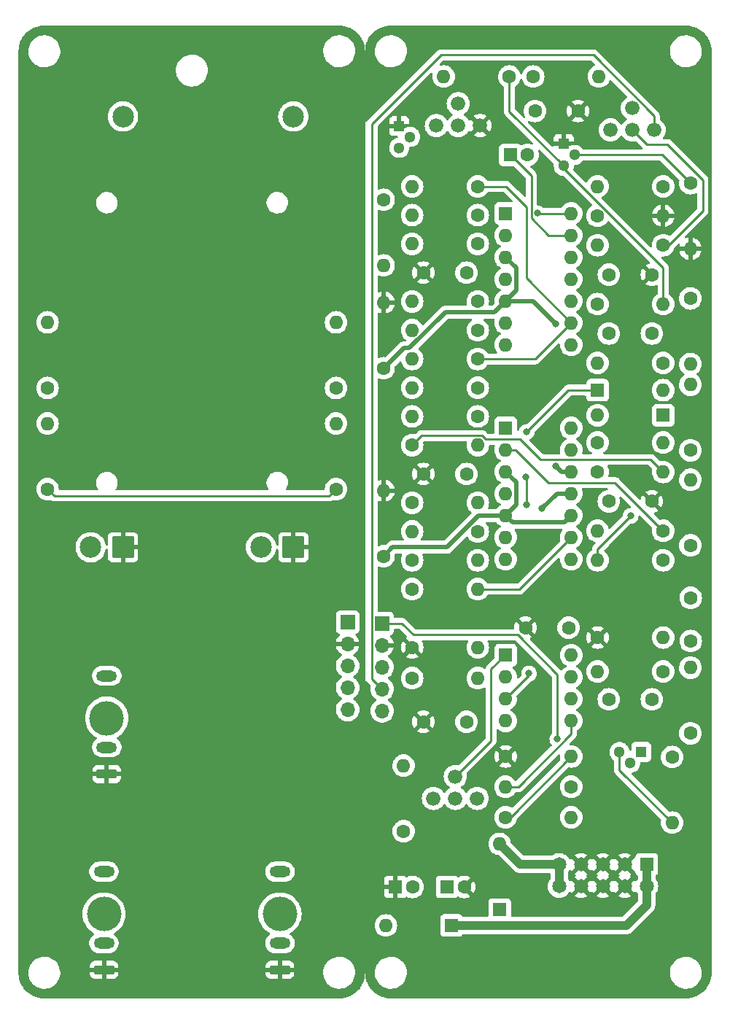
<source format=gbr>
%TF.GenerationSoftware,KiCad,Pcbnew,(7.0.0-0)*%
%TF.CreationDate,2023-02-25T18:04:37+01:00*%
%TF.ProjectId,208_Timbre_Workshop,3230385f-5469-46d6-9272-655f576f726b,1*%
%TF.SameCoordinates,Original*%
%TF.FileFunction,Copper,L2,Bot*%
%TF.FilePolarity,Positive*%
%FSLAX46Y46*%
G04 Gerber Fmt 4.6, Leading zero omitted, Abs format (unit mm)*
G04 Created by KiCad (PCBNEW (7.0.0-0)) date 2023-02-25 18:04:37*
%MOMM*%
%LPD*%
G01*
G04 APERTURE LIST*
G04 Aperture macros list*
%AMRoundRect*
0 Rectangle with rounded corners*
0 $1 Rounding radius*
0 $2 $3 $4 $5 $6 $7 $8 $9 X,Y pos of 4 corners*
0 Add a 4 corners polygon primitive as box body*
4,1,4,$2,$3,$4,$5,$6,$7,$8,$9,$2,$3,0*
0 Add four circle primitives for the rounded corners*
1,1,$1+$1,$2,$3*
1,1,$1+$1,$4,$5*
1,1,$1+$1,$6,$7*
1,1,$1+$1,$8,$9*
0 Add four rect primitives between the rounded corners*
20,1,$1+$1,$2,$3,$4,$5,0*
20,1,$1+$1,$4,$5,$6,$7,0*
20,1,$1+$1,$6,$7,$8,$9,0*
20,1,$1+$1,$8,$9,$2,$3,0*%
G04 Aperture macros list end*
%TA.AperFunction,ComponentPad*%
%ADD10C,1.600000*%
%TD*%
%TA.AperFunction,ComponentPad*%
%ADD11O,1.600000X1.600000*%
%TD*%
%TA.AperFunction,WasherPad*%
%ADD12C,4.000000*%
%TD*%
%TA.AperFunction,ComponentPad*%
%ADD13RoundRect,0.165000X-0.985000X-0.385000X0.985000X-0.385000X0.985000X0.385000X-0.985000X0.385000X0*%
%TD*%
%TA.AperFunction,ComponentPad*%
%ADD14O,2.400000X1.300000*%
%TD*%
%TA.AperFunction,ComponentPad*%
%ADD15R,1.600000X1.600000*%
%TD*%
%TA.AperFunction,ComponentPad*%
%ADD16C,1.676400*%
%TD*%
%TA.AperFunction,ComponentPad*%
%ADD17R,1.300000X1.300000*%
%TD*%
%TA.AperFunction,ComponentPad*%
%ADD18C,1.300000*%
%TD*%
%TA.AperFunction,ComponentPad*%
%ADD19RoundRect,0.125000X1.125000X1.125000X-1.125000X1.125000X-1.125000X-1.125000X1.125000X-1.125000X0*%
%TD*%
%TA.AperFunction,ComponentPad*%
%ADD20C,2.500000*%
%TD*%
%TA.AperFunction,ComponentPad*%
%ADD21R,1.650000X1.650000*%
%TD*%
%TA.AperFunction,ComponentPad*%
%ADD22C,1.650000*%
%TD*%
%TA.AperFunction,ComponentPad*%
%ADD23R,1.700000X1.700000*%
%TD*%
%TA.AperFunction,ComponentPad*%
%ADD24O,1.700000X1.700000*%
%TD*%
%TA.AperFunction,ViaPad*%
%ADD25C,0.800000*%
%TD*%
%TA.AperFunction,Conductor*%
%ADD26C,0.250000*%
%TD*%
%TA.AperFunction,Conductor*%
%ADD27C,0.500000*%
%TD*%
%TA.AperFunction,Conductor*%
%ADD28C,1.000000*%
%TD*%
G04 APERTURE END LIST*
D10*
%TO.P,R27,1*%
%TO.N,Net-(R27-Pad1)*%
X62632600Y101148324D03*
D11*
%TO.P,R27,2*%
%TO.N,Net-(U2A--)*%
X55012599Y101148323D03*
%TD*%
D10*
%TO.P,R22,1*%
%TO.N,Net-(Q6-G)*%
X66302600Y117241400D03*
D11*
%TO.P,R22,2*%
%TO.N,Net-(R22-Pad2)*%
X58682599Y117241399D03*
%TD*%
D12*
%TO.P,J2,*%
%TO.N,*%
X19234299Y20022792D03*
D13*
%TO.P,J2,S*%
%TO.N,P_GND*%
X19234299Y13542792D03*
D14*
%TO.P,J2,T*%
%TO.N,P_Audio_In*%
X19234298Y24942791D03*
%TO.P,J2,TN*%
%TO.N,unconnected-(J2-PadTN)*%
X19234298Y16642791D03*
%TD*%
D10*
%TO.P,RX2,1*%
%TO.N,Net-(RX2-Pad1)*%
X54022600Y29631400D03*
D11*
%TO.P,RX2,2*%
%TO.N,M_Audio_Out*%
X54022599Y37251399D03*
%TD*%
D10*
%TO.P,RX32,1*%
%TO.N,P_GND*%
X65857600Y38316400D03*
D11*
%TO.P,RX32,2*%
%TO.N,Net-(U1B--)*%
X73477599Y38316399D03*
%TD*%
D10*
%TO.P,R31,1*%
%TO.N,Net-(U3D--)*%
X76537600Y71336400D03*
D11*
%TO.P,R31,2*%
%TO.N,Net-(R20-Pad2)*%
X84157599Y71336399D03*
%TD*%
D12*
%TO.P,J1,*%
%TO.N,*%
X19556199Y42757629D03*
D13*
%TO.P,J1,S*%
%TO.N,P_GND*%
X19556199Y36277629D03*
D14*
%TO.P,J1,T*%
%TO.N,Net-(J1-PadT)*%
X19556198Y47677628D03*
%TO.P,J1,TN*%
%TO.N,unconnected-(J1-PadTN)*%
X19556198Y39377628D03*
%TD*%
D10*
%TO.P,R25,1*%
%TO.N,Net-(U2A--)*%
X62632600Y97810248D03*
D11*
%TO.P,R25,2*%
%TO.N,Net-(R20-Pad2)*%
X55012599Y97810247D03*
%TD*%
D15*
%TO.P,D4,1,K*%
%TO.N,Net-(D4-K)*%
X59588399Y18694399D03*
D11*
%TO.P,D4,2,A*%
%TO.N,-15V*%
X51968399Y18694399D03*
%TD*%
D10*
%TO.P,RM4,1*%
%TO.N,P_CV_In*%
X12677600Y69351400D03*
D11*
%TO.P,RM4,2*%
%TO.N,Net-(RM3-Pad1)*%
X12677599Y76971399D03*
%TD*%
D10*
%TO.P,R47,1*%
%TO.N,/NI_GND2*%
X51697600Y61556400D03*
D11*
%TO.P,R47,2*%
%TO.N,P_GND*%
X51697599Y69176399D03*
%TD*%
D16*
%TO.P,VR1,1*%
%TO.N,Net-(Q5-C)*%
X57832600Y111541400D03*
%TO.P,VR1,2*%
%TO.N,Net-(R22-Pad2)*%
X60372600Y114081400D03*
X60372600Y111541400D03*
%TO.P,VR1,3*%
%TO.N,P_GND*%
X62912600Y111541400D03*
%TD*%
D10*
%TO.P,RX52,1*%
%TO.N,P_GND*%
X76548200Y52120800D03*
D11*
%TO.P,RX52,2*%
%TO.N,VREF*%
X84168199Y52120799D03*
%TD*%
D10*
%TO.P,RX3,1*%
%TO.N,P_GND*%
X55012600Y50975775D03*
D11*
%TO.P,RX3,2*%
%TO.N,Net-(U1A--)*%
X62632599Y50975774D03*
%TD*%
D10*
%TO.P,R20,1*%
%TO.N,Net-(U2D--)*%
X84157600Y104486400D03*
D11*
%TO.P,R20,2*%
%TO.N,Net-(R20-Pad2)*%
X76537599Y104486399D03*
%TD*%
D10*
%TO.P,R32,1*%
%TO.N,Net-(R32-Pad1)*%
X62632600Y87796020D03*
D11*
%TO.P,R32,2*%
%TO.N,Net-(U2B--)*%
X55012599Y87796019D03*
%TD*%
D10*
%TO.P,RX33,1*%
%TO.N,VREF*%
X73477600Y34796400D03*
D11*
%TO.P,RX33,2*%
%TO.N,Net-(U1B-+)*%
X65857599Y34796399D03*
%TD*%
D10*
%TO.P,R19,1*%
%TO.N,Net-(U2D-+)*%
X76537600Y101071400D03*
D11*
%TO.P,R19,2*%
%TO.N,P_GND*%
X84157599Y101071399D03*
%TD*%
D10*
%TO.P,RX46,1*%
%TO.N,+15V*%
X85192600Y38251400D03*
D11*
%TO.P,RX46,2*%
%TO.N,Net-(QX2-E)*%
X85192599Y30631399D03*
%TD*%
D10*
%TO.P,C8,1*%
%TO.N,P_GND*%
X56322600Y71105640D03*
%TO.P,C8,2*%
%TO.N,+15V*%
X61322600Y71105640D03*
%TD*%
D15*
%TO.P,C2,1*%
%TO.N,Net-(U2D--)*%
X66417487Y108141399D03*
D10*
%TO.P,C2,2*%
%TO.N,Net-(Q6-D)*%
X68417488Y108141400D03*
%TD*%
%TO.P,R36,1*%
%TO.N,/NI_GND1*%
X51697600Y83376400D03*
D11*
%TO.P,R36,2*%
%TO.N,P_GND*%
X51697599Y90996399D03*
%TD*%
D10*
%TO.P,R24,1*%
%TO.N,Net-(Q5-C)*%
X69062600Y117241400D03*
D11*
%TO.P,R24,2*%
%TO.N,-15V*%
X76682599Y117241399D03*
%TD*%
D10*
%TO.P,R37,1*%
%TO.N,Net-(R20-Pad2)*%
X55012600Y67767564D03*
D11*
%TO.P,R37,2*%
%TO.N,Net-(U3B--)*%
X62632599Y67767563D03*
%TD*%
D10*
%TO.P,RM3,1*%
%TO.N,Net-(RM3-Pad1)*%
X12677600Y81081400D03*
D11*
%TO.P,RM3,2*%
%TO.N,Net-(J1-PadT)*%
X12677599Y88701399D03*
%TD*%
D15*
%TO.P,U2,1*%
%TO.N,Net-(R27-Pad1)*%
X65867599Y101346399D03*
D11*
%TO.P,U2,2,-*%
%TO.N,Net-(U2A--)*%
X65867599Y98806399D03*
%TO.P,U2,3,+*%
%TO.N,/NI_GND1*%
X65867599Y96266399D03*
%TO.P,U2,4,V+*%
%TO.N,+15V*%
X65867599Y93726399D03*
%TO.P,U2,5,+*%
%TO.N,/NI_GND1*%
X65867599Y91186399D03*
%TO.P,U2,6,-*%
%TO.N,Net-(U2B--)*%
X65867599Y88646399D03*
%TO.P,U2,7*%
%TO.N,Net-(R32-Pad1)*%
X65867599Y86106399D03*
%TO.P,U2,8*%
%TO.N,Net-(D1-A)*%
X73487599Y86106399D03*
%TO.P,U2,9,-*%
%TO.N,Net-(D1-K)*%
X73487599Y88646399D03*
%TO.P,U2,10,+*%
%TO.N,/NI_GND1*%
X73487599Y91186399D03*
%TO.P,U2,11,V-*%
%TO.N,-15V*%
X73487599Y93726399D03*
%TO.P,U2,12,+*%
%TO.N,Net-(U2D-+)*%
X73487599Y96266399D03*
%TO.P,U2,13,-*%
%TO.N,Net-(U2D--)*%
X73487599Y98806399D03*
%TO.P,U2,14*%
%TO.N,Net-(R20-Pad2)*%
X73487599Y101346399D03*
%TD*%
D10*
%TO.P,C5,1*%
%TO.N,-15V*%
X77847600Y94241400D03*
%TO.P,C5,2*%
%TO.N,P_GND*%
X82847600Y94241400D03*
%TD*%
D15*
%TO.P,D2,1,K*%
%TO.N,Net-(D1-A)*%
X76537599Y80831399D03*
D11*
%TO.P,D2,2,A*%
%TO.N,Net-(D1-K)*%
X84157599Y80831399D03*
%TD*%
D17*
%TO.P,QX2,1,B*%
%TO.N,Net-(QX2-B)*%
X81617599Y38836399D03*
D18*
%TO.P,QX2,2,C*%
%TO.N,VREF*%
X80347600Y37566400D03*
%TO.P,QX2,3,E*%
%TO.N,Net-(QX2-E)*%
X79077600Y38836400D03*
%TD*%
D10*
%TO.P,R1,1*%
%TO.N,Net-(R1-Pad1)*%
X84157600Y97656400D03*
D11*
%TO.P,R1,2*%
%TO.N,Net-(U2D-+)*%
X76537599Y97656399D03*
%TD*%
D10*
%TO.P,RM1,1*%
%TO.N,Net-(RM1-Pad1)*%
X46177600Y81081400D03*
D11*
%TO.P,RM1,2*%
%TO.N,P_VREF*%
X46177599Y88701399D03*
%TD*%
D10*
%TO.P,CX5,1*%
%TO.N,Net-(U1B--)*%
X77847600Y44936400D03*
%TO.P,CX5,2*%
%TO.N,Net-(CX5-Pad2)*%
X82847600Y44936400D03*
%TD*%
D19*
%TO.P,VR2,1,1*%
%TO.N,P_GND*%
X41225000Y62599395D03*
D20*
%TO.P,VR2,2,2*%
%TO.N,Net-(RM1-Pad1)*%
X37475000Y62599395D03*
%TO.P,VR2,3,3*%
%TO.N,P_VREF*%
X41225000Y112599395D03*
%TD*%
D10*
%TO.P,R21,1*%
%TO.N,Net-(Q6-D)*%
X87322600Y104871400D03*
D11*
%TO.P,R21,2*%
%TO.N,P_GND*%
X87322599Y97251399D03*
%TD*%
D10*
%TO.P,R35,1*%
%TO.N,Net-(U3D--)*%
X87322600Y73851400D03*
D11*
%TO.P,R35,2*%
%TO.N,Net-(D1-K)*%
X87322599Y81471399D03*
%TD*%
D10*
%TO.P,C6,1*%
%TO.N,P_GND*%
X56322600Y94472172D03*
%TO.P,C6,2*%
%TO.N,+15V*%
X61322600Y94472172D03*
%TD*%
D15*
%TO.P,C10,1*%
%TO.N,+15V*%
X59067487Y23166399D03*
D10*
%TO.P,C10,2*%
%TO.N,P_GND*%
X61067488Y23166400D03*
%TD*%
%TO.P,R38,1*%
%TO.N,Net-(U3B--)*%
X55012600Y57741400D03*
D11*
%TO.P,R38,2*%
%TO.N,Net-(U3C--)*%
X62632599Y57741399D03*
%TD*%
D10*
%TO.P,R33,1*%
%TO.N,Net-(D1-K)*%
X62632600Y84457944D03*
D11*
%TO.P,R33,2*%
%TO.N,Net-(U2B--)*%
X55012599Y84457943D03*
%TD*%
D15*
%TO.P,U3,1*%
%TO.N,Net-(R44-Pad1)*%
X65867599Y76446399D03*
D11*
%TO.P,U3,2,-*%
%TO.N,Net-(U3A--)*%
X65867599Y73906399D03*
%TO.P,U3,3,+*%
%TO.N,/NI_GND2*%
X65867599Y71366399D03*
%TO.P,U3,4,V+*%
%TO.N,+15V*%
X65867599Y68826399D03*
%TO.P,U3,5,+*%
%TO.N,/NI_GND2*%
X65867599Y66286399D03*
%TO.P,U3,6,-*%
%TO.N,Net-(U3B--)*%
X65867599Y63746399D03*
%TO.P,U3,7*%
%TO.N,Net-(R42-Pad1)*%
X65867599Y61206399D03*
%TO.P,U3,8*%
%TO.N,Net-(R39-Pad2)*%
X73487599Y61206399D03*
%TO.P,U3,9,-*%
%TO.N,Net-(U3C--)*%
X73487599Y63746399D03*
%TO.P,U3,10,+*%
%TO.N,/NI_GND2*%
X73487599Y66286399D03*
%TO.P,U3,11,V-*%
%TO.N,-15V*%
X73487599Y68826399D03*
%TO.P,U3,12,+*%
%TO.N,/NI_GND1*%
X73487599Y71366399D03*
%TO.P,U3,13,-*%
%TO.N,Net-(U3D--)*%
X73487599Y73906399D03*
%TO.P,U3,14*%
%TO.N,Net-(R34-Pad1)*%
X73487599Y76446399D03*
%TD*%
D15*
%TO.P,D1,1,K*%
%TO.N,Net-(D1-K)*%
X84157599Y77916399D03*
D11*
%TO.P,D1,2,A*%
%TO.N,Net-(D1-A)*%
X76537599Y77916399D03*
%TD*%
D15*
%TO.P,U1,1*%
%TO.N,Net-(RX2-Pad1)*%
X65867599Y50071399D03*
D11*
%TO.P,U1,2,-*%
%TO.N,Net-(U1A--)*%
X65867599Y47531399D03*
%TO.P,U1,3,+*%
%TO.N,Net-(D1-A)*%
X65867599Y44991399D03*
%TO.P,U1,4,V-*%
%TO.N,-15V*%
X65867599Y42451399D03*
%TO.P,U1,5,+*%
%TO.N,Net-(U1B-+)*%
X73487599Y42451399D03*
%TO.P,U1,6,-*%
%TO.N,Net-(U1B--)*%
X73487599Y44991399D03*
%TO.P,U1,7*%
%TO.N,Net-(CX5-Pad2)*%
X73487599Y47531399D03*
%TO.P,U1,8,V+*%
%TO.N,+15V*%
X73487599Y50071399D03*
%TD*%
D10*
%TO.P,C4,1*%
%TO.N,P_GND*%
X68173600Y53263800D03*
%TO.P,C4,2*%
%TO.N,+15V*%
X73173600Y53263800D03*
%TD*%
D21*
%TO.P,J4,1,1*%
%TO.N,Net-(D4-K)*%
X82240099Y25761399D03*
D22*
%TO.P,J4,2,2*%
X82240100Y23221400D03*
%TO.P,J4,3,3*%
%TO.N,P_GND*%
X79700100Y25761400D03*
%TO.P,J4,4,4*%
X79700100Y23221400D03*
%TO.P,J4,5,5*%
X77160100Y25761400D03*
%TO.P,J4,6,6*%
X77160100Y23221400D03*
%TO.P,J4,7,7*%
X74620100Y25761400D03*
%TO.P,J4,8,8*%
X74620100Y23221400D03*
%TO.P,J4,9,9*%
%TO.N,Net-(D3-A)*%
X72080100Y25761400D03*
%TO.P,J4,10,10*%
X72080100Y23221400D03*
%TD*%
D10*
%TO.P,RX1,1*%
%TO.N,Net-(RX1-Pad1)*%
X55012600Y47403900D03*
D11*
%TO.P,RX1,2*%
%TO.N,Net-(U1A--)*%
X62632599Y47403899D03*
%TD*%
D17*
%TO.P,Q6,1,S*%
%TO.N,P_GND*%
X72612599Y109411399D03*
D18*
%TO.P,Q6,2,D*%
%TO.N,Net-(Q6-D)*%
X73882600Y108141400D03*
%TO.P,Q6,3,G*%
%TO.N,Net-(Q6-G)*%
X72612600Y106871400D03*
%TD*%
D10*
%TO.P,R28,1*%
%TO.N,Net-(U2B--)*%
X62632600Y91134096D03*
D11*
%TO.P,R28,2*%
%TO.N,Net-(R20-Pad2)*%
X55012599Y91134095D03*
%TD*%
D19*
%TO.P,VR3,1,1*%
%TO.N,P_GND*%
X21442199Y62599395D03*
D20*
%TO.P,VR3,2,2*%
%TO.N,Net-(RM3-Pad1)*%
X17692199Y62599395D03*
%TO.P,VR3,3,3*%
%TO.N,Net-(J1-PadT)*%
X21442199Y112599395D03*
%TD*%
D10*
%TO.P,R39,1*%
%TO.N,Net-(U3C--)*%
X84157600Y61091400D03*
D11*
%TO.P,R39,2*%
%TO.N,Net-(R39-Pad2)*%
X76537599Y61091399D03*
%TD*%
D10*
%TO.P,R23,1*%
%TO.N,Net-(Q5-E)*%
X51697600Y102936400D03*
D11*
%TO.P,R23,2*%
%TO.N,M_CV_In*%
X51697599Y95316399D03*
%TD*%
D10*
%TO.P,R34,1*%
%TO.N,Net-(R34-Pad1)*%
X76537600Y74751400D03*
D11*
%TO.P,R34,2*%
%TO.N,Net-(U3D--)*%
X84157599Y74751399D03*
%TD*%
D12*
%TO.P,J3,*%
%TO.N,*%
X39660900Y20022792D03*
D13*
%TO.P,J3,S*%
%TO.N,P_GND*%
X39660900Y13542792D03*
D14*
%TO.P,J3,T*%
%TO.N,P_Audio_Out*%
X39660899Y24942791D03*
%TO.P,J3,TN*%
%TO.N,unconnected-(J3-PadTN)*%
X39660899Y16642791D03*
%TD*%
D10*
%TO.P,RX34,1*%
%TO.N,Net-(QX2-B)*%
X84157600Y48186400D03*
D11*
%TO.P,RX34,2*%
%TO.N,Net-(CX5-Pad2)*%
X76537599Y48186399D03*
%TD*%
D10*
%TO.P,C7,1*%
%TO.N,-15V*%
X61322600Y42333900D03*
%TO.P,C7,2*%
%TO.N,P_GND*%
X56322600Y42333900D03*
%TD*%
%TO.P,C9,1*%
%TO.N,-15V*%
X77847600Y67921400D03*
%TO.P,C9,2*%
%TO.N,P_GND*%
X82847600Y67921400D03*
%TD*%
D17*
%TO.P,Q5,1,B*%
%TO.N,P_GND*%
X53512599Y111511399D03*
D18*
%TO.P,Q5,2,C*%
%TO.N,Net-(Q5-C)*%
X54782600Y110241400D03*
%TO.P,Q5,3,E*%
%TO.N,Net-(Q5-E)*%
X53512600Y108971400D03*
%TD*%
D10*
%TO.P,R29,1*%
%TO.N,Net-(D1-K)*%
X62632600Y81119868D03*
D11*
%TO.P,R29,2*%
%TO.N,Net-(U2B--)*%
X55012599Y81119867D03*
%TD*%
D15*
%TO.P,D3,1,K*%
%TO.N,+15V*%
X65172599Y20541399D03*
D11*
%TO.P,D3,2,A*%
%TO.N,Net-(D3-A)*%
X65172599Y28161399D03*
%TD*%
D10*
%TO.P,RX35,1*%
%TO.N,+15V*%
X87322600Y41011400D03*
D11*
%TO.P,RX35,2*%
%TO.N,Net-(QX2-B)*%
X87322599Y48631399D03*
%TD*%
D16*
%TO.P,VR4,1*%
%TO.N,Net-(RX1-Pad1)*%
X57482600Y33441400D03*
%TO.P,VR4,2*%
%TO.N,Net-(RX2-Pad1)*%
X60022600Y35981400D03*
X60022600Y33441400D03*
%TO.P,VR4,3*%
X62562600Y33441400D03*
%TD*%
D10*
%TO.P,R30,1*%
%TO.N,Net-(D1-K)*%
X84157600Y83996400D03*
D11*
%TO.P,R30,2*%
%TO.N,Net-(D1-A)*%
X76537599Y83996399D03*
%TD*%
D10*
%TO.P,RX31,1*%
%TO.N,Net-(U1B--)*%
X65857600Y31246400D03*
D11*
%TO.P,RX31,2*%
%TO.N,+15V*%
X73477599Y31246399D03*
%TD*%
D16*
%TO.P,VRX1,1*%
%TO.N,Net-(R1-Pad1)*%
X78032600Y111041400D03*
%TO.P,VRX1,2*%
X80572600Y113581400D03*
X80572600Y111041400D03*
%TO.P,VRX1,3*%
%TO.N,M_Audio_In*%
X83112600Y111041400D03*
%TD*%
D15*
%TO.P,C11,1*%
%TO.N,P_GND*%
X53067487Y23166399D03*
D10*
%TO.P,C11,2*%
%TO.N,-15V*%
X55067488Y23166400D03*
%TD*%
%TO.P,RM2,1*%
%TO.N,P_CV_In*%
X46177600Y69351400D03*
D11*
%TO.P,RM2,2*%
%TO.N,Net-(RM1-Pad1)*%
X46177599Y76971399D03*
%TD*%
D10*
%TO.P,R45,1*%
%TO.N,Net-(U3A--)*%
X84157600Y64506400D03*
D11*
%TO.P,R45,2*%
%TO.N,Net-(U3C--)*%
X76537599Y64506399D03*
%TD*%
D10*
%TO.P,R41,1*%
%TO.N,Net-(R20-Pad2)*%
X55012600Y74443716D03*
D11*
%TO.P,R41,2*%
%TO.N,Net-(U3A--)*%
X62632599Y74443715D03*
%TD*%
D10*
%TO.P,R40,1*%
%TO.N,Net-(R39-Pad2)*%
X87322600Y91491400D03*
D11*
%TO.P,R40,2*%
%TO.N,Net-(D1-K)*%
X87322599Y83871399D03*
%TD*%
D10*
%TO.P,C3,1*%
%TO.N,Net-(D1-K)*%
X82847600Y87411400D03*
%TO.P,C3,2*%
%TO.N,Net-(D1-A)*%
X77847600Y87411400D03*
%TD*%
%TO.P,R26,1*%
%TO.N,Net-(D1-K)*%
X62632600Y104486400D03*
D11*
%TO.P,R26,2*%
%TO.N,Net-(U2A--)*%
X55012599Y104486399D03*
%TD*%
D10*
%TO.P,C1,1*%
%TO.N,Net-(Q5-C)*%
X69272600Y113241400D03*
%TO.P,C1,2*%
%TO.N,P_GND*%
X74272600Y113241400D03*
%TD*%
%TO.P,CX6,1*%
%TO.N,VREF*%
X87350600Y56718200D03*
%TO.P,CX6,2*%
%TO.N,Net-(QX2-B)*%
X87350600Y51718200D03*
%TD*%
%TO.P,R44,1*%
%TO.N,Net-(R44-Pad1)*%
X62632600Y77781792D03*
D11*
%TO.P,R44,2*%
%TO.N,Net-(U3A--)*%
X55012599Y77781791D03*
%TD*%
D10*
%TO.P,R43,1*%
%TO.N,Net-(U3B--)*%
X55012600Y61091400D03*
D11*
%TO.P,R43,2*%
%TO.N,Net-(U3C--)*%
X62632599Y61091399D03*
%TD*%
D10*
%TO.P,R46,1*%
%TO.N,Net-(U3C--)*%
X87322600Y62811400D03*
D11*
%TO.P,R46,2*%
%TO.N,Net-(R20-Pad2)*%
X87322599Y70431399D03*
%TD*%
D10*
%TO.P,R42,1*%
%TO.N,Net-(R42-Pad1)*%
X62632600Y64429488D03*
D11*
%TO.P,R42,2*%
%TO.N,Net-(U3B--)*%
X55012599Y64429487D03*
%TD*%
D10*
%TO.P,R18,1*%
%TO.N,Net-(U2D-+)*%
X76537600Y90826400D03*
D11*
%TO.P,R18,2*%
%TO.N,Net-(Q6-G)*%
X84157599Y90826399D03*
%TD*%
D23*
%TO.P,J6,1,Pin_1*%
%TO.N,VREF*%
X51522599Y53761399D03*
D24*
%TO.P,J6,2,Pin_2*%
%TO.N,P_GND*%
X51522599Y51221399D03*
%TO.P,J6,3,Pin_3*%
%TO.N,M_CV_In*%
X51522599Y48681399D03*
%TO.P,J6,4,Pin_4*%
%TO.N,M_Audio_In*%
X51522599Y46141399D03*
%TO.P,J6,5,Pin_5*%
%TO.N,M_Audio_Out*%
X51522599Y43601399D03*
%TD*%
D23*
%TO.P,J5,1,Pin_1*%
%TO.N,P_VREF*%
X47522599Y53901399D03*
D24*
%TO.P,J5,2,Pin_2*%
%TO.N,P_GND*%
X47522599Y51361399D03*
%TO.P,J5,3,Pin_3*%
%TO.N,P_CV_In*%
X47522599Y48821399D03*
%TO.P,J5,4,Pin_4*%
%TO.N,P_Audio_In*%
X47522599Y46281399D03*
%TO.P,J5,5,Pin_5*%
%TO.N,P_Audio_Out*%
X47522599Y43741399D03*
%TD*%
D25*
%TO.N,Net-(D1-A)*%
X68172600Y70741400D03*
X68272600Y67541400D03*
X68300600Y75971400D03*
X68572600Y47941400D03*
%TO.N,-15V*%
X70078600Y67081400D03*
%TO.N,Net-(R20-Pad2)*%
X69570600Y101371400D03*
%TO.N,/NI_GND1*%
X71690100Y72041400D03*
X71672600Y88541400D03*
%TO.N,Net-(R39-Pad2)*%
X80372600Y66241400D03*
%TO.N,VREF*%
X71872600Y40341400D03*
%TD*%
D26*
%TO.N,M_Audio_In*%
X83112600Y111041400D02*
X83112600Y112686414D01*
X83112600Y112686414D02*
X76057614Y119741400D01*
X76057614Y119741400D02*
X58372600Y119741400D01*
X50347600Y111716400D02*
X50347600Y47316400D01*
X58372600Y119741400D02*
X50347600Y111716400D01*
X50347600Y47316400D02*
X51522600Y46141400D01*
%TO.N,Net-(U2D--)*%
X68846100Y100825900D02*
X70865600Y98806400D01*
X70865600Y98806400D02*
X73487600Y98806400D01*
X66417488Y108141400D02*
X68846100Y105712788D01*
X68846100Y105712788D02*
X68846100Y100825900D01*
%TO.N,Net-(Q6-D)*%
X84052600Y108141400D02*
X73882600Y108141400D01*
X87322600Y104871400D02*
X84052600Y108141400D01*
%TO.N,Net-(D1-K)*%
X69299144Y84457944D02*
X73487600Y88646400D01*
X62632600Y104486400D02*
X65927600Y104486400D01*
X62632600Y84457944D02*
X69299144Y84457944D01*
X68298599Y93835401D02*
X73487600Y88646400D01*
X68298599Y102115401D02*
X68298599Y93835401D01*
X65927600Y104486400D02*
X68298599Y102115401D01*
%TO.N,Net-(D1-A)*%
X73160600Y80831400D02*
X68300600Y75971400D01*
X68572600Y47696400D02*
X68572600Y47941400D01*
X68272600Y67541400D02*
X68272600Y70641400D01*
X68272600Y70641400D02*
X68172600Y70741400D01*
X76537600Y80831400D02*
X73160600Y80831400D01*
X65867600Y44991400D02*
X68572600Y47696400D01*
D27*
%TO.N,-15V*%
X71823600Y68826400D02*
X70078600Y67081400D01*
X73487600Y68826400D02*
X71823600Y68826400D01*
D26*
%TO.N,Net-(U1B--)*%
X66407600Y31246400D02*
X73477600Y38316400D01*
%TO.N,Net-(R1-Pad1)*%
X88772600Y105241400D02*
X84672600Y109341400D01*
X84787600Y97656400D02*
X88772600Y101641400D01*
X82272600Y109341400D02*
X80572600Y111041400D01*
X84672600Y109341400D02*
X82272600Y109341400D01*
X88772600Y101641400D02*
X88772600Y105241400D01*
D28*
%TO.N,Net-(D3-A)*%
X72080100Y25761400D02*
X67572600Y25761400D01*
X72080100Y25761400D02*
X72080100Y23221400D01*
X67572600Y25761400D02*
X65172600Y28161400D01*
%TO.N,Net-(D4-K)*%
X82240100Y21076900D02*
X82240100Y23221400D01*
X79857600Y18694400D02*
X82240100Y21076900D01*
X82240100Y23221400D02*
X82240100Y25761400D01*
X59588400Y18694400D02*
X79857600Y18694400D01*
D26*
%TO.N,Net-(R20-Pad2)*%
X82712600Y72781400D02*
X69932600Y72781400D01*
X69595600Y101346400D02*
X69570600Y101371400D01*
X73487600Y101346400D02*
X69595600Y101346400D01*
X69932600Y72781400D02*
X67572600Y75141400D01*
X67572600Y75141400D02*
X63525907Y75141400D01*
X56137600Y75568716D02*
X55012600Y74443716D01*
X84157600Y71336400D02*
X82712600Y72781400D01*
X63098591Y75568716D02*
X56137600Y75568716D01*
X63525907Y75141400D02*
X63098591Y75568716D01*
%TO.N,Net-(Q6-G)*%
X72612600Y106587391D02*
X84157600Y95042391D01*
X66302600Y113181400D02*
X72612600Y106871400D01*
X66302600Y117241400D02*
X66302600Y113181400D01*
X84157600Y95042391D02*
X84157600Y90826400D01*
%TO.N,Net-(QX2-E)*%
X79077600Y38836400D02*
X79077600Y36746400D01*
X79077600Y36746400D02*
X85192600Y30631400D01*
D27*
%TO.N,/NI_GND1*%
X64565296Y89884096D02*
X58868443Y89884096D01*
X65867600Y91186400D02*
X69027600Y91186400D01*
X69027600Y91186400D02*
X71672600Y88541400D01*
X67117600Y95016400D02*
X65867600Y96266400D01*
X58868443Y89884096D02*
X54692291Y85707944D01*
X54692291Y85707944D02*
X54029144Y85707944D01*
X54029144Y85707944D02*
X51697600Y83376400D01*
X65867600Y91186400D02*
X67117600Y92436400D01*
X73487600Y71366400D02*
X72365100Y71366400D01*
X72365100Y71366400D02*
X71690100Y72041400D01*
X65867600Y91186400D02*
X64565296Y89884096D01*
X67117600Y92436400D02*
X67117600Y95016400D01*
D26*
%TO.N,Net-(R39-Pad2)*%
X76537600Y62406400D02*
X80372600Y66241400D01*
X76537600Y61091400D02*
X76537600Y62406400D01*
D27*
%TO.N,/NI_GND2*%
X62721745Y66286400D02*
X65867600Y66286400D01*
X73487600Y66286400D02*
X72687601Y65486401D01*
X52752200Y62611000D02*
X59046345Y62611000D01*
X67117600Y67536400D02*
X67117600Y70116400D01*
X65867600Y66286400D02*
X67117600Y67536400D01*
X67117600Y70116400D02*
X65867600Y71366400D01*
X51697600Y61556400D02*
X52752200Y62611000D01*
X59046345Y62611000D02*
X62721745Y66286400D01*
X66667599Y65486401D02*
X65867600Y66286400D01*
X72687601Y65486401D02*
X66667599Y65486401D01*
D26*
%TO.N,Net-(U3C--)*%
X67482600Y57741400D02*
X62632600Y57741400D01*
X73487600Y63746400D02*
X67482600Y57741400D01*
%TO.N,VREF*%
X51522600Y53761400D02*
X53817966Y53761400D01*
X55137966Y52441400D02*
X67272600Y52441400D01*
X71872600Y47841400D02*
X71872600Y40341400D01*
X67272600Y52441400D02*
X71872600Y47841400D01*
X53817966Y53761400D02*
X55137966Y52441400D01*
%TO.N,Net-(U3A--)*%
X78562600Y70101400D02*
X84157600Y64506400D01*
X66998970Y73906400D02*
X70803970Y70101400D01*
X70803970Y70101400D02*
X78562600Y70101400D01*
X65867600Y73906400D02*
X66998970Y73906400D01*
%TO.N,Net-(U1B-+)*%
X65857600Y34796400D02*
X67352198Y34796400D01*
X73487600Y40931802D02*
X73487600Y42451400D01*
X67352198Y34796400D02*
X73487600Y40931802D01*
%TO.N,P_CV_In*%
X13477599Y68551401D02*
X45377601Y68551401D01*
X12677600Y69351400D02*
X13477599Y68551401D01*
X45377601Y68551401D02*
X46177600Y69351400D01*
%TO.N,Net-(RX2-Pad1)*%
X64172600Y40131400D02*
X64172600Y48441400D01*
X60022600Y35981400D02*
X64172600Y40131400D01*
X64172600Y48441400D02*
X65802600Y50071400D01*
%TD*%
%TA.AperFunction,Conductor*%
%TO.N,P_GND*%
G36*
X86790900Y123175727D02*
G01*
X86865820Y123171801D01*
X87094536Y123159814D01*
X87107646Y123158437D01*
X87404716Y123111386D01*
X87417598Y123108648D01*
X87708122Y123030802D01*
X87720664Y123026727D01*
X88001446Y122918945D01*
X88013477Y122913589D01*
X88281475Y122777037D01*
X88292885Y122770448D01*
X88545133Y122606637D01*
X88555790Y122598893D01*
X88789526Y122409618D01*
X88799327Y122400793D01*
X89011992Y122188128D01*
X89020817Y122178327D01*
X89204469Y121951535D01*
X89210088Y121944597D01*
X89217838Y121933931D01*
X89352810Y121726092D01*
X89381644Y121681692D01*
X89388239Y121670270D01*
X89524784Y121402287D01*
X89530148Y121390238D01*
X89637925Y121109466D01*
X89642001Y121096923D01*
X89719845Y120806408D01*
X89722587Y120793507D01*
X89769635Y120496451D01*
X89771013Y120483336D01*
X89786927Y120179701D01*
X89787100Y120173106D01*
X89787100Y13209694D01*
X89786927Y13203099D01*
X89771013Y12899465D01*
X89769635Y12886350D01*
X89722587Y12589294D01*
X89719845Y12576393D01*
X89642001Y12285878D01*
X89637925Y12273335D01*
X89530148Y11992563D01*
X89524784Y11980514D01*
X89388239Y11712531D01*
X89381644Y11701109D01*
X89217840Y11448873D01*
X89210088Y11438204D01*
X89020817Y11204474D01*
X89011992Y11194673D01*
X88799327Y10982008D01*
X88789526Y10973183D01*
X88555796Y10783912D01*
X88545127Y10776160D01*
X88292891Y10612356D01*
X88281469Y10605761D01*
X88013486Y10469216D01*
X88001437Y10463852D01*
X87720665Y10356075D01*
X87708122Y10351999D01*
X87417607Y10274155D01*
X87404706Y10271413D01*
X87107650Y10224365D01*
X87094535Y10222987D01*
X86790901Y10207073D01*
X86784306Y10206900D01*
X52550894Y10206900D01*
X52544299Y10207073D01*
X52240664Y10222987D01*
X52227549Y10224365D01*
X51930493Y10271413D01*
X51917592Y10274155D01*
X51627077Y10351999D01*
X51614534Y10356075D01*
X51333762Y10463852D01*
X51321713Y10469216D01*
X51053730Y10605761D01*
X51042308Y10612356D01*
X50790072Y10776160D01*
X50779403Y10783912D01*
X50545673Y10973183D01*
X50535872Y10982008D01*
X50323207Y11194673D01*
X50314382Y11204474D01*
X50125107Y11438210D01*
X50117363Y11448867D01*
X49953552Y11701115D01*
X49946960Y11712531D01*
X49891336Y11821699D01*
X49810411Y11980523D01*
X49805055Y11992554D01*
X49697273Y12273336D01*
X49693198Y12285878D01*
X49642088Y12476623D01*
X49615352Y12576402D01*
X49612614Y12589284D01*
X49565563Y12886354D01*
X49564186Y12899466D01*
X49555573Y13063811D01*
X49555400Y13070405D01*
X49555400Y13138635D01*
X50693388Y13138635D01*
X50693890Y13134068D01*
X50693891Y13134056D01*
X50722510Y12873956D01*
X50722511Y12873947D01*
X50723014Y12869382D01*
X50791528Y12607312D01*
X50793325Y12603082D01*
X50793328Y12603075D01*
X50804667Y12576393D01*
X50897470Y12358010D01*
X50899865Y12354085D01*
X50899866Y12354084D01*
X51034924Y12132783D01*
X51038582Y12126790D01*
X51211855Y11918580D01*
X51293587Y11845348D01*
X51410161Y11740897D01*
X51410165Y11740894D01*
X51413598Y11737818D01*
X51639510Y11588356D01*
X51884776Y11473380D01*
X52144169Y11395340D01*
X52412161Y11355900D01*
X52612930Y11355900D01*
X52615231Y11355900D01*
X52817756Y11370723D01*
X53082153Y11429620D01*
X53335158Y11526386D01*
X53571377Y11658959D01*
X53785777Y11824512D01*
X53973786Y12019519D01*
X54131399Y12239821D01*
X54255256Y12480725D01*
X54342718Y12737095D01*
X54391919Y13003467D01*
X54396859Y13138635D01*
X84933388Y13138635D01*
X84933890Y13134068D01*
X84933891Y13134056D01*
X84962510Y12873956D01*
X84962511Y12873947D01*
X84963014Y12869382D01*
X85031528Y12607312D01*
X85033325Y12603082D01*
X85033328Y12603075D01*
X85044667Y12576393D01*
X85137470Y12358010D01*
X85139865Y12354085D01*
X85139866Y12354084D01*
X85274924Y12132783D01*
X85278582Y12126790D01*
X85451855Y11918580D01*
X85533587Y11845348D01*
X85650161Y11740897D01*
X85650165Y11740894D01*
X85653598Y11737818D01*
X85879510Y11588356D01*
X86124776Y11473380D01*
X86384169Y11395340D01*
X86652161Y11355900D01*
X86852930Y11355900D01*
X86855231Y11355900D01*
X87057756Y11370723D01*
X87322153Y11429620D01*
X87575158Y11526386D01*
X87811377Y11658959D01*
X88025777Y11824512D01*
X88213786Y12019519D01*
X88371399Y12239821D01*
X88495256Y12480725D01*
X88582718Y12737095D01*
X88631919Y13003467D01*
X88639215Y13203099D01*
X88641644Y13269563D01*
X88641643Y13269566D01*
X88641812Y13274165D01*
X88612186Y13543418D01*
X88543672Y13805488D01*
X88437730Y14054790D01*
X88296618Y14286010D01*
X88123345Y14494220D01*
X88047737Y14561965D01*
X87925038Y14671904D01*
X87925032Y14671909D01*
X87921602Y14674982D01*
X87695690Y14824444D01*
X87450424Y14939420D01*
X87446020Y14940745D01*
X87195443Y15016133D01*
X87195438Y15016135D01*
X87191031Y15017460D01*
X87186474Y15018131D01*
X87186468Y15018132D01*
X86927600Y15056229D01*
X86927596Y15056230D01*
X86923039Y15056900D01*
X86719969Y15056900D01*
X86717698Y15056734D01*
X86717676Y15056733D01*
X86522038Y15042414D01*
X86522027Y15042413D01*
X86517444Y15042077D01*
X86512953Y15041077D01*
X86512949Y15041076D01*
X86257539Y14984181D01*
X86257534Y14984180D01*
X86253047Y14983180D01*
X86248749Y14981537D01*
X86248745Y14981535D01*
X86004346Y14888061D01*
X86004335Y14888057D01*
X86000042Y14886414D01*
X85996034Y14884165D01*
X85996022Y14884159D01*
X85767832Y14756092D01*
X85767821Y14756086D01*
X85763823Y14753841D01*
X85760189Y14751036D01*
X85760186Y14751033D01*
X85553066Y14591102D01*
X85553058Y14591095D01*
X85549423Y14588288D01*
X85546232Y14584979D01*
X85546225Y14584972D01*
X85364611Y14396598D01*
X85364604Y14396591D01*
X85361414Y14393281D01*
X85358736Y14389539D01*
X85358731Y14389532D01*
X85206485Y14176732D01*
X85206478Y14176723D01*
X85203801Y14172979D01*
X85201697Y14168888D01*
X85201691Y14168877D01*
X85082053Y13936178D01*
X85079944Y13932075D01*
X85078456Y13927716D01*
X85078454Y13927709D01*
X84993971Y13680073D01*
X84993967Y13680059D01*
X84992482Y13675705D01*
X84991644Y13671172D01*
X84991644Y13671169D01*
X84944117Y13413863D01*
X84944115Y13413854D01*
X84943281Y13409333D01*
X84943113Y13404744D01*
X84943112Y13404732D01*
X84935744Y13203099D01*
X84933388Y13138635D01*
X54396859Y13138635D01*
X54399215Y13203099D01*
X54401644Y13269563D01*
X54401643Y13269566D01*
X54401812Y13274165D01*
X54372186Y13543418D01*
X54303672Y13805488D01*
X54197730Y14054790D01*
X54056618Y14286010D01*
X53883345Y14494220D01*
X53807737Y14561965D01*
X53685038Y14671904D01*
X53685032Y14671909D01*
X53681602Y14674982D01*
X53455690Y14824444D01*
X53210424Y14939420D01*
X53206020Y14940745D01*
X52955443Y15016133D01*
X52955438Y15016135D01*
X52951031Y15017460D01*
X52946474Y15018131D01*
X52946468Y15018132D01*
X52687600Y15056229D01*
X52687596Y15056230D01*
X52683039Y15056900D01*
X52479969Y15056900D01*
X52477698Y15056734D01*
X52477676Y15056733D01*
X52282038Y15042414D01*
X52282027Y15042413D01*
X52277444Y15042077D01*
X52272953Y15041077D01*
X52272949Y15041076D01*
X52017539Y14984181D01*
X52017534Y14984180D01*
X52013047Y14983180D01*
X52008749Y14981537D01*
X52008745Y14981535D01*
X51764346Y14888061D01*
X51764335Y14888057D01*
X51760042Y14886414D01*
X51756034Y14884165D01*
X51756022Y14884159D01*
X51527832Y14756092D01*
X51527821Y14756086D01*
X51523823Y14753841D01*
X51520189Y14751036D01*
X51520186Y14751033D01*
X51313066Y14591102D01*
X51313058Y14591095D01*
X51309423Y14588288D01*
X51306232Y14584979D01*
X51306225Y14584972D01*
X51124611Y14396598D01*
X51124604Y14396591D01*
X51121414Y14393281D01*
X51118736Y14389539D01*
X51118731Y14389532D01*
X50966485Y14176732D01*
X50966478Y14176723D01*
X50963801Y14172979D01*
X50961697Y14168888D01*
X50961691Y14168877D01*
X50842053Y13936178D01*
X50839944Y13932075D01*
X50838456Y13927716D01*
X50838454Y13927709D01*
X50753971Y13680073D01*
X50753967Y13680059D01*
X50752482Y13675705D01*
X50751644Y13671172D01*
X50751644Y13671169D01*
X50704117Y13413863D01*
X50704115Y13413854D01*
X50703281Y13409333D01*
X50703113Y13404744D01*
X50703112Y13404732D01*
X50695744Y13203099D01*
X50693388Y13138635D01*
X49555400Y13138635D01*
X49555400Y18694400D01*
X50654902Y18694400D01*
X50674857Y18466313D01*
X50734116Y18245157D01*
X50830877Y18037651D01*
X50834030Y18033148D01*
X50834033Y18033143D01*
X50910523Y17923904D01*
X50962202Y17850100D01*
X51124100Y17688202D01*
X51311651Y17556877D01*
X51519157Y17460116D01*
X51740313Y17400857D01*
X51968400Y17380902D01*
X52196487Y17400857D01*
X52417643Y17460116D01*
X52625149Y17556877D01*
X52812700Y17688202D01*
X52970260Y17845762D01*
X58279900Y17845762D01*
X58280259Y17842415D01*
X58280260Y17842412D01*
X58285568Y17793033D01*
X58285569Y17793027D01*
X58286411Y17785199D01*
X58289162Y17777822D01*
X58289163Y17777820D01*
X58334362Y17656637D01*
X58334364Y17656634D01*
X58337511Y17648196D01*
X58342908Y17640986D01*
X58342910Y17640983D01*
X58407612Y17554552D01*
X58425139Y17531139D01*
X58542196Y17443511D01*
X58679199Y17392411D01*
X58739762Y17385900D01*
X60433669Y17385900D01*
X60437038Y17385900D01*
X60497601Y17392411D01*
X60634604Y17443511D01*
X60751661Y17531139D01*
X60829716Y17635409D01*
X60874185Y17672572D01*
X60930585Y17685900D01*
X79801863Y17685900D01*
X79814212Y17685293D01*
X79851436Y17681627D01*
X79851437Y17681627D01*
X79857600Y17681020D01*
X80055301Y17700491D01*
X80245404Y17758159D01*
X80297304Y17785900D01*
X80420604Y17851805D01*
X80574168Y17977832D01*
X80601840Y18011552D01*
X80610123Y18020691D01*
X82913809Y20324377D01*
X82922948Y20332660D01*
X82956668Y20360332D01*
X83082695Y20513896D01*
X83176341Y20689096D01*
X83189762Y20733343D01*
X83234009Y20879199D01*
X83253480Y21076900D01*
X83249207Y21120288D01*
X83248600Y21132637D01*
X83248600Y22297073D01*
X83254432Y22334962D01*
X83271387Y22369344D01*
X83287415Y22392236D01*
X83399356Y22552103D01*
X83497967Y22763574D01*
X83558358Y22988956D01*
X83578694Y23221400D01*
X83558358Y23453844D01*
X83497967Y23679226D01*
X83399356Y23890697D01*
X83352593Y23957481D01*
X83271387Y24073456D01*
X83254432Y24107838D01*
X83248600Y24145727D01*
X83248600Y24377974D01*
X83266238Y24442267D01*
X83310893Y24485358D01*
X83311304Y24485511D01*
X83428361Y24573139D01*
X83515989Y24690196D01*
X83567089Y24827199D01*
X83573600Y24887762D01*
X83573600Y26635038D01*
X83567089Y26695601D01*
X83515989Y26832604D01*
X83496445Y26858711D01*
X83448333Y26922982D01*
X83428361Y26949661D01*
X83421149Y26955060D01*
X83318517Y27031890D01*
X83318514Y27031892D01*
X83311304Y27037289D01*
X83302866Y27040436D01*
X83302863Y27040438D01*
X83181680Y27085637D01*
X83181678Y27085638D01*
X83174301Y27088389D01*
X83166473Y27089231D01*
X83166467Y27089232D01*
X83117088Y27094540D01*
X83117085Y27094541D01*
X83113738Y27094900D01*
X81366462Y27094900D01*
X81363115Y27094541D01*
X81363111Y27094540D01*
X81313732Y27089232D01*
X81313725Y27089231D01*
X81305899Y27088389D01*
X81298523Y27085639D01*
X81298519Y27085637D01*
X81177336Y27040438D01*
X81177330Y27040435D01*
X81168896Y27037289D01*
X81161688Y27031894D01*
X81161682Y27031890D01*
X81059050Y26955060D01*
X81059046Y26955057D01*
X81051839Y26949661D01*
X81046443Y26942454D01*
X81046440Y26942450D01*
X80969610Y26839818D01*
X80969606Y26839812D01*
X80964211Y26832604D01*
X80961065Y26824170D01*
X80961062Y26824164D01*
X80915863Y26702981D01*
X80915861Y26702977D01*
X80913111Y26695601D01*
X80912269Y26687775D01*
X80912268Y26687768D01*
X80906960Y26638389D01*
X80906600Y26635038D01*
X80906600Y26631669D01*
X80906600Y26628083D01*
X80892364Y26569904D01*
X80852872Y26524871D01*
X80815680Y26510407D01*
X80795389Y26497480D01*
X80071039Y25773130D01*
X80064267Y25761401D01*
X80071040Y25749670D01*
X80795392Y25025319D01*
X80815678Y25012396D01*
X80852872Y24997930D01*
X80892364Y24952897D01*
X80906600Y24894718D01*
X80906600Y24887762D01*
X80906959Y24884415D01*
X80906960Y24884412D01*
X80912268Y24835033D01*
X80912269Y24835027D01*
X80913111Y24827199D01*
X80915862Y24819822D01*
X80915863Y24819820D01*
X80961062Y24698637D01*
X80961064Y24698634D01*
X80964211Y24690196D01*
X80969608Y24682986D01*
X80969610Y24682983D01*
X80982243Y24666108D01*
X81051839Y24573139D01*
X81059050Y24567741D01*
X81161679Y24490913D01*
X81161681Y24490912D01*
X81168896Y24485511D01*
X81169306Y24485358D01*
X81213962Y24442267D01*
X81231600Y24377974D01*
X81231600Y24145727D01*
X81225768Y24107838D01*
X81208813Y24073456D01*
X81083995Y23895199D01*
X81083988Y23895189D01*
X81080844Y23890697D01*
X81078781Y23886274D01*
X81032806Y23840301D01*
X80969806Y23823423D01*
X80906807Y23840305D01*
X80860690Y23886425D01*
X80855768Y23894950D01*
X80813064Y23955938D01*
X80804822Y23963490D01*
X80795389Y23957480D01*
X80071039Y23233130D01*
X80064267Y23221401D01*
X80071040Y23209670D01*
X80795392Y22485319D01*
X80804822Y22479312D01*
X80813064Y22486864D01*
X80855765Y22547847D01*
X80860688Y22556373D01*
X80906806Y22602495D01*
X80969806Y22619378D01*
X81032808Y22602499D01*
X81078781Y22556526D01*
X81080844Y22552103D01*
X81083995Y22547603D01*
X81208813Y22369344D01*
X81225768Y22334962D01*
X81231600Y22297073D01*
X81231600Y21546824D01*
X81222009Y21498606D01*
X81194695Y21457729D01*
X79476771Y19739805D01*
X79435894Y19712491D01*
X79387676Y19702900D01*
X66607100Y19702900D01*
X66544100Y19719781D01*
X66497981Y19765900D01*
X66481100Y19828900D01*
X66481100Y21386669D01*
X66481100Y21390038D01*
X66474589Y21450601D01*
X66423489Y21587604D01*
X66335861Y21704661D01*
X66328649Y21710060D01*
X66226017Y21786890D01*
X66226014Y21786892D01*
X66218804Y21792289D01*
X66210366Y21795436D01*
X66210363Y21795438D01*
X66089180Y21840637D01*
X66089178Y21840638D01*
X66081801Y21843389D01*
X66073973Y21844231D01*
X66073967Y21844232D01*
X66024588Y21849540D01*
X66024585Y21849541D01*
X66021238Y21849900D01*
X64323962Y21849900D01*
X64320615Y21849541D01*
X64320611Y21849540D01*
X64271232Y21844232D01*
X64271225Y21844231D01*
X64263399Y21843389D01*
X64256023Y21840639D01*
X64256019Y21840637D01*
X64134836Y21795438D01*
X64134830Y21795435D01*
X64126396Y21792289D01*
X64119188Y21786894D01*
X64119182Y21786890D01*
X64016550Y21710060D01*
X64016546Y21710057D01*
X64009339Y21704661D01*
X64003943Y21697454D01*
X64003940Y21697450D01*
X63927110Y21594818D01*
X63927106Y21594812D01*
X63921711Y21587604D01*
X63918565Y21579170D01*
X63918562Y21579164D01*
X63873363Y21457981D01*
X63873361Y21457977D01*
X63870611Y21450601D01*
X63869769Y21442775D01*
X63869768Y21442768D01*
X63864460Y21393389D01*
X63864100Y21390038D01*
X63864100Y21386669D01*
X63864100Y19828900D01*
X63847219Y19765900D01*
X63801100Y19719781D01*
X63738100Y19702900D01*
X60930585Y19702900D01*
X60874185Y19716228D01*
X60829717Y19753391D01*
X60757059Y19850450D01*
X60751661Y19857661D01*
X60654885Y19930107D01*
X60641817Y19939890D01*
X60641814Y19939892D01*
X60634604Y19945289D01*
X60626166Y19948436D01*
X60626163Y19948438D01*
X60504980Y19993637D01*
X60504978Y19993638D01*
X60497601Y19996389D01*
X60489773Y19997231D01*
X60489767Y19997232D01*
X60440388Y20002540D01*
X60440385Y20002541D01*
X60437038Y20002900D01*
X58739762Y20002900D01*
X58736415Y20002541D01*
X58736411Y20002540D01*
X58687032Y19997232D01*
X58687025Y19997231D01*
X58679199Y19996389D01*
X58671823Y19993639D01*
X58671819Y19993637D01*
X58550636Y19948438D01*
X58550630Y19948435D01*
X58542196Y19945289D01*
X58534988Y19939894D01*
X58534982Y19939890D01*
X58432350Y19863060D01*
X58432346Y19863057D01*
X58425139Y19857661D01*
X58419743Y19850454D01*
X58419740Y19850450D01*
X58342910Y19747818D01*
X58342906Y19747812D01*
X58337511Y19740604D01*
X58334365Y19732170D01*
X58334362Y19732164D01*
X58289163Y19610981D01*
X58289161Y19610977D01*
X58286411Y19603601D01*
X58285569Y19595775D01*
X58285568Y19595768D01*
X58280260Y19546389D01*
X58279900Y19543038D01*
X58279900Y17845762D01*
X52970260Y17845762D01*
X52974598Y17850100D01*
X53105923Y18037651D01*
X53202684Y18245157D01*
X53261943Y18466313D01*
X53281898Y18694400D01*
X53261943Y18922487D01*
X53202684Y19143643D01*
X53105923Y19351149D01*
X52974598Y19538700D01*
X52812700Y19700598D01*
X52719439Y19765900D01*
X52629657Y19828767D01*
X52629652Y19828770D01*
X52625149Y19831923D01*
X52620161Y19834249D01*
X52422625Y19926361D01*
X52422623Y19926362D01*
X52417643Y19928684D01*
X52196487Y19987943D01*
X52191011Y19988423D01*
X52191006Y19988423D01*
X51973875Y20007419D01*
X51968400Y20007898D01*
X51962925Y20007419D01*
X51745793Y19988423D01*
X51745786Y19988422D01*
X51740313Y19987943D01*
X51734999Y19986520D01*
X51734998Y19986519D01*
X51524467Y19930107D01*
X51524465Y19930107D01*
X51519157Y19928684D01*
X51514179Y19926364D01*
X51514174Y19926361D01*
X51316638Y19834249D01*
X51316633Y19834247D01*
X51311651Y19831923D01*
X51307152Y19828773D01*
X51307142Y19828767D01*
X51128611Y19703757D01*
X51128608Y19703755D01*
X51124100Y19700598D01*
X51120208Y19696707D01*
X51120202Y19696701D01*
X50966099Y19542598D01*
X50966093Y19542592D01*
X50962202Y19538700D01*
X50959045Y19534192D01*
X50959043Y19534189D01*
X50834033Y19355658D01*
X50834027Y19355648D01*
X50830877Y19351149D01*
X50828553Y19346167D01*
X50828551Y19346162D01*
X50736439Y19148626D01*
X50736436Y19148621D01*
X50734116Y19143643D01*
X50674857Y18922487D01*
X50674378Y18917014D01*
X50674377Y18917007D01*
X50655388Y18699957D01*
X50654902Y18694400D01*
X49555400Y18694400D01*
X49555400Y22321177D01*
X51759488Y22321177D01*
X51759847Y22314462D01*
X51765150Y22265143D01*
X51768747Y22249922D01*
X51813893Y22128881D01*
X51822442Y22113225D01*
X51899185Y22010708D01*
X51911795Y21998098D01*
X52014312Y21921355D01*
X52029968Y21912806D01*
X52151009Y21867660D01*
X52166230Y21864063D01*
X52215549Y21858760D01*
X52222265Y21858400D01*
X52796898Y21858400D01*
X52809981Y21861907D01*
X52813488Y21874990D01*
X53321488Y21874990D01*
X53324994Y21861907D01*
X53338078Y21858400D01*
X53912711Y21858400D01*
X53919426Y21858760D01*
X53968745Y21864063D01*
X53983966Y21867660D01*
X54105007Y21912806D01*
X54120663Y21921355D01*
X54223180Y21998098D01*
X54242165Y22017082D01*
X54244122Y22015125D01*
X54281734Y22045053D01*
X54344884Y22055174D01*
X54401212Y22034340D01*
X54401469Y22034783D01*
X54404063Y22033285D01*
X54404869Y22032987D01*
X54410739Y22028877D01*
X54618245Y21932116D01*
X54839401Y21872857D01*
X55067488Y21852902D01*
X55295575Y21872857D01*
X55516731Y21932116D01*
X55724237Y22028877D01*
X55911788Y22160202D01*
X56069348Y22317762D01*
X57758988Y22317762D01*
X57759347Y22314415D01*
X57759348Y22314412D01*
X57764656Y22265033D01*
X57764657Y22265027D01*
X57765499Y22257199D01*
X57768250Y22249822D01*
X57768251Y22249820D01*
X57813450Y22128637D01*
X57813452Y22128634D01*
X57816599Y22120196D01*
X57821996Y22112986D01*
X57821998Y22112983D01*
X57886700Y22026552D01*
X57904227Y22003139D01*
X57911438Y21997741D01*
X58000372Y21931165D01*
X58021284Y21915511D01*
X58158287Y21864411D01*
X58218850Y21857900D01*
X59912757Y21857900D01*
X59916126Y21857900D01*
X59976689Y21864411D01*
X60113692Y21915511D01*
X60230749Y22003139D01*
X60236148Y22010352D01*
X60242523Y22016726D01*
X60244373Y22014876D01*
X60282458Y22045173D01*
X60345605Y22055287D01*
X60401391Y22034650D01*
X60401720Y22035218D01*
X60405049Y22033296D01*
X60405584Y22033098D01*
X60406486Y22032467D01*
X60415977Y22026987D01*
X60613434Y21934911D01*
X60623726Y21931165D01*
X60834175Y21874775D01*
X60844968Y21872872D01*
X61062013Y21853883D01*
X61072963Y21853883D01*
X61290007Y21872872D01*
X61300800Y21874775D01*
X61511249Y21931165D01*
X61521541Y21934911D01*
X61718998Y22026987D01*
X61728494Y22032469D01*
X61784074Y22071387D01*
X61791626Y22079629D01*
X61785616Y22089062D01*
X60797373Y23077305D01*
X60764761Y23133789D01*
X60764761Y23166401D01*
X61431655Y23166401D01*
X61438427Y23154671D01*
X62144826Y22448272D01*
X62154259Y22442262D01*
X62162501Y22449814D01*
X62201419Y22505394D01*
X62206901Y22514890D01*
X62298977Y22712347D01*
X62302723Y22722639D01*
X62359113Y22933088D01*
X62361016Y22943881D01*
X62380005Y23160925D01*
X62380005Y23171875D01*
X62361016Y23388920D01*
X62359113Y23399713D01*
X62302723Y23610162D01*
X62298977Y23620454D01*
X62206898Y23817918D01*
X62201421Y23827404D01*
X62162502Y23882986D01*
X62154258Y23890540D01*
X62144829Y23884533D01*
X61438426Y23178129D01*
X61431655Y23166401D01*
X60764761Y23166401D01*
X60764761Y23199011D01*
X60797373Y23255495D01*
X61067488Y23525610D01*
X61067488Y23525611D01*
X61785620Y24243744D01*
X61791626Y24253172D01*
X61784074Y24261415D01*
X61728490Y24300334D01*
X61719001Y24305813D01*
X61521541Y24397890D01*
X61511249Y24401636D01*
X61300800Y24458026D01*
X61290007Y24459929D01*
X61072963Y24478917D01*
X61062013Y24478917D01*
X60844968Y24459929D01*
X60834175Y24458026D01*
X60623726Y24401636D01*
X60613434Y24397890D01*
X60415970Y24305811D01*
X60406480Y24300331D01*
X60405562Y24299688D01*
X60405019Y24299488D01*
X60401723Y24297584D01*
X60401397Y24298148D01*
X60345599Y24277513D01*
X60282472Y24287622D01*
X60244367Y24317921D01*
X60242522Y24316075D01*
X60236147Y24322450D01*
X60230749Y24329661D01*
X60223537Y24335060D01*
X60120905Y24411890D01*
X60120902Y24411892D01*
X60113692Y24417289D01*
X60105254Y24420436D01*
X60105251Y24420438D01*
X59984068Y24465637D01*
X59984066Y24465638D01*
X59976689Y24468389D01*
X59968861Y24469231D01*
X59968855Y24469232D01*
X59919476Y24474540D01*
X59919473Y24474541D01*
X59916126Y24474900D01*
X58218850Y24474900D01*
X58215503Y24474541D01*
X58215499Y24474540D01*
X58166120Y24469232D01*
X58166113Y24469231D01*
X58158287Y24468389D01*
X58150911Y24465639D01*
X58150907Y24465637D01*
X58029724Y24420438D01*
X58029718Y24420435D01*
X58021284Y24417289D01*
X58014076Y24411894D01*
X58014070Y24411890D01*
X57911438Y24335060D01*
X57911434Y24335057D01*
X57904227Y24329661D01*
X57898831Y24322454D01*
X57898828Y24322450D01*
X57821998Y24219818D01*
X57821994Y24219812D01*
X57816599Y24212604D01*
X57813453Y24204170D01*
X57813450Y24204164D01*
X57768251Y24082981D01*
X57768249Y24082977D01*
X57765499Y24075601D01*
X57764657Y24067775D01*
X57764656Y24067768D01*
X57759348Y24018389D01*
X57758988Y24015038D01*
X57758988Y22317762D01*
X56069348Y22317762D01*
X56073686Y22322100D01*
X56205011Y22509651D01*
X56301772Y22717157D01*
X56361031Y22938313D01*
X56380986Y23166400D01*
X56361031Y23394487D01*
X56301772Y23615643D01*
X56205011Y23823149D01*
X56073686Y24010700D01*
X55911788Y24172598D01*
X55784945Y24261415D01*
X55728745Y24300767D01*
X55728740Y24300770D01*
X55724237Y24303923D01*
X55719249Y24306249D01*
X55521713Y24398361D01*
X55521711Y24398362D01*
X55516731Y24400684D01*
X55295575Y24459943D01*
X55290099Y24460423D01*
X55290094Y24460423D01*
X55072963Y24479419D01*
X55067488Y24479898D01*
X55062013Y24479419D01*
X54844881Y24460423D01*
X54844874Y24460422D01*
X54839401Y24459943D01*
X54834087Y24458520D01*
X54834086Y24458519D01*
X54623555Y24402107D01*
X54623553Y24402107D01*
X54618245Y24400684D01*
X54613267Y24398364D01*
X54613262Y24398361D01*
X54415719Y24306246D01*
X54415711Y24306242D01*
X54410739Y24303923D01*
X54406236Y24300771D01*
X54406236Y24300770D01*
X54404858Y24299805D01*
X54404043Y24299504D01*
X54401472Y24298019D01*
X54401218Y24298459D01*
X54344902Y24277628D01*
X54281779Y24287729D01*
X54244114Y24317668D01*
X54242165Y24315718D01*
X54223180Y24334703D01*
X54120663Y24411446D01*
X54105007Y24419995D01*
X53983966Y24465141D01*
X53968745Y24468738D01*
X53919426Y24474041D01*
X53912711Y24474400D01*
X53338078Y24474400D01*
X53324994Y24470894D01*
X53321488Y24457810D01*
X53321488Y21874990D01*
X52813488Y21874990D01*
X52813488Y22895810D01*
X52809981Y22908894D01*
X52796898Y22912400D01*
X51776078Y22912400D01*
X51762994Y22908894D01*
X51759488Y22895810D01*
X51759488Y22321177D01*
X49555400Y22321177D01*
X49555400Y23436990D01*
X51759488Y23436990D01*
X51762994Y23423907D01*
X51776078Y23420400D01*
X52796898Y23420400D01*
X52809981Y23423907D01*
X52813488Y23436990D01*
X52813488Y24457810D01*
X52809981Y24470894D01*
X52796898Y24474400D01*
X52222265Y24474400D01*
X52215549Y24474041D01*
X52166230Y24468738D01*
X52151009Y24465141D01*
X52029968Y24419995D01*
X52014312Y24411446D01*
X51911795Y24334703D01*
X51899185Y24322093D01*
X51822442Y24219576D01*
X51813893Y24203920D01*
X51768747Y24082879D01*
X51765150Y24067658D01*
X51759847Y24018339D01*
X51759488Y24011623D01*
X51759488Y23436990D01*
X49555400Y23436990D01*
X49555400Y28161400D01*
X63859102Y28161400D01*
X63879057Y27933313D01*
X63938316Y27712157D01*
X64035077Y27504651D01*
X64038230Y27500148D01*
X64038233Y27500143D01*
X64114723Y27390904D01*
X64166402Y27317100D01*
X64328300Y27155202D01*
X64438928Y27077739D01*
X64496696Y27037289D01*
X64515851Y27023877D01*
X64723357Y26927116D01*
X64944513Y26867857D01*
X65003369Y26862708D01*
X65045638Y26851382D01*
X65081483Y26826282D01*
X66820066Y25087699D01*
X66828370Y25078538D01*
X66856032Y25044832D01*
X67009596Y24918805D01*
X67042967Y24900968D01*
X67184797Y24825158D01*
X67374900Y24767491D01*
X67572600Y24748019D01*
X67615994Y24752294D01*
X67628344Y24752900D01*
X70945600Y24752900D01*
X71008600Y24736019D01*
X71054719Y24689900D01*
X71071600Y24626900D01*
X71071600Y24145727D01*
X71065768Y24107838D01*
X71048813Y24073456D01*
X70924000Y23895206D01*
X70923996Y23895199D01*
X70920844Y23890697D01*
X70918520Y23885715D01*
X70918518Y23885710D01*
X70824556Y23684209D01*
X70824553Y23684203D01*
X70822233Y23679226D01*
X70820811Y23673922D01*
X70820810Y23673917D01*
X70763266Y23459159D01*
X70761842Y23453844D01*
X70761363Y23448371D01*
X70761362Y23448364D01*
X70756162Y23388920D01*
X70741506Y23221400D01*
X70741985Y23215925D01*
X70754112Y23077305D01*
X70761842Y22988956D01*
X70822233Y22763574D01*
X70920844Y22552103D01*
X70923995Y22547603D01*
X70924000Y22547595D01*
X70967607Y22485318D01*
X71054678Y22360968D01*
X71219668Y22195978D01*
X71275272Y22157044D01*
X71405674Y22065735D01*
X71410803Y22062144D01*
X71622274Y21963533D01*
X71847656Y21903142D01*
X72080100Y21882806D01*
X72312544Y21903142D01*
X72537926Y21963533D01*
X72749397Y22062144D01*
X72827280Y22116678D01*
X73878010Y22116678D01*
X73885562Y22108436D01*
X73946545Y22065735D01*
X73956041Y22060253D01*
X74157463Y21966329D01*
X74167755Y21962583D01*
X74382428Y21905062D01*
X74393223Y21903158D01*
X74614625Y21883787D01*
X74625575Y21883787D01*
X74846976Y21903158D01*
X74857771Y21905062D01*
X75072444Y21962583D01*
X75082736Y21966329D01*
X75284158Y22060253D01*
X75293654Y22065735D01*
X75354636Y22108436D01*
X75362188Y22116678D01*
X76418010Y22116678D01*
X76425562Y22108436D01*
X76486545Y22065735D01*
X76496041Y22060253D01*
X76697463Y21966329D01*
X76707755Y21962583D01*
X76922428Y21905062D01*
X76933223Y21903158D01*
X77154625Y21883787D01*
X77165575Y21883787D01*
X77386976Y21903158D01*
X77397771Y21905062D01*
X77612444Y21962583D01*
X77622736Y21966329D01*
X77824158Y22060253D01*
X77833654Y22065735D01*
X77894636Y22108436D01*
X77902188Y22116678D01*
X78958010Y22116678D01*
X78965562Y22108436D01*
X79026545Y22065735D01*
X79036041Y22060253D01*
X79237463Y21966329D01*
X79247755Y21962583D01*
X79462428Y21905062D01*
X79473223Y21903158D01*
X79694625Y21883787D01*
X79705575Y21883787D01*
X79926976Y21903158D01*
X79937771Y21905062D01*
X80152444Y21962583D01*
X80162736Y21966329D01*
X80364158Y22060253D01*
X80373654Y22065735D01*
X80434636Y22108436D01*
X80442188Y22116678D01*
X80436181Y22126108D01*
X79711830Y22850460D01*
X79700099Y22857233D01*
X79688370Y22850461D01*
X78964020Y22126111D01*
X78958010Y22116678D01*
X77902188Y22116678D01*
X77896181Y22126108D01*
X77171830Y22850460D01*
X77160099Y22857233D01*
X77148370Y22850461D01*
X76424020Y22126111D01*
X76418010Y22116678D01*
X75362188Y22116678D01*
X75356181Y22126108D01*
X74631830Y22850460D01*
X74620099Y22857233D01*
X74608370Y22850461D01*
X73884020Y22126111D01*
X73878010Y22116678D01*
X72827280Y22116678D01*
X72940532Y22195978D01*
X73105522Y22360968D01*
X73239356Y22552103D01*
X73241417Y22556524D01*
X73287385Y22602495D01*
X73350386Y22619378D01*
X73413387Y22602498D01*
X73459508Y22556379D01*
X73464434Y22547846D01*
X73507134Y22486864D01*
X73515377Y22479312D01*
X73524805Y22485318D01*
X74249158Y23209670D01*
X74255931Y23221401D01*
X74984267Y23221401D01*
X74991040Y23209670D01*
X75715392Y22485319D01*
X75724822Y22479312D01*
X75733064Y22486864D01*
X75775765Y22547847D01*
X75780980Y22556878D01*
X75827100Y22602998D01*
X75890100Y22619879D01*
X75953100Y22602998D01*
X75999220Y22556878D01*
X76004434Y22547846D01*
X76047134Y22486864D01*
X76055377Y22479312D01*
X76064805Y22485318D01*
X76789158Y23209670D01*
X76795931Y23221401D01*
X77524267Y23221401D01*
X77531040Y23209670D01*
X78255392Y22485319D01*
X78264822Y22479312D01*
X78273064Y22486864D01*
X78315765Y22547847D01*
X78320980Y22556878D01*
X78367100Y22602998D01*
X78430100Y22619879D01*
X78493100Y22602998D01*
X78539220Y22556878D01*
X78544434Y22547846D01*
X78587134Y22486864D01*
X78595377Y22479312D01*
X78604805Y22485318D01*
X79329158Y23209670D01*
X79335931Y23221401D01*
X79329159Y23233130D01*
X78604808Y23957481D01*
X78595376Y23963490D01*
X78587135Y23955939D01*
X78544430Y23894949D01*
X78539215Y23885916D01*
X78493094Y23839800D01*
X78430094Y23822922D01*
X78367095Y23839805D01*
X78320978Y23885925D01*
X78315765Y23894954D01*
X78273064Y23955938D01*
X78264822Y23963490D01*
X78255389Y23957480D01*
X77531039Y23233130D01*
X77524267Y23221401D01*
X76795931Y23221401D01*
X76789159Y23233130D01*
X76064808Y23957481D01*
X76055376Y23963490D01*
X76047135Y23955939D01*
X76004430Y23894949D01*
X75999215Y23885916D01*
X75953094Y23839800D01*
X75890094Y23822922D01*
X75827095Y23839805D01*
X75780978Y23885925D01*
X75775765Y23894954D01*
X75733064Y23955938D01*
X75724822Y23963490D01*
X75715389Y23957480D01*
X74991039Y23233130D01*
X74984267Y23221401D01*
X74255931Y23221401D01*
X74249159Y23233130D01*
X73524808Y23957481D01*
X73515376Y23963490D01*
X73507135Y23955939D01*
X73464430Y23894948D01*
X73459507Y23886421D01*
X73413387Y23840303D01*
X73350387Y23823423D01*
X73287388Y23840305D01*
X73241418Y23886275D01*
X73239356Y23890697D01*
X73192593Y23957481D01*
X73111387Y24073456D01*
X73094432Y24107838D01*
X73088600Y24145727D01*
X73088600Y24326124D01*
X73878010Y24326124D01*
X73884019Y24316692D01*
X74608370Y23592341D01*
X74620099Y23585569D01*
X74631830Y23592342D01*
X75356182Y24316695D01*
X75362188Y24326123D01*
X75362187Y24326124D01*
X76418010Y24326124D01*
X76424019Y24316692D01*
X77148370Y23592341D01*
X77160099Y23585569D01*
X77171830Y23592342D01*
X77896182Y24316695D01*
X77902188Y24326123D01*
X77902187Y24326124D01*
X78958010Y24326124D01*
X78964019Y24316692D01*
X79688370Y23592341D01*
X79700099Y23585569D01*
X79711830Y23592342D01*
X80436182Y24316695D01*
X80442188Y24326123D01*
X80434636Y24334366D01*
X80373654Y24377066D01*
X80364622Y24382280D01*
X80318502Y24428400D01*
X80301621Y24491400D01*
X80318502Y24554400D01*
X80364622Y24600520D01*
X80373653Y24605735D01*
X80434636Y24648436D01*
X80442188Y24656678D01*
X80436181Y24666108D01*
X79711830Y25390460D01*
X79700099Y25397233D01*
X79688370Y25390461D01*
X78964020Y24666111D01*
X78958010Y24656678D01*
X78965562Y24648436D01*
X79026546Y24605735D01*
X79035575Y24600522D01*
X79081695Y24554405D01*
X79098578Y24491406D01*
X79081700Y24428406D01*
X79035584Y24382285D01*
X79026551Y24377070D01*
X78965561Y24334365D01*
X78958010Y24326124D01*
X77902187Y24326124D01*
X77894636Y24334366D01*
X77833654Y24377066D01*
X77824622Y24382280D01*
X77778502Y24428400D01*
X77761621Y24491400D01*
X77778502Y24554400D01*
X77824622Y24600520D01*
X77833653Y24605735D01*
X77894636Y24648436D01*
X77902188Y24656678D01*
X77896181Y24666108D01*
X77171830Y25390460D01*
X77160099Y25397233D01*
X77148370Y25390461D01*
X76424020Y24666111D01*
X76418010Y24656678D01*
X76425562Y24648436D01*
X76486546Y24605735D01*
X76495575Y24600522D01*
X76541695Y24554405D01*
X76558578Y24491406D01*
X76541700Y24428406D01*
X76495584Y24382285D01*
X76486551Y24377070D01*
X76425561Y24334365D01*
X76418010Y24326124D01*
X75362187Y24326124D01*
X75354636Y24334366D01*
X75293654Y24377066D01*
X75284622Y24382280D01*
X75238502Y24428400D01*
X75221621Y24491400D01*
X75238502Y24554400D01*
X75284622Y24600520D01*
X75293653Y24605735D01*
X75354636Y24648436D01*
X75362188Y24656678D01*
X75356181Y24666108D01*
X74631830Y25390460D01*
X74620099Y25397233D01*
X74608370Y25390461D01*
X73884020Y24666111D01*
X73878010Y24656678D01*
X73885562Y24648436D01*
X73946546Y24605735D01*
X73955575Y24600522D01*
X74001695Y24554405D01*
X74018578Y24491406D01*
X74001700Y24428406D01*
X73955584Y24382285D01*
X73946551Y24377070D01*
X73885561Y24334365D01*
X73878010Y24326124D01*
X73088600Y24326124D01*
X73088600Y24837073D01*
X73094432Y24874962D01*
X73111387Y24909344D01*
X73173415Y24997930D01*
X73239356Y25092103D01*
X73241417Y25096524D01*
X73287385Y25142495D01*
X73350386Y25159378D01*
X73413387Y25142498D01*
X73459508Y25096379D01*
X73464434Y25087846D01*
X73507134Y25026864D01*
X73515377Y25019312D01*
X73524805Y25025318D01*
X74249158Y25749670D01*
X74255931Y25761401D01*
X74984267Y25761401D01*
X74991040Y25749670D01*
X75715392Y25025319D01*
X75724822Y25019312D01*
X75733064Y25026864D01*
X75775765Y25087847D01*
X75780980Y25096878D01*
X75827100Y25142998D01*
X75890100Y25159879D01*
X75953100Y25142998D01*
X75999220Y25096878D01*
X76004434Y25087846D01*
X76047134Y25026864D01*
X76055377Y25019312D01*
X76064805Y25025318D01*
X76789158Y25749670D01*
X76795931Y25761401D01*
X77524267Y25761401D01*
X77531040Y25749670D01*
X78255392Y25025319D01*
X78264822Y25019312D01*
X78273064Y25026864D01*
X78315765Y25087847D01*
X78320980Y25096878D01*
X78367100Y25142998D01*
X78430100Y25159879D01*
X78493100Y25142998D01*
X78539220Y25096878D01*
X78544434Y25087846D01*
X78587134Y25026864D01*
X78595377Y25019312D01*
X78604805Y25025318D01*
X79329158Y25749670D01*
X79335931Y25761401D01*
X79329159Y25773130D01*
X78604808Y26497481D01*
X78595376Y26503490D01*
X78587135Y26495939D01*
X78544430Y26434949D01*
X78539215Y26425916D01*
X78493094Y26379800D01*
X78430094Y26362922D01*
X78367095Y26379805D01*
X78320978Y26425925D01*
X78315765Y26434954D01*
X78273064Y26495938D01*
X78264822Y26503490D01*
X78255389Y26497480D01*
X77531039Y25773130D01*
X77524267Y25761401D01*
X76795931Y25761401D01*
X76789159Y25773130D01*
X76064808Y26497481D01*
X76055376Y26503490D01*
X76047135Y26495939D01*
X76004430Y26434949D01*
X75999215Y26425916D01*
X75953094Y26379800D01*
X75890094Y26362922D01*
X75827095Y26379805D01*
X75780978Y26425925D01*
X75775765Y26434954D01*
X75733064Y26495938D01*
X75724822Y26503490D01*
X75715389Y26497480D01*
X74991039Y25773130D01*
X74984267Y25761401D01*
X74255931Y25761401D01*
X74249159Y25773130D01*
X73524808Y26497481D01*
X73515376Y26503490D01*
X73507135Y26495939D01*
X73464430Y26434948D01*
X73459507Y26426421D01*
X73413387Y26380303D01*
X73350387Y26363423D01*
X73287388Y26380305D01*
X73241418Y26426275D01*
X73239356Y26430697D01*
X73105522Y26621832D01*
X72940532Y26786822D01*
X72837864Y26858711D01*
X72827277Y26866124D01*
X73878010Y26866124D01*
X73884019Y26856692D01*
X74608370Y26132341D01*
X74620099Y26125569D01*
X74631830Y26132342D01*
X75356182Y26856695D01*
X75362188Y26866123D01*
X75362187Y26866124D01*
X76418010Y26866124D01*
X76424019Y26856692D01*
X77148370Y26132341D01*
X77160099Y26125569D01*
X77171830Y26132342D01*
X77896182Y26856695D01*
X77902188Y26866123D01*
X77902187Y26866124D01*
X78958010Y26866124D01*
X78964019Y26856692D01*
X79688370Y26132341D01*
X79700099Y26125569D01*
X79711830Y26132342D01*
X80436182Y26856695D01*
X80442188Y26866123D01*
X80434636Y26874366D01*
X80373654Y26917066D01*
X80364158Y26922548D01*
X80162736Y27016472D01*
X80152444Y27020218D01*
X79937771Y27077739D01*
X79926976Y27079643D01*
X79705575Y27099013D01*
X79694625Y27099013D01*
X79473223Y27079643D01*
X79462428Y27077739D01*
X79247755Y27020218D01*
X79237463Y27016472D01*
X79036038Y26922547D01*
X79026548Y26917068D01*
X78965561Y26874365D01*
X78958010Y26866124D01*
X77902187Y26866124D01*
X77894636Y26874366D01*
X77833654Y26917066D01*
X77824158Y26922548D01*
X77622736Y27016472D01*
X77612444Y27020218D01*
X77397771Y27077739D01*
X77386976Y27079643D01*
X77165575Y27099013D01*
X77154625Y27099013D01*
X76933223Y27079643D01*
X76922428Y27077739D01*
X76707755Y27020218D01*
X76697463Y27016472D01*
X76496038Y26922547D01*
X76486548Y26917068D01*
X76425561Y26874365D01*
X76418010Y26866124D01*
X75362187Y26866124D01*
X75354636Y26874366D01*
X75293654Y26917066D01*
X75284158Y26922548D01*
X75082736Y27016472D01*
X75072444Y27020218D01*
X74857771Y27077739D01*
X74846976Y27079643D01*
X74625575Y27099013D01*
X74614625Y27099013D01*
X74393223Y27079643D01*
X74382428Y27077739D01*
X74167755Y27020218D01*
X74157463Y27016472D01*
X73956038Y26922547D01*
X73946548Y26917068D01*
X73885561Y26874365D01*
X73878010Y26866124D01*
X72827277Y26866124D01*
X72753905Y26917500D01*
X72753900Y26917503D01*
X72749397Y26920656D01*
X72537926Y27019267D01*
X72532617Y27020690D01*
X72532616Y27020690D01*
X72399896Y27056252D01*
X72312544Y27079658D01*
X72307068Y27080138D01*
X72307063Y27080138D01*
X72085575Y27099515D01*
X72080100Y27099994D01*
X72074625Y27099515D01*
X71853136Y27080138D01*
X71853129Y27080137D01*
X71847656Y27079658D01*
X71842342Y27078235D01*
X71842341Y27078234D01*
X71627583Y27020690D01*
X71627578Y27020689D01*
X71622274Y27019267D01*
X71617297Y27016947D01*
X71617291Y27016944D01*
X71415790Y26922982D01*
X71415785Y26922980D01*
X71410803Y26920656D01*
X71406304Y26917506D01*
X71406294Y26917500D01*
X71228044Y26792687D01*
X71193662Y26775732D01*
X71155773Y26769900D01*
X68042525Y26769900D01*
X67994307Y26779491D01*
X67953430Y26806805D01*
X66507718Y28252517D01*
X66482618Y28288362D01*
X66471292Y28330631D01*
X66466622Y28384008D01*
X66466143Y28389487D01*
X66406884Y28610643D01*
X66310123Y28818149D01*
X66178798Y29005700D01*
X66016900Y29167598D01*
X65943096Y29219277D01*
X65833857Y29295767D01*
X65833852Y29295770D01*
X65829349Y29298923D01*
X65787621Y29318381D01*
X65626825Y29393361D01*
X65626823Y29393362D01*
X65621843Y29395684D01*
X65400687Y29454943D01*
X65395211Y29455423D01*
X65395206Y29455423D01*
X65178075Y29474419D01*
X65172600Y29474898D01*
X65167125Y29474419D01*
X64949993Y29455423D01*
X64949986Y29455422D01*
X64944513Y29454943D01*
X64939199Y29453520D01*
X64939198Y29453519D01*
X64728667Y29397107D01*
X64728665Y29397107D01*
X64723357Y29395684D01*
X64718379Y29393364D01*
X64718374Y29393361D01*
X64520838Y29301249D01*
X64520833Y29301247D01*
X64515851Y29298923D01*
X64511352Y29295773D01*
X64511342Y29295767D01*
X64332811Y29170757D01*
X64332808Y29170755D01*
X64328300Y29167598D01*
X64324408Y29163707D01*
X64324402Y29163701D01*
X64170299Y29009598D01*
X64170293Y29009592D01*
X64166402Y29005700D01*
X64163245Y29001192D01*
X64163243Y29001189D01*
X64038233Y28822658D01*
X64038227Y28822648D01*
X64035077Y28818149D01*
X64032753Y28813167D01*
X64032751Y28813162D01*
X63940639Y28615626D01*
X63940636Y28615621D01*
X63938316Y28610643D01*
X63879057Y28389487D01*
X63878578Y28384014D01*
X63878577Y28384007D01*
X63859588Y28166957D01*
X63859102Y28161400D01*
X49555400Y28161400D01*
X49555400Y29631400D01*
X52709102Y29631400D01*
X52709581Y29625925D01*
X52724664Y29453519D01*
X52729057Y29403313D01*
X52788316Y29182157D01*
X52885077Y28974651D01*
X52888230Y28970148D01*
X52888233Y28970143D01*
X52964723Y28860904D01*
X53016402Y28787100D01*
X53178300Y28625202D01*
X53365851Y28493877D01*
X53573357Y28397116D01*
X53794513Y28337857D01*
X54022600Y28317902D01*
X54250687Y28337857D01*
X54471843Y28397116D01*
X54679349Y28493877D01*
X54866900Y28625202D01*
X55028798Y28787100D01*
X55160123Y28974651D01*
X55256884Y29182157D01*
X55316143Y29403313D01*
X55336098Y29631400D01*
X55316143Y29859487D01*
X55256884Y30080643D01*
X55160123Y30288149D01*
X55028798Y30475700D01*
X54866900Y30637598D01*
X54793096Y30689277D01*
X54683857Y30765767D01*
X54683852Y30765770D01*
X54679349Y30768923D01*
X54471843Y30865684D01*
X54250687Y30924943D01*
X54245211Y30925423D01*
X54245206Y30925423D01*
X54028075Y30944419D01*
X54022600Y30944898D01*
X54017125Y30944419D01*
X53799993Y30925423D01*
X53799986Y30925422D01*
X53794513Y30924943D01*
X53789199Y30923520D01*
X53789198Y30923519D01*
X53578667Y30867107D01*
X53578665Y30867107D01*
X53573357Y30865684D01*
X53568379Y30863364D01*
X53568374Y30863361D01*
X53370838Y30771249D01*
X53370833Y30771247D01*
X53365851Y30768923D01*
X53361352Y30765773D01*
X53361342Y30765767D01*
X53182811Y30640757D01*
X53182808Y30640755D01*
X53178300Y30637598D01*
X53174408Y30633707D01*
X53174402Y30633701D01*
X53020299Y30479598D01*
X53020293Y30479592D01*
X53016402Y30475700D01*
X53013245Y30471192D01*
X53013243Y30471189D01*
X52888233Y30292658D01*
X52888227Y30292648D01*
X52885077Y30288149D01*
X52882753Y30283167D01*
X52882751Y30283162D01*
X52790639Y30085626D01*
X52790636Y30085621D01*
X52788316Y30080643D01*
X52786893Y30075335D01*
X52786893Y30075333D01*
X52730481Y29864802D01*
X52729057Y29859487D01*
X52728578Y29854014D01*
X52728577Y29854007D01*
X52722724Y29787100D01*
X52709102Y29631400D01*
X49555400Y29631400D01*
X49555400Y33441400D01*
X56130756Y33441400D01*
X56151294Y33206655D01*
X56212282Y32979042D01*
X56311869Y32765478D01*
X56315021Y32760977D01*
X56315023Y32760973D01*
X56443867Y32576963D01*
X56443871Y32576959D01*
X56447027Y32572451D01*
X56613651Y32405827D01*
X56618159Y32402671D01*
X56618162Y32402668D01*
X56670320Y32366147D01*
X56806678Y32270669D01*
X57020242Y32171082D01*
X57247855Y32110094D01*
X57482600Y32089556D01*
X57717345Y32110094D01*
X57944958Y32171082D01*
X58158522Y32270669D01*
X58351549Y32405827D01*
X58518173Y32572451D01*
X58649389Y32759850D01*
X58694419Y32799339D01*
X58752600Y32813576D01*
X58810781Y32799339D01*
X58855810Y32759850D01*
X58987027Y32572451D01*
X59153651Y32405827D01*
X59158159Y32402671D01*
X59158162Y32402668D01*
X59210320Y32366147D01*
X59346678Y32270669D01*
X59560242Y32171082D01*
X59787855Y32110094D01*
X60022600Y32089556D01*
X60257345Y32110094D01*
X60484958Y32171082D01*
X60698522Y32270669D01*
X60891549Y32405827D01*
X61058173Y32572451D01*
X61189389Y32759850D01*
X61234419Y32799339D01*
X61292600Y32813576D01*
X61350781Y32799339D01*
X61395810Y32759850D01*
X61527027Y32572451D01*
X61693651Y32405827D01*
X61698159Y32402671D01*
X61698162Y32402668D01*
X61750320Y32366147D01*
X61886678Y32270669D01*
X62100242Y32171082D01*
X62327855Y32110094D01*
X62562600Y32089556D01*
X62797345Y32110094D01*
X63024958Y32171082D01*
X63238522Y32270669D01*
X63431549Y32405827D01*
X63598173Y32572451D01*
X63733331Y32765478D01*
X63832918Y32979042D01*
X63893906Y33206655D01*
X63914444Y33441400D01*
X63893906Y33676145D01*
X63832918Y33903758D01*
X63733331Y34117322D01*
X63700410Y34164339D01*
X63601332Y34305838D01*
X63601329Y34305841D01*
X63598173Y34310349D01*
X63431549Y34476973D01*
X63427041Y34480129D01*
X63427037Y34480133D01*
X63243027Y34608977D01*
X63243023Y34608979D01*
X63238522Y34612131D01*
X63024958Y34711718D01*
X63019650Y34713141D01*
X63019648Y34713141D01*
X62802660Y34771282D01*
X62802658Y34771283D01*
X62797345Y34772706D01*
X62791869Y34773186D01*
X62791864Y34773186D01*
X62568075Y34792765D01*
X62562600Y34793244D01*
X62557125Y34792765D01*
X62333335Y34773186D01*
X62333328Y34773185D01*
X62327855Y34772706D01*
X62322543Y34771283D01*
X62322539Y34771282D01*
X62105551Y34713141D01*
X62105546Y34713140D01*
X62100242Y34711718D01*
X62095265Y34709398D01*
X62095259Y34709395D01*
X61891659Y34614454D01*
X61891656Y34614453D01*
X61886678Y34612131D01*
X61882181Y34608983D01*
X61882172Y34608977D01*
X61698162Y34480133D01*
X61698152Y34480125D01*
X61693651Y34476973D01*
X61689761Y34473084D01*
X61689755Y34473078D01*
X61530922Y34314245D01*
X61530916Y34314239D01*
X61527027Y34310349D01*
X61523875Y34305848D01*
X61523867Y34305838D01*
X61395813Y34122955D01*
X61350780Y34083462D01*
X61292600Y34069225D01*
X61234420Y34083462D01*
X61189387Y34122955D01*
X61061332Y34305838D01*
X61061329Y34305841D01*
X61058173Y34310349D01*
X60891549Y34476973D01*
X60887041Y34480129D01*
X60887037Y34480133D01*
X60704154Y34608188D01*
X60664661Y34653221D01*
X60650424Y34711401D01*
X60664661Y34769582D01*
X60704148Y34814609D01*
X60891549Y34945827D01*
X61058173Y35112451D01*
X61193331Y35305478D01*
X61292918Y35519042D01*
X61353906Y35746655D01*
X61374444Y35981400D01*
X61353906Y36216145D01*
X61346966Y36242044D01*
X61330330Y36304132D01*
X61330329Y36369355D01*
X61362939Y36425837D01*
X62166732Y37229630D01*
X65133460Y37229630D01*
X65141014Y37221386D01*
X65196596Y37182467D01*
X65206082Y37176990D01*
X65403546Y37084911D01*
X65413838Y37081165D01*
X65624287Y37024775D01*
X65635080Y37022872D01*
X65852125Y37003883D01*
X65863075Y37003883D01*
X66080119Y37022872D01*
X66090912Y37024775D01*
X66301361Y37081165D01*
X66311653Y37084911D01*
X66509110Y37176987D01*
X66518606Y37182469D01*
X66574186Y37221387D01*
X66581738Y37229629D01*
X66575728Y37239062D01*
X65869329Y37945461D01*
X65857599Y37952233D01*
X65845871Y37945462D01*
X65139467Y37239059D01*
X65133460Y37229630D01*
X62166732Y37229630D01*
X63248027Y38310925D01*
X64545083Y38310925D01*
X64564071Y38093881D01*
X64565974Y38083088D01*
X64622364Y37872639D01*
X64626110Y37862347D01*
X64718187Y37664887D01*
X64723666Y37655398D01*
X64762585Y37599814D01*
X64770828Y37592262D01*
X64780256Y37598268D01*
X65486659Y38304670D01*
X65493432Y38316401D01*
X66221767Y38316401D01*
X66228539Y38304671D01*
X66934938Y37598272D01*
X66944371Y37592262D01*
X66952613Y37599814D01*
X66991531Y37655394D01*
X66997013Y37664890D01*
X67089089Y37862347D01*
X67092835Y37872639D01*
X67149225Y38083088D01*
X67151128Y38093881D01*
X67170117Y38310925D01*
X67170117Y38321875D01*
X67151128Y38538920D01*
X67149225Y38549713D01*
X67092835Y38760162D01*
X67089089Y38770454D01*
X66997010Y38967918D01*
X66991533Y38977404D01*
X66952614Y39032986D01*
X66944370Y39040540D01*
X66934941Y39034533D01*
X66228538Y38328129D01*
X66221767Y38316401D01*
X65493432Y38316401D01*
X65486660Y38328130D01*
X64780259Y39034531D01*
X64770827Y39040540D01*
X64762585Y39032987D01*
X64723667Y38977405D01*
X64718187Y38967915D01*
X64626110Y38770454D01*
X64622364Y38760162D01*
X64565974Y38549713D01*
X64564071Y38538920D01*
X64545083Y38321875D01*
X64545083Y38310925D01*
X63248027Y38310925D01*
X64340275Y39403173D01*
X65133460Y39403173D01*
X65139469Y39393741D01*
X65845870Y38687340D01*
X65857599Y38680568D01*
X65869330Y38687341D01*
X66575732Y39393744D01*
X66581738Y39403172D01*
X66574186Y39411415D01*
X66518602Y39450334D01*
X66509113Y39455813D01*
X66311653Y39547890D01*
X66301361Y39551636D01*
X66090912Y39608026D01*
X66080119Y39609929D01*
X65863075Y39628917D01*
X65852125Y39628917D01*
X65635080Y39609929D01*
X65624287Y39608026D01*
X65413838Y39551636D01*
X65403546Y39547890D01*
X65206085Y39455813D01*
X65196595Y39450333D01*
X65141013Y39411415D01*
X65133460Y39403173D01*
X64340275Y39403173D01*
X64564859Y39627757D01*
X64573133Y39635286D01*
X64579618Y39639400D01*
X64626276Y39689088D01*
X64628968Y39691866D01*
X64648734Y39711630D01*
X64651201Y39714812D01*
X64658910Y39723839D01*
X64689186Y39756079D01*
X64698945Y39773833D01*
X64709799Y39790357D01*
X64722213Y39806359D01*
X64729020Y39822092D01*
X64739767Y39846925D01*
X64744992Y39857592D01*
X64762475Y39889392D01*
X64762474Y39889392D01*
X64766295Y39896340D01*
X64771332Y39915958D01*
X64777738Y39934670D01*
X64778872Y39937289D01*
X64785781Y39953255D01*
X64792696Y39996923D01*
X64795104Y40008547D01*
X64804129Y40043695D01*
X64806100Y40051370D01*
X64806100Y40071624D01*
X64807651Y40091335D01*
X64809580Y40103515D01*
X64810820Y40111343D01*
X64806658Y40155362D01*
X64806100Y40167219D01*
X64806100Y41358212D01*
X64819833Y41415415D01*
X64858039Y41460148D01*
X64912389Y41482661D01*
X64971036Y41478045D01*
X65014288Y41451540D01*
X65015200Y41452626D01*
X65019401Y41449101D01*
X65023300Y41445202D01*
X65138423Y41364592D01*
X65180371Y41335219D01*
X65210851Y41313877D01*
X65418357Y41217116D01*
X65639513Y41157857D01*
X65867600Y41137902D01*
X66095687Y41157857D01*
X66316843Y41217116D01*
X66524349Y41313877D01*
X66711900Y41445202D01*
X66873798Y41607100D01*
X67005123Y41794651D01*
X67101884Y42002157D01*
X67161143Y42223313D01*
X67181098Y42451400D01*
X67161143Y42679487D01*
X67101884Y42900643D01*
X67005123Y43108149D01*
X66873798Y43295700D01*
X66711900Y43457598D01*
X66557285Y43565861D01*
X66528857Y43585767D01*
X66528852Y43585770D01*
X66524349Y43588923D01*
X66519361Y43591249D01*
X66519358Y43591251D01*
X66485143Y43607205D01*
X66432125Y43653700D01*
X66412392Y43721400D01*
X66432125Y43789100D01*
X66485143Y43835595D01*
X66492932Y43839227D01*
X66524349Y43853877D01*
X66711900Y43985202D01*
X66873798Y44147100D01*
X67005123Y44334651D01*
X67101884Y44542157D01*
X67161143Y44763313D01*
X67181098Y44991400D01*
X67161143Y45219487D01*
X67144139Y45282943D01*
X67144139Y45348164D01*
X67176749Y45404647D01*
X68820028Y47047926D01*
X68857870Y47073934D01*
X69029352Y47150282D01*
X69183853Y47262534D01*
X69311640Y47404456D01*
X69407127Y47569844D01*
X69466142Y47751472D01*
X69486104Y47941400D01*
X69466142Y48131328D01*
X69434233Y48229532D01*
X69409169Y48306672D01*
X69409168Y48306674D01*
X69407127Y48312956D01*
X69311640Y48478344D01*
X69183853Y48620266D01*
X69178511Y48624147D01*
X69178508Y48624150D01*
X69077628Y48697443D01*
X69029352Y48732518D01*
X68854888Y48810194D01*
X68848435Y48811566D01*
X68848431Y48811567D01*
X68674543Y48848528D01*
X68674540Y48848529D01*
X68668087Y48849900D01*
X68477113Y48849900D01*
X68470660Y48848529D01*
X68470656Y48848528D01*
X68296768Y48811567D01*
X68296761Y48811565D01*
X68290312Y48810194D01*
X68284282Y48807510D01*
X68284281Y48807509D01*
X68121878Y48735203D01*
X68121875Y48735202D01*
X68115848Y48732518D01*
X68110507Y48728638D01*
X68110506Y48728637D01*
X67966691Y48624150D01*
X67966683Y48624144D01*
X67961347Y48620266D01*
X67956930Y48615361D01*
X67956925Y48615356D01*
X67845188Y48491258D01*
X67833560Y48478344D01*
X67830261Y48472631D01*
X67830258Y48472626D01*
X67774298Y48375700D01*
X67738073Y48312956D01*
X67736034Y48306682D01*
X67736030Y48306672D01*
X67681097Y48137606D01*
X67681095Y48137599D01*
X67679058Y48131328D01*
X67678368Y48124767D01*
X67678368Y48124765D01*
X67663744Y47985626D01*
X67659096Y47941400D01*
X67659786Y47934835D01*
X67677789Y47763545D01*
X67671252Y47708315D01*
X67641574Y47661280D01*
X67394189Y47413895D01*
X67341932Y47382495D01*
X67281051Y47379305D01*
X67225799Y47405070D01*
X67189110Y47453759D01*
X67179574Y47513973D01*
X67180619Y47525915D01*
X67180619Y47525925D01*
X67181098Y47531400D01*
X67161143Y47759487D01*
X67101884Y47980643D01*
X67005123Y48188149D01*
X66873798Y48375700D01*
X66711900Y48537598D01*
X66707388Y48540757D01*
X66703176Y48544292D01*
X66703959Y48545226D01*
X66668830Y48585475D01*
X66654875Y48644324D01*
X66669950Y48702897D01*
X66710581Y48747697D01*
X66761421Y48766221D01*
X66761295Y48766756D01*
X66765833Y48767829D01*
X66767404Y48768401D01*
X66776801Y48769411D01*
X66913804Y48820511D01*
X67030861Y48908139D01*
X67118489Y49025196D01*
X67169589Y49162199D01*
X67176100Y49222762D01*
X67176100Y50920038D01*
X67169589Y50980601D01*
X67118489Y51117604D01*
X67030861Y51234661D01*
X67023649Y51240060D01*
X66921017Y51316890D01*
X66921014Y51316892D01*
X66913804Y51322289D01*
X66905366Y51325436D01*
X66905363Y51325438D01*
X66784180Y51370637D01*
X66784178Y51370638D01*
X66776801Y51373389D01*
X66768973Y51374231D01*
X66768967Y51374232D01*
X66719588Y51379540D01*
X66719585Y51379541D01*
X66716238Y51379900D01*
X65018962Y51379900D01*
X65015615Y51379541D01*
X65015611Y51379540D01*
X64966232Y51374232D01*
X64966225Y51374231D01*
X64958399Y51373389D01*
X64951023Y51370639D01*
X64951019Y51370637D01*
X64829836Y51325438D01*
X64829830Y51325435D01*
X64821396Y51322289D01*
X64814188Y51316894D01*
X64814182Y51316890D01*
X64711550Y51240060D01*
X64711546Y51240057D01*
X64704339Y51234661D01*
X64698943Y51227454D01*
X64698940Y51227450D01*
X64622110Y51124818D01*
X64622106Y51124812D01*
X64616711Y51117604D01*
X64613565Y51109170D01*
X64613562Y51109164D01*
X64568363Y50987981D01*
X64568361Y50987977D01*
X64565611Y50980601D01*
X64564769Y50972775D01*
X64564768Y50972768D01*
X64559460Y50923389D01*
X64559100Y50920038D01*
X64559100Y50916669D01*
X64559100Y49775995D01*
X64549509Y49727777D01*
X64522195Y49686899D01*
X63780336Y48945043D01*
X63772058Y48937511D01*
X63765582Y48933400D01*
X63736791Y48902741D01*
X63718970Y48883764D01*
X63716221Y48880928D01*
X63699267Y48863973D01*
X63699260Y48863966D01*
X63696465Y48861170D01*
X63694042Y48858048D01*
X63694026Y48858029D01*
X63693965Y48857949D01*
X63686290Y48848965D01*
X63661438Y48822498D01*
X63661435Y48822496D01*
X63656014Y48816721D01*
X63652200Y48809786D01*
X63652192Y48809773D01*
X63646250Y48798964D01*
X63635403Y48782451D01*
X63627843Y48772705D01*
X63627837Y48772696D01*
X63622986Y48766441D01*
X63619842Y48759177D01*
X63619838Y48759169D01*
X63605424Y48725860D01*
X63600204Y48715205D01*
X63582725Y48683411D01*
X63582721Y48683403D01*
X63578905Y48676460D01*
X63576933Y48668784D01*
X63576931Y48668776D01*
X63573866Y48656838D01*
X63567465Y48638141D01*
X63562568Y48626824D01*
X63562566Y48626819D01*
X63559419Y48619545D01*
X63558179Y48611722D01*
X63558177Y48611712D01*
X63552861Y48578152D01*
X63527700Y48520291D01*
X63477643Y48481883D01*
X63415241Y48472557D01*
X63356142Y48494654D01*
X63293857Y48538267D01*
X63293852Y48538270D01*
X63289349Y48541423D01*
X63284361Y48543749D01*
X63086825Y48635861D01*
X63086823Y48635862D01*
X63081843Y48638184D01*
X62860687Y48697443D01*
X62855211Y48697923D01*
X62855206Y48697923D01*
X62638075Y48716919D01*
X62632600Y48717398D01*
X62627125Y48716919D01*
X62409993Y48697923D01*
X62409986Y48697922D01*
X62404513Y48697443D01*
X62399199Y48696020D01*
X62399198Y48696019D01*
X62188667Y48639607D01*
X62188665Y48639607D01*
X62183357Y48638184D01*
X62178379Y48635864D01*
X62178374Y48635861D01*
X61980838Y48543749D01*
X61980833Y48543747D01*
X61975851Y48541423D01*
X61971352Y48538273D01*
X61971342Y48538267D01*
X61792811Y48413257D01*
X61792808Y48413255D01*
X61788300Y48410098D01*
X61784408Y48406207D01*
X61784402Y48406201D01*
X61630299Y48252098D01*
X61630293Y48252092D01*
X61626402Y48248200D01*
X61623245Y48243692D01*
X61623243Y48243689D01*
X61498233Y48065158D01*
X61498227Y48065148D01*
X61495077Y48060649D01*
X61492753Y48055667D01*
X61492751Y48055662D01*
X61400639Y47858126D01*
X61400636Y47858121D01*
X61398316Y47853143D01*
X61396893Y47847835D01*
X61396893Y47847833D01*
X61350660Y47675289D01*
X61339057Y47631987D01*
X61338578Y47626514D01*
X61338577Y47626507D01*
X61325401Y47475901D01*
X61319102Y47403900D01*
X61319581Y47398425D01*
X61331809Y47258651D01*
X61339057Y47175813D01*
X61398316Y46954657D01*
X61400638Y46949677D01*
X61400639Y46949675D01*
X61435623Y46874651D01*
X61495077Y46747151D01*
X61498230Y46742648D01*
X61498233Y46742643D01*
X61533966Y46691612D01*
X61626402Y46559600D01*
X61788300Y46397702D01*
X61841326Y46360573D01*
X61952563Y46282683D01*
X61975851Y46266377D01*
X62183357Y46169616D01*
X62404513Y46110357D01*
X62632600Y46090402D01*
X62860687Y46110357D01*
X63081843Y46169616D01*
X63289349Y46266377D01*
X63340829Y46302425D01*
X63404859Y46324941D01*
X63471280Y46310974D01*
X63520819Y46264577D01*
X63539100Y46199211D01*
X63539100Y40445995D01*
X63529509Y40397777D01*
X63502195Y40356900D01*
X60467036Y37321743D01*
X60410553Y37289131D01*
X60345330Y37289131D01*
X60262660Y37311282D01*
X60262658Y37311283D01*
X60257345Y37312706D01*
X60251869Y37313186D01*
X60251864Y37313186D01*
X60028075Y37332765D01*
X60022600Y37333244D01*
X60017125Y37332765D01*
X59793335Y37313186D01*
X59793328Y37313185D01*
X59787855Y37312706D01*
X59782543Y37311283D01*
X59782539Y37311282D01*
X59565551Y37253141D01*
X59565546Y37253140D01*
X59560242Y37251718D01*
X59555265Y37249398D01*
X59555259Y37249395D01*
X59351659Y37154454D01*
X59351656Y37154453D01*
X59346678Y37152131D01*
X59342181Y37148983D01*
X59342172Y37148977D01*
X59158162Y37020133D01*
X59158152Y37020125D01*
X59153651Y37016973D01*
X59149761Y37013084D01*
X59149755Y37013078D01*
X58990922Y36854245D01*
X58990916Y36854239D01*
X58987027Y36850349D01*
X58983875Y36845848D01*
X58983867Y36845838D01*
X58855023Y36661828D01*
X58855017Y36661819D01*
X58851869Y36657322D01*
X58849547Y36652344D01*
X58849546Y36652341D01*
X58754605Y36448741D01*
X58754602Y36448735D01*
X58752282Y36443758D01*
X58750860Y36438454D01*
X58750859Y36438449D01*
X58692720Y36221468D01*
X58691294Y36216145D01*
X58690815Y36210672D01*
X58690814Y36210665D01*
X58680128Y36088519D01*
X58670756Y35981400D01*
X58671235Y35975925D01*
X58686399Y35802598D01*
X58691294Y35746655D01*
X58752282Y35519042D01*
X58754604Y35514062D01*
X58754605Y35514060D01*
X58785334Y35448162D01*
X58851869Y35305478D01*
X58855021Y35300977D01*
X58855023Y35300973D01*
X58983867Y35116963D01*
X58983871Y35116959D01*
X58987027Y35112451D01*
X59153651Y34945827D01*
X59341048Y34814611D01*
X59380538Y34769582D01*
X59394775Y34711401D01*
X59380539Y34653221D01*
X59341046Y34608188D01*
X59158157Y34480129D01*
X59158150Y34480124D01*
X59153651Y34476973D01*
X59149761Y34473084D01*
X59149755Y34473078D01*
X58990922Y34314245D01*
X58990916Y34314239D01*
X58987027Y34310349D01*
X58983875Y34305848D01*
X58983867Y34305838D01*
X58855813Y34122955D01*
X58810780Y34083462D01*
X58752600Y34069225D01*
X58694420Y34083462D01*
X58649387Y34122955D01*
X58521332Y34305838D01*
X58521329Y34305841D01*
X58518173Y34310349D01*
X58351549Y34476973D01*
X58347041Y34480129D01*
X58347037Y34480133D01*
X58163027Y34608977D01*
X58163023Y34608979D01*
X58158522Y34612131D01*
X57944958Y34711718D01*
X57939650Y34713141D01*
X57939648Y34713141D01*
X57722660Y34771282D01*
X57722658Y34771283D01*
X57717345Y34772706D01*
X57711869Y34773186D01*
X57711864Y34773186D01*
X57488075Y34792765D01*
X57482600Y34793244D01*
X57477125Y34792765D01*
X57253335Y34773186D01*
X57253328Y34773185D01*
X57247855Y34772706D01*
X57242543Y34771283D01*
X57242539Y34771282D01*
X57025551Y34713141D01*
X57025546Y34713140D01*
X57020242Y34711718D01*
X57015265Y34709398D01*
X57015259Y34709395D01*
X56811659Y34614454D01*
X56811656Y34614453D01*
X56806678Y34612131D01*
X56802181Y34608983D01*
X56802172Y34608977D01*
X56618162Y34480133D01*
X56618152Y34480125D01*
X56613651Y34476973D01*
X56609761Y34473084D01*
X56609755Y34473078D01*
X56450922Y34314245D01*
X56450916Y34314239D01*
X56447027Y34310349D01*
X56443875Y34305848D01*
X56443867Y34305838D01*
X56315023Y34121828D01*
X56315017Y34121819D01*
X56311869Y34117322D01*
X56309547Y34112344D01*
X56309546Y34112341D01*
X56214605Y33908741D01*
X56214602Y33908735D01*
X56212282Y33903758D01*
X56210860Y33898454D01*
X56210859Y33898449D01*
X56181855Y33790202D01*
X56151294Y33676145D01*
X56150815Y33670672D01*
X56150814Y33670665D01*
X56136133Y33502857D01*
X56130756Y33441400D01*
X49555400Y33441400D01*
X49555400Y37251400D01*
X52709102Y37251400D01*
X52709581Y37245925D01*
X52724036Y37080694D01*
X52729057Y37023313D01*
X52788316Y36802157D01*
X52790638Y36797177D01*
X52790639Y36797175D01*
X52853752Y36661828D01*
X52885077Y36594651D01*
X52888230Y36590148D01*
X52888233Y36590143D01*
X52935383Y36522807D01*
X53016402Y36407100D01*
X53178300Y36245202D01*
X53365851Y36113877D01*
X53573357Y36017116D01*
X53794513Y35957857D01*
X54022600Y35937902D01*
X54250687Y35957857D01*
X54471843Y36017116D01*
X54679349Y36113877D01*
X54866900Y36245202D01*
X55028798Y36407100D01*
X55160123Y36594651D01*
X55256884Y36802157D01*
X55316143Y37023313D01*
X55336098Y37251400D01*
X55316143Y37479487D01*
X55256884Y37700643D01*
X55160123Y37908149D01*
X55028798Y38095700D01*
X54866900Y38257598D01*
X54766170Y38328130D01*
X54683857Y38385767D01*
X54683852Y38385770D01*
X54679349Y38388923D01*
X54609037Y38421710D01*
X54476825Y38483361D01*
X54476823Y38483362D01*
X54471843Y38485684D01*
X54250687Y38544943D01*
X54245211Y38545423D01*
X54245206Y38545423D01*
X54028075Y38564419D01*
X54022600Y38564898D01*
X54017125Y38564419D01*
X53799993Y38545423D01*
X53799986Y38545422D01*
X53794513Y38544943D01*
X53789199Y38543520D01*
X53789198Y38543519D01*
X53578667Y38487107D01*
X53578665Y38487107D01*
X53573357Y38485684D01*
X53568379Y38483364D01*
X53568374Y38483361D01*
X53370838Y38391249D01*
X53370833Y38391247D01*
X53365851Y38388923D01*
X53361352Y38385773D01*
X53361342Y38385767D01*
X53182811Y38260757D01*
X53182808Y38260755D01*
X53178300Y38257598D01*
X53174408Y38253707D01*
X53174402Y38253701D01*
X53020299Y38099598D01*
X53020293Y38099592D01*
X53016402Y38095700D01*
X53013245Y38091192D01*
X53013243Y38091189D01*
X52888233Y37912658D01*
X52888227Y37912648D01*
X52885077Y37908149D01*
X52882753Y37903167D01*
X52882751Y37903162D01*
X52790639Y37705626D01*
X52790636Y37705621D01*
X52788316Y37700643D01*
X52786893Y37695335D01*
X52786893Y37695333D01*
X52759915Y37594651D01*
X52729057Y37479487D01*
X52728578Y37474014D01*
X52728577Y37474007D01*
X52713970Y37307044D01*
X52709102Y37251400D01*
X49555400Y37251400D01*
X49555400Y41247130D01*
X55598460Y41247130D01*
X55606014Y41238886D01*
X55661596Y41199967D01*
X55671082Y41194490D01*
X55868546Y41102411D01*
X55878838Y41098665D01*
X56089287Y41042275D01*
X56100080Y41040372D01*
X56317125Y41021383D01*
X56328075Y41021383D01*
X56545119Y41040372D01*
X56555912Y41042275D01*
X56766361Y41098665D01*
X56776653Y41102411D01*
X56974110Y41194487D01*
X56983606Y41199969D01*
X57039186Y41238887D01*
X57046738Y41247129D01*
X57040728Y41256562D01*
X56334329Y41962961D01*
X56322599Y41969733D01*
X56310871Y41962962D01*
X55604467Y41256559D01*
X55598460Y41247130D01*
X49555400Y41247130D01*
X49555400Y46943293D01*
X49572546Y47006749D01*
X49619316Y47052936D01*
X49682983Y47069283D01*
X49746219Y47051342D01*
X49787551Y47008421D01*
X49788049Y47008782D01*
X49792704Y47002375D01*
X49814032Y46973019D01*
X49820548Y46963099D01*
X49832262Y46943293D01*
X49843058Y46925038D01*
X49848663Y46919434D01*
X49848663Y46919433D01*
X49857378Y46910718D01*
X49870218Y46895685D01*
X49871237Y46894282D01*
X49882128Y46879293D01*
X49888235Y46874241D01*
X49888236Y46874240D01*
X49916198Y46851108D01*
X49924978Y46843118D01*
X50172732Y46595364D01*
X50205116Y46539718D01*
X50205782Y46475339D01*
X50179315Y46370822D01*
X50179313Y46370813D01*
X50178036Y46365768D01*
X50177606Y46360586D01*
X50177605Y46360576D01*
X50161975Y46171940D01*
X50159444Y46141400D01*
X50159874Y46136211D01*
X50175917Y45942598D01*
X50178036Y45917032D01*
X50233304Y45698784D01*
X50235397Y45694011D01*
X50235399Y45694007D01*
X50279639Y45593149D01*
X50323740Y45492609D01*
X50446878Y45304132D01*
X50450406Y45300300D01*
X50595827Y45142331D01*
X50595831Y45142327D01*
X50599360Y45138494D01*
X50777024Y45000211D01*
X50781602Y44997734D01*
X50781609Y44997729D01*
X50810280Y44982213D01*
X50858551Y44935897D01*
X50876310Y44871400D01*
X50858551Y44806903D01*
X50810280Y44760587D01*
X50781609Y44745072D01*
X50781593Y44745062D01*
X50777024Y44742589D01*
X50772913Y44739390D01*
X50772911Y44739388D01*
X50603478Y44607512D01*
X50603472Y44607507D01*
X50599360Y44604306D01*
X50595837Y44600481D01*
X50595827Y44600470D01*
X50450406Y44442501D01*
X50450402Y44442498D01*
X50446878Y44438668D01*
X50444030Y44434310D01*
X50444027Y44434305D01*
X50326592Y44254557D01*
X50323740Y44250191D01*
X50321648Y44245422D01*
X50321646Y44245418D01*
X50235399Y44048794D01*
X50235396Y44048786D01*
X50233304Y44044016D01*
X50232023Y44038960D01*
X50232022Y44038955D01*
X50179317Y43830827D01*
X50178036Y43825768D01*
X50177606Y43820580D01*
X50177605Y43820573D01*
X50163216Y43646919D01*
X50159444Y43601400D01*
X50159874Y43596211D01*
X50174419Y43420672D01*
X50178036Y43377032D01*
X50179317Y43371974D01*
X50229529Y43173689D01*
X50233304Y43158784D01*
X50235397Y43154011D01*
X50235399Y43154007D01*
X50305076Y42995158D01*
X50323740Y42952609D01*
X50446878Y42764132D01*
X50450406Y42760300D01*
X50595827Y42602331D01*
X50595831Y42602327D01*
X50599360Y42598494D01*
X50777024Y42460211D01*
X50975026Y42353058D01*
X50979955Y42351366D01*
X50979957Y42351365D01*
X51064997Y42322171D01*
X51187965Y42279956D01*
X51410031Y42242900D01*
X51629958Y42242900D01*
X51635169Y42242900D01*
X51857235Y42279956D01*
X51998420Y42328425D01*
X55010083Y42328425D01*
X55029071Y42111381D01*
X55030974Y42100588D01*
X55087364Y41890139D01*
X55091110Y41879847D01*
X55183187Y41682387D01*
X55188666Y41672898D01*
X55227585Y41617314D01*
X55235828Y41609762D01*
X55245256Y41615768D01*
X55951659Y42322170D01*
X55958432Y42333901D01*
X56686767Y42333901D01*
X56693539Y42322171D01*
X57399938Y41615772D01*
X57409371Y41609762D01*
X57417613Y41617314D01*
X57456531Y41672894D01*
X57462013Y41682390D01*
X57554089Y41879847D01*
X57557835Y41890139D01*
X57614225Y42100588D01*
X57616128Y42111381D01*
X57635117Y42328425D01*
X57635117Y42333900D01*
X60009102Y42333900D01*
X60009581Y42328425D01*
X60028569Y42111381D01*
X60029057Y42105813D01*
X60088316Y41884657D01*
X60185077Y41677151D01*
X60188230Y41672648D01*
X60188233Y41672643D01*
X60191380Y41668149D01*
X60316402Y41489600D01*
X60478300Y41327702D01*
X60593370Y41247129D01*
X60638263Y41215694D01*
X60665851Y41196377D01*
X60873357Y41099616D01*
X61094513Y41040357D01*
X61322600Y41020402D01*
X61550687Y41040357D01*
X61771843Y41099616D01*
X61979349Y41196377D01*
X62166900Y41327702D01*
X62328798Y41489600D01*
X62460123Y41677151D01*
X62556884Y41884657D01*
X62616143Y42105813D01*
X62636098Y42333900D01*
X62616143Y42561987D01*
X62556884Y42783143D01*
X62460123Y42990649D01*
X62328798Y43178200D01*
X62166900Y43340098D01*
X62051829Y43420672D01*
X61983857Y43468267D01*
X61983852Y43468270D01*
X61979349Y43471423D01*
X61917293Y43500360D01*
X61776825Y43565861D01*
X61776823Y43565862D01*
X61771843Y43568184D01*
X61550687Y43627443D01*
X61545211Y43627923D01*
X61545206Y43627923D01*
X61328075Y43646919D01*
X61322600Y43647398D01*
X61317125Y43646919D01*
X61099993Y43627923D01*
X61099986Y43627922D01*
X61094513Y43627443D01*
X61089199Y43626020D01*
X61089198Y43626019D01*
X60878667Y43569607D01*
X60878665Y43569607D01*
X60873357Y43568184D01*
X60868379Y43565864D01*
X60868374Y43565861D01*
X60670838Y43473749D01*
X60670833Y43473747D01*
X60665851Y43471423D01*
X60661352Y43468273D01*
X60661342Y43468267D01*
X60482811Y43343257D01*
X60482808Y43343255D01*
X60478300Y43340098D01*
X60474408Y43336207D01*
X60474402Y43336201D01*
X60320299Y43182098D01*
X60320293Y43182092D01*
X60316402Y43178200D01*
X60313245Y43173692D01*
X60313243Y43173689D01*
X60188233Y42995158D01*
X60188227Y42995148D01*
X60185077Y42990649D01*
X60182753Y42985667D01*
X60182751Y42985662D01*
X60090639Y42788126D01*
X60090636Y42788121D01*
X60088316Y42783143D01*
X60086893Y42777835D01*
X60086893Y42777833D01*
X60065520Y42698068D01*
X60029057Y42561987D01*
X60028578Y42556514D01*
X60028577Y42556507D01*
X60019936Y42457732D01*
X60009102Y42333900D01*
X57635117Y42333900D01*
X57635117Y42339375D01*
X57616128Y42556420D01*
X57614225Y42567213D01*
X57557835Y42777662D01*
X57554089Y42787954D01*
X57462010Y42985418D01*
X57456533Y42994904D01*
X57417614Y43050486D01*
X57409370Y43058040D01*
X57399941Y43052033D01*
X56693538Y42345629D01*
X56686767Y42333901D01*
X55958432Y42333901D01*
X55951660Y42345630D01*
X55245259Y43052031D01*
X55235827Y43058040D01*
X55227585Y43050487D01*
X55188667Y42994905D01*
X55183187Y42985415D01*
X55091110Y42787954D01*
X55087364Y42777662D01*
X55030974Y42567213D01*
X55029071Y42556420D01*
X55010083Y42339375D01*
X55010083Y42328425D01*
X51998420Y42328425D01*
X52070174Y42353058D01*
X52268176Y42460211D01*
X52445840Y42598494D01*
X52598322Y42764132D01*
X52721460Y42952609D01*
X52811896Y43158784D01*
X52867164Y43377032D01*
X52870780Y43420673D01*
X55598460Y43420673D01*
X55604469Y43411241D01*
X56310870Y42704840D01*
X56322599Y42698068D01*
X56334330Y42704841D01*
X57040732Y43411244D01*
X57046738Y43420672D01*
X57039186Y43428915D01*
X56983602Y43467834D01*
X56974113Y43473313D01*
X56776653Y43565390D01*
X56766361Y43569136D01*
X56555912Y43625526D01*
X56545119Y43627429D01*
X56328075Y43646417D01*
X56317125Y43646417D01*
X56100080Y43627429D01*
X56089287Y43625526D01*
X55878838Y43569136D01*
X55868546Y43565390D01*
X55671085Y43473313D01*
X55661595Y43467833D01*
X55606013Y43428915D01*
X55598460Y43420673D01*
X52870780Y43420673D01*
X52885756Y43601400D01*
X52867164Y43825768D01*
X52811896Y44044016D01*
X52721460Y44250191D01*
X52598322Y44438668D01*
X52498164Y44547468D01*
X52449372Y44600470D01*
X52449367Y44600475D01*
X52445840Y44604306D01*
X52268176Y44742589D01*
X52263602Y44745064D01*
X52263595Y44745069D01*
X52234920Y44760586D01*
X52186648Y44806902D01*
X52168889Y44871400D01*
X52186648Y44935898D01*
X52234920Y44982214D01*
X52241778Y44985925D01*
X52268176Y45000211D01*
X52445840Y45138494D01*
X52598322Y45304132D01*
X52721460Y45492609D01*
X52811896Y45698784D01*
X52867164Y45917032D01*
X52885756Y46141400D01*
X52867164Y46365768D01*
X52811896Y46584016D01*
X52721460Y46790191D01*
X52598322Y46978668D01*
X52498164Y47087468D01*
X52449372Y47140470D01*
X52449367Y47140475D01*
X52445840Y47144306D01*
X52268176Y47282589D01*
X52263597Y47285067D01*
X52263594Y47285069D01*
X52234918Y47300588D01*
X52186647Y47346906D01*
X52170955Y47403900D01*
X53699102Y47403900D01*
X53699581Y47398425D01*
X53711809Y47258651D01*
X53719057Y47175813D01*
X53778316Y46954657D01*
X53780638Y46949677D01*
X53780639Y46949675D01*
X53815623Y46874651D01*
X53875077Y46747151D01*
X53878230Y46742648D01*
X53878233Y46742643D01*
X53913966Y46691612D01*
X54006402Y46559600D01*
X54168300Y46397702D01*
X54221326Y46360573D01*
X54332563Y46282683D01*
X54355851Y46266377D01*
X54563357Y46169616D01*
X54784513Y46110357D01*
X55012600Y46090402D01*
X55240687Y46110357D01*
X55461843Y46169616D01*
X55669349Y46266377D01*
X55856900Y46397702D01*
X56018798Y46559600D01*
X56150123Y46747151D01*
X56246884Y46954657D01*
X56306143Y47175813D01*
X56326098Y47403900D01*
X56306143Y47631987D01*
X56246884Y47853143D01*
X56150123Y48060649D01*
X56018798Y48248200D01*
X55856900Y48410098D01*
X55697902Y48521430D01*
X55673857Y48538267D01*
X55673852Y48538270D01*
X55669349Y48541423D01*
X55664361Y48543749D01*
X55466825Y48635861D01*
X55466823Y48635862D01*
X55461843Y48638184D01*
X55240687Y48697443D01*
X55235211Y48697923D01*
X55235206Y48697923D01*
X55018075Y48716919D01*
X55012600Y48717398D01*
X55007125Y48716919D01*
X54789993Y48697923D01*
X54789986Y48697922D01*
X54784513Y48697443D01*
X54779199Y48696020D01*
X54779198Y48696019D01*
X54568667Y48639607D01*
X54568665Y48639607D01*
X54563357Y48638184D01*
X54558379Y48635864D01*
X54558374Y48635861D01*
X54360838Y48543749D01*
X54360833Y48543747D01*
X54355851Y48541423D01*
X54351352Y48538273D01*
X54351342Y48538267D01*
X54172811Y48413257D01*
X54172808Y48413255D01*
X54168300Y48410098D01*
X54164408Y48406207D01*
X54164402Y48406201D01*
X54010299Y48252098D01*
X54010293Y48252092D01*
X54006402Y48248200D01*
X54003245Y48243692D01*
X54003243Y48243689D01*
X53878233Y48065158D01*
X53878227Y48065148D01*
X53875077Y48060649D01*
X53872753Y48055667D01*
X53872751Y48055662D01*
X53780639Y47858126D01*
X53780636Y47858121D01*
X53778316Y47853143D01*
X53776893Y47847835D01*
X53776893Y47847833D01*
X53730660Y47675289D01*
X53719057Y47631987D01*
X53718578Y47626514D01*
X53718577Y47626507D01*
X53705401Y47475901D01*
X53699102Y47403900D01*
X52170955Y47403900D01*
X52168889Y47411404D01*
X52186650Y47475901D01*
X52234921Y47522215D01*
X52268176Y47540211D01*
X52445840Y47678494D01*
X52598322Y47844132D01*
X52721460Y48032609D01*
X52811896Y48238784D01*
X52867164Y48457032D01*
X52885756Y48681400D01*
X52867164Y48905768D01*
X52811896Y49124016D01*
X52721460Y49330191D01*
X52598322Y49518668D01*
X52492426Y49633701D01*
X52449372Y49680470D01*
X52449367Y49680475D01*
X52445840Y49684306D01*
X52268176Y49822589D01*
X52263600Y49825066D01*
X52263590Y49825072D01*
X52234394Y49840871D01*
X52186121Y49887187D01*
X52185620Y49889005D01*
X54288460Y49889005D01*
X54296014Y49880761D01*
X54351596Y49841842D01*
X54361082Y49836365D01*
X54558546Y49744286D01*
X54568838Y49740540D01*
X54779287Y49684150D01*
X54790080Y49682247D01*
X55007125Y49663258D01*
X55018075Y49663258D01*
X55235119Y49682247D01*
X55245912Y49684150D01*
X55456361Y49740540D01*
X55466653Y49744286D01*
X55664110Y49836362D01*
X55673606Y49841844D01*
X55729186Y49880762D01*
X55736738Y49889004D01*
X55730728Y49898437D01*
X55024329Y50604836D01*
X55012599Y50611608D01*
X55000871Y50604837D01*
X54294467Y49898434D01*
X54288460Y49889005D01*
X52185620Y49889005D01*
X52168362Y49951685D01*
X52186122Y50016183D01*
X52234394Y50062500D01*
X52263323Y50078156D01*
X52272011Y50083832D01*
X52441388Y50215663D01*
X52449032Y50222700D01*
X52594389Y50380601D01*
X52600777Y50388807D01*
X52718168Y50568487D01*
X52723111Y50577622D01*
X52809329Y50774177D01*
X52812699Y50783992D01*
X52855613Y50953457D01*
X52855848Y50964835D01*
X52844760Y50967400D01*
X51394600Y50967400D01*
X51383777Y50970300D01*
X53700083Y50970300D01*
X53719071Y50753256D01*
X53720974Y50742463D01*
X53777364Y50532014D01*
X53781110Y50521722D01*
X53873187Y50324262D01*
X53878666Y50314773D01*
X53917585Y50259189D01*
X53925828Y50251637D01*
X53935256Y50257643D01*
X54641659Y50964045D01*
X54648432Y50975776D01*
X54641660Y50987505D01*
X53935259Y51693906D01*
X53925827Y51699915D01*
X53917585Y51692362D01*
X53878667Y51636780D01*
X53873187Y51627290D01*
X53781110Y51429829D01*
X53777364Y51419537D01*
X53720974Y51209088D01*
X53719071Y51198295D01*
X53700083Y50981250D01*
X53700083Y50970300D01*
X51383777Y50970300D01*
X51331600Y50984281D01*
X51285481Y51030400D01*
X51268600Y51093400D01*
X51268600Y51349400D01*
X51285481Y51412400D01*
X51331600Y51458519D01*
X51394600Y51475400D01*
X52844760Y51475400D01*
X52855848Y51477966D01*
X52855613Y51489344D01*
X52812699Y51658809D01*
X52809329Y51668624D01*
X52723111Y51865179D01*
X52718168Y51874314D01*
X52600777Y52053994D01*
X52594389Y52062200D01*
X52454618Y52214032D01*
X52425381Y52267635D01*
X52424778Y52328691D01*
X52452952Y52382861D01*
X52503287Y52417425D01*
X52610361Y52457362D01*
X52610360Y52457362D01*
X52618804Y52460511D01*
X52735861Y52548139D01*
X52823489Y52665196D01*
X52874589Y52802199D01*
X52881100Y52862762D01*
X52881100Y53001900D01*
X52897981Y53064900D01*
X52944100Y53111019D01*
X53007100Y53127900D01*
X53503372Y53127900D01*
X53551590Y53118309D01*
X53592466Y53090996D01*
X54376328Y52307133D01*
X54406544Y52258545D01*
X54412155Y52201602D01*
X54392004Y52148048D01*
X54355445Y52113801D01*
X54356102Y52112863D01*
X54296013Y52070790D01*
X54288460Y52062548D01*
X54294469Y52053116D01*
X56089938Y50257647D01*
X56099371Y50251637D01*
X56107613Y50259189D01*
X56146531Y50314769D01*
X56152013Y50324265D01*
X56244089Y50521722D01*
X56247835Y50532014D01*
X56304225Y50742463D01*
X56306128Y50753256D01*
X56325117Y50970300D01*
X56325117Y50981250D01*
X56306128Y51198295D01*
X56304225Y51209088D01*
X56247835Y51419537D01*
X56244089Y51429829D01*
X56151377Y51628650D01*
X56139842Y51690141D01*
X56159305Y51749600D01*
X56204967Y51792368D01*
X56265572Y51807900D01*
X61379076Y51807900D01*
X61439681Y51792368D01*
X61485343Y51749600D01*
X61504806Y51690141D01*
X61493271Y51628652D01*
X61452714Y51541678D01*
X61400639Y51430001D01*
X61400636Y51429996D01*
X61398316Y51425018D01*
X61396893Y51419710D01*
X61396893Y51419708D01*
X61345377Y51227450D01*
X61339057Y51203862D01*
X61338578Y51198389D01*
X61338577Y51198382D01*
X61323881Y51030400D01*
X61319102Y50975775D01*
X61319581Y50970300D01*
X61338569Y50753256D01*
X61339057Y50747688D01*
X61398316Y50526532D01*
X61400638Y50521552D01*
X61400639Y50521550D01*
X61455126Y50404702D01*
X61495077Y50319026D01*
X61498230Y50314523D01*
X61498233Y50314518D01*
X61536975Y50259189D01*
X61626402Y50131475D01*
X61788300Y49969577D01*
X61903370Y49889004D01*
X61960795Y49848794D01*
X61975851Y49838252D01*
X62183357Y49741491D01*
X62404513Y49682232D01*
X62632600Y49662277D01*
X62860687Y49682232D01*
X63081843Y49741491D01*
X63289349Y49838252D01*
X63476900Y49969577D01*
X63638798Y50131475D01*
X63770123Y50319026D01*
X63866884Y50526532D01*
X63926143Y50747688D01*
X63946098Y50975775D01*
X63926143Y51203862D01*
X63866884Y51425018D01*
X63771928Y51628652D01*
X63760394Y51690141D01*
X63779857Y51749600D01*
X63825519Y51792368D01*
X63886124Y51807900D01*
X66958006Y51807900D01*
X67006224Y51798309D01*
X67047101Y51770995D01*
X71202195Y47615901D01*
X71229509Y47575024D01*
X71239100Y47526806D01*
X71239100Y41043924D01*
X71230731Y40998770D01*
X71206738Y40959617D01*
X71133560Y40878344D01*
X71130261Y40872631D01*
X71130258Y40872626D01*
X71057373Y40746385D01*
X71038073Y40712956D01*
X71036034Y40706682D01*
X71036030Y40706672D01*
X70981097Y40537606D01*
X70981095Y40537599D01*
X70979058Y40531328D01*
X70978368Y40524767D01*
X70978368Y40524765D01*
X70977358Y40515156D01*
X70959096Y40341400D01*
X70979058Y40151472D01*
X70981095Y40145200D01*
X70981097Y40145195D01*
X71036030Y39976129D01*
X71036033Y39976122D01*
X71038073Y39969844D01*
X71133560Y39804456D01*
X71210280Y39719250D01*
X71239414Y39663285D01*
X71237762Y39600211D01*
X71205738Y39545846D01*
X67149866Y35489974D01*
X67103866Y35460668D01*
X67049790Y35453548D01*
X66997771Y35469950D01*
X66957558Y35506798D01*
X66916206Y35565854D01*
X66863798Y35640700D01*
X66701900Y35802598D01*
X66628096Y35854277D01*
X66518857Y35930767D01*
X66518852Y35930770D01*
X66514349Y35933923D01*
X66412534Y35981400D01*
X66311825Y36028361D01*
X66311823Y36028362D01*
X66306843Y36030684D01*
X66085687Y36089943D01*
X66080211Y36090423D01*
X66080206Y36090423D01*
X65863075Y36109419D01*
X65857600Y36109898D01*
X65852125Y36109419D01*
X65634993Y36090423D01*
X65634986Y36090422D01*
X65629513Y36089943D01*
X65624199Y36088520D01*
X65624198Y36088519D01*
X65413667Y36032107D01*
X65413665Y36032107D01*
X65408357Y36030684D01*
X65403379Y36028364D01*
X65403374Y36028361D01*
X65205838Y35936249D01*
X65205833Y35936247D01*
X65200851Y35933923D01*
X65196352Y35930773D01*
X65196342Y35930767D01*
X65017811Y35805757D01*
X65017808Y35805755D01*
X65013300Y35802598D01*
X65009408Y35798707D01*
X65009402Y35798701D01*
X64855299Y35644598D01*
X64855293Y35644592D01*
X64851402Y35640700D01*
X64848245Y35636192D01*
X64848243Y35636189D01*
X64723233Y35457658D01*
X64723227Y35457648D01*
X64720077Y35453149D01*
X64717753Y35448167D01*
X64717751Y35448162D01*
X64625639Y35250626D01*
X64625636Y35250621D01*
X64623316Y35245643D01*
X64564057Y35024487D01*
X64563578Y35019014D01*
X64563577Y35019007D01*
X64557516Y34949723D01*
X64544102Y34796400D01*
X64544581Y34790925D01*
X64556628Y34653221D01*
X64564057Y34568313D01*
X64623316Y34347157D01*
X64625638Y34342177D01*
X64625639Y34342175D01*
X64710146Y34160948D01*
X64720077Y34139651D01*
X64723230Y34135148D01*
X64723233Y34135143D01*
X64741419Y34109171D01*
X64851402Y33952100D01*
X65013300Y33790202D01*
X65200851Y33658877D01*
X65408357Y33562116D01*
X65629513Y33502857D01*
X65857600Y33482902D01*
X66085687Y33502857D01*
X66306843Y33562116D01*
X66514349Y33658877D01*
X66701900Y33790202D01*
X66863798Y33952100D01*
X66973779Y34109171D01*
X67018814Y34148663D01*
X67076994Y34162900D01*
X67273431Y34162900D01*
X67284614Y34162373D01*
X67292107Y34160698D01*
X67360183Y34162838D01*
X67364143Y34162900D01*
X67388092Y34162900D01*
X67392054Y34162900D01*
X67396054Y34163406D01*
X67407897Y34164339D01*
X67452087Y34165727D01*
X67471531Y34171377D01*
X67490900Y34175388D01*
X67510995Y34177926D01*
X67552113Y34194207D01*
X67563315Y34198043D01*
X67605791Y34210382D01*
X67623237Y34220701D01*
X67640967Y34229387D01*
X67659815Y34236848D01*
X67695585Y34262839D01*
X67705496Y34269349D01*
X67743560Y34291858D01*
X67757886Y34306185D01*
X67772915Y34319022D01*
X67789305Y34330928D01*
X67817492Y34365003D01*
X67825470Y34373770D01*
X71957283Y38505583D01*
X72009537Y38536980D01*
X72070418Y38540171D01*
X72125670Y38514407D01*
X72162359Y38465719D01*
X72171897Y38405505D01*
X72165128Y38328130D01*
X72164102Y38316400D01*
X72164581Y38310925D01*
X72183569Y38093881D01*
X72184057Y38088313D01*
X72185479Y38083006D01*
X72185481Y38082995D01*
X72201059Y38024858D01*
X72201059Y37959636D01*
X72168447Y37903153D01*
X66667866Y32402573D01*
X66621866Y32373267D01*
X66567790Y32366147D01*
X66516755Y32382238D01*
X66514349Y32383923D01*
X66509368Y32386246D01*
X66509364Y32386248D01*
X66311825Y32478361D01*
X66311823Y32478362D01*
X66306843Y32480684D01*
X66085687Y32539943D01*
X66080211Y32540423D01*
X66080206Y32540423D01*
X65863075Y32559419D01*
X65857600Y32559898D01*
X65852125Y32559419D01*
X65634993Y32540423D01*
X65634986Y32540422D01*
X65629513Y32539943D01*
X65624199Y32538520D01*
X65624198Y32538519D01*
X65413667Y32482107D01*
X65413665Y32482107D01*
X65408357Y32480684D01*
X65403379Y32478364D01*
X65403374Y32478361D01*
X65205838Y32386249D01*
X65205833Y32386247D01*
X65200851Y32383923D01*
X65196352Y32380773D01*
X65196342Y32380767D01*
X65017811Y32255757D01*
X65017808Y32255755D01*
X65013300Y32252598D01*
X65009408Y32248707D01*
X65009402Y32248701D01*
X64855299Y32094598D01*
X64855293Y32094592D01*
X64851402Y32090700D01*
X64848245Y32086192D01*
X64848243Y32086189D01*
X64723233Y31907658D01*
X64723227Y31907648D01*
X64720077Y31903149D01*
X64717753Y31898167D01*
X64717751Y31898162D01*
X64625639Y31700626D01*
X64625636Y31700621D01*
X64623316Y31695643D01*
X64621893Y31690335D01*
X64621893Y31690333D01*
X64565481Y31479802D01*
X64564057Y31474487D01*
X64563578Y31469014D01*
X64563577Y31469007D01*
X64547318Y31283162D01*
X64544102Y31246400D01*
X64544581Y31240925D01*
X64563577Y31023794D01*
X64563577Y31023789D01*
X64564057Y31018313D01*
X64623316Y30797157D01*
X64720077Y30589651D01*
X64723230Y30585148D01*
X64723233Y30585143D01*
X64797137Y30479598D01*
X64851402Y30402100D01*
X65013300Y30240202D01*
X65200851Y30108877D01*
X65408357Y30012116D01*
X65629513Y29952857D01*
X65857600Y29932902D01*
X66085687Y29952857D01*
X66306843Y30012116D01*
X66514349Y30108877D01*
X66701900Y30240202D01*
X66863798Y30402100D01*
X66995123Y30589651D01*
X67091884Y30797157D01*
X67151143Y31018313D01*
X67154406Y31055617D01*
X67165732Y31097884D01*
X67190829Y31133727D01*
X67303502Y31246400D01*
X72164102Y31246400D01*
X72164581Y31240925D01*
X72183577Y31023794D01*
X72183577Y31023789D01*
X72184057Y31018313D01*
X72243316Y30797157D01*
X72340077Y30589651D01*
X72343230Y30585148D01*
X72343233Y30585143D01*
X72417137Y30479598D01*
X72471402Y30402100D01*
X72633300Y30240202D01*
X72820851Y30108877D01*
X73028357Y30012116D01*
X73249513Y29952857D01*
X73477600Y29932902D01*
X73705687Y29952857D01*
X73926843Y30012116D01*
X74134349Y30108877D01*
X74321900Y30240202D01*
X74483798Y30402100D01*
X74615123Y30589651D01*
X74711884Y30797157D01*
X74771143Y31018313D01*
X74791098Y31246400D01*
X74771143Y31474487D01*
X74711884Y31695643D01*
X74615123Y31903149D01*
X74600860Y31923518D01*
X74577580Y31956766D01*
X74483798Y32090700D01*
X74321900Y32252598D01*
X74159736Y32366147D01*
X74138857Y32380767D01*
X74138852Y32380770D01*
X74134349Y32383923D01*
X74094150Y32402668D01*
X73931825Y32478361D01*
X73931823Y32478362D01*
X73926843Y32480684D01*
X73705687Y32539943D01*
X73700211Y32540423D01*
X73700206Y32540423D01*
X73483075Y32559419D01*
X73477600Y32559898D01*
X73472125Y32559419D01*
X73254993Y32540423D01*
X73254986Y32540422D01*
X73249513Y32539943D01*
X73244199Y32538520D01*
X73244198Y32538519D01*
X73033667Y32482107D01*
X73033665Y32482107D01*
X73028357Y32480684D01*
X73023379Y32478364D01*
X73023374Y32478361D01*
X72825838Y32386249D01*
X72825833Y32386247D01*
X72820851Y32383923D01*
X72816352Y32380773D01*
X72816342Y32380767D01*
X72637811Y32255757D01*
X72637808Y32255755D01*
X72633300Y32252598D01*
X72629408Y32248707D01*
X72629402Y32248701D01*
X72475299Y32094598D01*
X72475293Y32094592D01*
X72471402Y32090700D01*
X72468245Y32086192D01*
X72468243Y32086189D01*
X72343233Y31907658D01*
X72343227Y31907648D01*
X72340077Y31903149D01*
X72337753Y31898167D01*
X72337751Y31898162D01*
X72245639Y31700626D01*
X72245636Y31700621D01*
X72243316Y31695643D01*
X72241893Y31690335D01*
X72241893Y31690333D01*
X72185481Y31479802D01*
X72184057Y31474487D01*
X72183578Y31469014D01*
X72183577Y31469007D01*
X72167318Y31283162D01*
X72164102Y31246400D01*
X67303502Y31246400D01*
X70853503Y34796400D01*
X72164102Y34796400D01*
X72164581Y34790925D01*
X72176628Y34653221D01*
X72184057Y34568313D01*
X72243316Y34347157D01*
X72245638Y34342177D01*
X72245639Y34342175D01*
X72330146Y34160948D01*
X72340077Y34139651D01*
X72343230Y34135148D01*
X72343233Y34135143D01*
X72361419Y34109171D01*
X72471402Y33952100D01*
X72633300Y33790202D01*
X72820851Y33658877D01*
X73028357Y33562116D01*
X73249513Y33502857D01*
X73477600Y33482902D01*
X73705687Y33502857D01*
X73926843Y33562116D01*
X74134349Y33658877D01*
X74321900Y33790202D01*
X74483798Y33952100D01*
X74615123Y34139651D01*
X74711884Y34347157D01*
X74771143Y34568313D01*
X74791098Y34796400D01*
X74771143Y35024487D01*
X74711884Y35245643D01*
X74615123Y35453149D01*
X74483798Y35640700D01*
X74321900Y35802598D01*
X74248096Y35854277D01*
X74138857Y35930767D01*
X74138852Y35930770D01*
X74134349Y35933923D01*
X74032534Y35981400D01*
X73931825Y36028361D01*
X73931823Y36028362D01*
X73926843Y36030684D01*
X73705687Y36089943D01*
X73700211Y36090423D01*
X73700206Y36090423D01*
X73483075Y36109419D01*
X73477600Y36109898D01*
X73472125Y36109419D01*
X73254993Y36090423D01*
X73254986Y36090422D01*
X73249513Y36089943D01*
X73244199Y36088520D01*
X73244198Y36088519D01*
X73033667Y36032107D01*
X73033665Y36032107D01*
X73028357Y36030684D01*
X73023379Y36028364D01*
X73023374Y36028361D01*
X72825838Y35936249D01*
X72825833Y35936247D01*
X72820851Y35933923D01*
X72816352Y35930773D01*
X72816342Y35930767D01*
X72637811Y35805757D01*
X72637808Y35805755D01*
X72633300Y35802598D01*
X72629408Y35798707D01*
X72629402Y35798701D01*
X72475299Y35644598D01*
X72475293Y35644592D01*
X72471402Y35640700D01*
X72468245Y35636192D01*
X72468243Y35636189D01*
X72343233Y35457658D01*
X72343227Y35457648D01*
X72340077Y35453149D01*
X72337753Y35448167D01*
X72337751Y35448162D01*
X72245639Y35250626D01*
X72245636Y35250621D01*
X72243316Y35245643D01*
X72184057Y35024487D01*
X72183578Y35019014D01*
X72183577Y35019007D01*
X72177516Y34949723D01*
X72164102Y34796400D01*
X70853503Y34796400D01*
X73064353Y37007250D01*
X73120835Y37039860D01*
X73186058Y37039860D01*
X73249513Y37022857D01*
X73477600Y37002902D01*
X73705687Y37022857D01*
X73926843Y37082116D01*
X74134349Y37178877D01*
X74321900Y37310202D01*
X74483798Y37472100D01*
X74615123Y37659651D01*
X74711884Y37867157D01*
X74771143Y38088313D01*
X74791098Y38316400D01*
X74771143Y38544487D01*
X74711884Y38765643D01*
X74678890Y38836400D01*
X77914137Y38836400D01*
X77933947Y38622614D01*
X77935539Y38617016D01*
X77935540Y38617015D01*
X77978587Y38465719D01*
X77992703Y38416109D01*
X77995296Y38410902D01*
X77995297Y38410899D01*
X78077445Y38245925D01*
X78088404Y38223916D01*
X78217790Y38052580D01*
X78222092Y38048658D01*
X78222095Y38048655D01*
X78280783Y37995155D01*
X78376457Y37907936D01*
X78381409Y37904870D01*
X78381417Y37904864D01*
X78384434Y37902996D01*
X78385837Y37901526D01*
X78386060Y37901358D01*
X78386032Y37901322D01*
X78428177Y37857182D01*
X78444100Y37795871D01*
X78444100Y36825167D01*
X78443572Y36813984D01*
X78441898Y36806491D01*
X78442147Y36798567D01*
X78442147Y36798565D01*
X78444038Y36738414D01*
X78444100Y36734455D01*
X78444100Y36706544D01*
X78444595Y36702626D01*
X78444597Y36702594D01*
X78444608Y36702512D01*
X78445537Y36690703D01*
X78446677Y36654431D01*
X78446678Y36654424D01*
X78446927Y36646511D01*
X78449137Y36638902D01*
X78449138Y36638900D01*
X78452578Y36627058D01*
X78456586Y36607707D01*
X78459126Y36587603D01*
X78462044Y36580231D01*
X78462045Y36580230D01*
X78475400Y36546499D01*
X78479245Y36535270D01*
X78489371Y36500414D01*
X78489373Y36500408D01*
X78491582Y36492807D01*
X78495614Y36485989D01*
X78495615Y36485987D01*
X78501893Y36475371D01*
X78510590Y36457618D01*
X78518048Y36438783D01*
X78522707Y36432370D01*
X78522708Y36432369D01*
X78544032Y36403019D01*
X78550548Y36393099D01*
X78564591Y36369355D01*
X78573058Y36355038D01*
X78578663Y36349433D01*
X78587378Y36340718D01*
X78600218Y36325685D01*
X78612128Y36309293D01*
X78618235Y36304241D01*
X78618236Y36304240D01*
X78646198Y36281108D01*
X78654978Y36273118D01*
X83883447Y31044648D01*
X83916058Y30988165D01*
X83916059Y30922943D01*
X83900481Y30864806D01*
X83900478Y30864793D01*
X83899057Y30859487D01*
X83898578Y30854014D01*
X83898577Y30854007D01*
X83879921Y30640757D01*
X83879102Y30631400D01*
X83879581Y30625925D01*
X83893118Y30471189D01*
X83899057Y30403313D01*
X83958316Y30182157D01*
X83960638Y30177177D01*
X83960639Y30177175D01*
X84036523Y30014440D01*
X84055077Y29974651D01*
X84058230Y29970148D01*
X84058233Y29970143D01*
X84084310Y29932902D01*
X84186402Y29787100D01*
X84348300Y29625202D01*
X84535851Y29493877D01*
X84743357Y29397116D01*
X84964513Y29337857D01*
X85192600Y29317902D01*
X85420687Y29337857D01*
X85641843Y29397116D01*
X85849349Y29493877D01*
X86036900Y29625202D01*
X86198798Y29787100D01*
X86330123Y29974651D01*
X86426884Y30182157D01*
X86486143Y30403313D01*
X86506098Y30631400D01*
X86486143Y30859487D01*
X86426884Y31080643D01*
X86330123Y31288149D01*
X86198798Y31475700D01*
X86036900Y31637598D01*
X85946887Y31700626D01*
X85853857Y31765767D01*
X85853852Y31765770D01*
X85849349Y31768923D01*
X85641843Y31865684D01*
X85420687Y31924943D01*
X85415211Y31925423D01*
X85415206Y31925423D01*
X85198075Y31944419D01*
X85192600Y31944898D01*
X85187125Y31944419D01*
X84969993Y31925423D01*
X84969986Y31925422D01*
X84964513Y31924943D01*
X84959201Y31923520D01*
X84959191Y31923518D01*
X84901055Y31907941D01*
X84835834Y31907942D01*
X84779351Y31940553D01*
X80503544Y36216361D01*
X80470327Y36275194D01*
X80472278Y36342728D01*
X80508835Y36399546D01*
X80569486Y36429311D01*
X80665997Y36447351D01*
X80866200Y36524911D01*
X81048743Y36637936D01*
X81207410Y36782580D01*
X81336796Y36953916D01*
X81432497Y37146109D01*
X81491253Y37352614D01*
X81501964Y37468203D01*
X81510798Y37563526D01*
X81531226Y37621498D01*
X81576650Y37662908D01*
X81636260Y37677900D01*
X82312869Y37677900D01*
X82316238Y37677900D01*
X82376801Y37684411D01*
X82513804Y37735511D01*
X82630861Y37823139D01*
X82718489Y37940196D01*
X82769589Y38077199D01*
X82776100Y38137762D01*
X82776100Y38251400D01*
X83879102Y38251400D01*
X83879581Y38245925D01*
X83896839Y38048655D01*
X83899057Y38023313D01*
X83958316Y37802157D01*
X83960638Y37797177D01*
X83960639Y37797175D01*
X84013614Y37683569D01*
X84055077Y37594651D01*
X84058230Y37590148D01*
X84058233Y37590143D01*
X84076871Y37563526D01*
X84186402Y37407100D01*
X84348300Y37245202D01*
X84535851Y37113877D01*
X84743357Y37017116D01*
X84964513Y36957857D01*
X85192600Y36937902D01*
X85420687Y36957857D01*
X85641843Y37017116D01*
X85849349Y37113877D01*
X86036900Y37245202D01*
X86198798Y37407100D01*
X86330123Y37594651D01*
X86426884Y37802157D01*
X86486143Y38023313D01*
X86506098Y38251400D01*
X86486143Y38479487D01*
X86426884Y38700643D01*
X86330123Y38908149D01*
X86198798Y39095700D01*
X86036900Y39257598D01*
X85939559Y39325757D01*
X85853857Y39385767D01*
X85853852Y39385770D01*
X85849349Y39388923D01*
X85818790Y39403173D01*
X85646825Y39483361D01*
X85646823Y39483362D01*
X85641843Y39485684D01*
X85420687Y39544943D01*
X85415211Y39545423D01*
X85415206Y39545423D01*
X85198075Y39564419D01*
X85192600Y39564898D01*
X85187125Y39564419D01*
X84969993Y39545423D01*
X84969986Y39545422D01*
X84964513Y39544943D01*
X84959199Y39543520D01*
X84959198Y39543519D01*
X84748667Y39487107D01*
X84748665Y39487107D01*
X84743357Y39485684D01*
X84738379Y39483364D01*
X84738374Y39483361D01*
X84540838Y39391249D01*
X84540833Y39391247D01*
X84535851Y39388923D01*
X84531352Y39385773D01*
X84531342Y39385767D01*
X84352811Y39260757D01*
X84352808Y39260755D01*
X84348300Y39257598D01*
X84344408Y39253707D01*
X84344402Y39253701D01*
X84190299Y39099598D01*
X84190293Y39099592D01*
X84186402Y39095700D01*
X84183245Y39091192D01*
X84183243Y39091189D01*
X84058233Y38912658D01*
X84058227Y38912648D01*
X84055077Y38908149D01*
X84052753Y38903167D01*
X84052751Y38903162D01*
X83960639Y38705626D01*
X83960636Y38705621D01*
X83958316Y38700643D01*
X83956893Y38695335D01*
X83956893Y38695333D01*
X83916596Y38544943D01*
X83899057Y38479487D01*
X83898578Y38474014D01*
X83898577Y38474007D01*
X83879921Y38260757D01*
X83879102Y38251400D01*
X82776100Y38251400D01*
X82776100Y39535038D01*
X82769589Y39595601D01*
X82718489Y39732604D01*
X82694339Y39764864D01*
X82636259Y39842450D01*
X82630861Y39849661D01*
X82623649Y39855060D01*
X82521017Y39931890D01*
X82521014Y39931892D01*
X82513804Y39937289D01*
X82505366Y39940436D01*
X82505363Y39940438D01*
X82384180Y39985637D01*
X82384178Y39985638D01*
X82376801Y39988389D01*
X82368973Y39989231D01*
X82368967Y39989232D01*
X82319588Y39994540D01*
X82319585Y39994541D01*
X82316238Y39994900D01*
X80918962Y39994900D01*
X80915615Y39994541D01*
X80915611Y39994540D01*
X80866232Y39989232D01*
X80866225Y39989231D01*
X80858399Y39988389D01*
X80851023Y39985639D01*
X80851019Y39985637D01*
X80729836Y39940438D01*
X80729830Y39940435D01*
X80721396Y39937289D01*
X80714188Y39931894D01*
X80714182Y39931890D01*
X80611550Y39855060D01*
X80611546Y39855057D01*
X80604339Y39849661D01*
X80598943Y39842454D01*
X80598940Y39842450D01*
X80522110Y39739818D01*
X80522106Y39739812D01*
X80516711Y39732604D01*
X80513565Y39724170D01*
X80513562Y39724164D01*
X80468363Y39602981D01*
X80468361Y39602977D01*
X80465611Y39595601D01*
X80464769Y39587775D01*
X80464768Y39587768D01*
X80459460Y39538389D01*
X80459100Y39535038D01*
X80459100Y39531669D01*
X80459100Y39117505D01*
X80445012Y39059612D01*
X80405900Y39014664D01*
X80350508Y38992713D01*
X80291223Y38998668D01*
X80241303Y39031195D01*
X80211910Y39083023D01*
X80164090Y39251091D01*
X80162497Y39256691D01*
X80066796Y39448884D01*
X79937410Y39620220D01*
X79933107Y39624143D01*
X79933104Y39624146D01*
X79833714Y39714751D01*
X79778743Y39764864D01*
X79773789Y39767931D01*
X79773787Y39767933D01*
X79606435Y39871552D01*
X79596200Y39877889D01*
X79590768Y39879994D01*
X79590767Y39879994D01*
X79401430Y39953345D01*
X79401422Y39953348D01*
X79395997Y39955449D01*
X79390280Y39956518D01*
X79390272Y39956520D01*
X79190677Y39993830D01*
X79190673Y39993831D01*
X79184951Y39994900D01*
X78970249Y39994900D01*
X78964527Y39993831D01*
X78964522Y39993830D01*
X78764927Y39956520D01*
X78764916Y39956518D01*
X78759203Y39955449D01*
X78753780Y39953349D01*
X78753769Y39953345D01*
X78564432Y39879994D01*
X78564426Y39879992D01*
X78559000Y39877889D01*
X78554053Y39874827D01*
X78554049Y39874824D01*
X78381412Y39767933D01*
X78381404Y39767928D01*
X78376457Y39764864D01*
X78372150Y39760939D01*
X78372149Y39760937D01*
X78222095Y39624146D01*
X78222087Y39624138D01*
X78217790Y39620220D01*
X78214280Y39615574D01*
X78214278Y39615570D01*
X78091915Y39453535D01*
X78091909Y39453526D01*
X78088404Y39448884D01*
X78085810Y39443677D01*
X78085807Y39443670D01*
X77995297Y39261902D01*
X77995294Y39261895D01*
X77992703Y39256691D01*
X77991111Y39251098D01*
X77991109Y39251091D01*
X77945613Y39091189D01*
X77933947Y39050186D01*
X77933410Y39044394D01*
X77933410Y39044392D01*
X77921203Y38912658D01*
X77914137Y38836400D01*
X74678890Y38836400D01*
X74615123Y38973149D01*
X74483798Y39160700D01*
X74321900Y39322598D01*
X74231686Y39385767D01*
X74138857Y39450767D01*
X74138852Y39450770D01*
X74134349Y39453923D01*
X74063185Y39487107D01*
X73931825Y39548361D01*
X73931823Y39548362D01*
X73926843Y39550684D01*
X73705687Y39609943D01*
X73700211Y39610423D01*
X73700206Y39610423D01*
X73483075Y39629419D01*
X73477600Y39629898D01*
X73472125Y39629419D01*
X73472124Y39629419D01*
X73388495Y39622103D01*
X73328281Y39631641D01*
X73279593Y39668330D01*
X73253829Y39723582D01*
X73257020Y39784463D01*
X73288417Y39836717D01*
X73879859Y40428159D01*
X73888133Y40435688D01*
X73894618Y40439802D01*
X73941276Y40489490D01*
X73943968Y40492268D01*
X73963735Y40512033D01*
X73966189Y40515198D01*
X73973910Y40524243D01*
X74004186Y40556481D01*
X74013942Y40574230D01*
X74024801Y40590760D01*
X74037214Y40606761D01*
X74054779Y40647356D01*
X74059988Y40657988D01*
X74081295Y40696742D01*
X74086333Y40716368D01*
X74092734Y40735065D01*
X74100781Y40753657D01*
X74107696Y40797325D01*
X74110104Y40808949D01*
X74119129Y40844097D01*
X74121100Y40851772D01*
X74121100Y40872026D01*
X74122651Y40891737D01*
X74124580Y40903917D01*
X74125820Y40911745D01*
X74121658Y40955764D01*
X74121100Y40967621D01*
X74121100Y41011400D01*
X86009102Y41011400D01*
X86009581Y41005925D01*
X86027317Y40803192D01*
X86029057Y40783313D01*
X86088316Y40562157D01*
X86090638Y40557177D01*
X86090639Y40557175D01*
X86108012Y40519918D01*
X86185077Y40354651D01*
X86188230Y40350148D01*
X86188233Y40350143D01*
X86194355Y40341400D01*
X86316402Y40167100D01*
X86478300Y40005202D01*
X86575290Y39937289D01*
X86633770Y39896340D01*
X86665851Y39873877D01*
X86873357Y39777116D01*
X87094513Y39717857D01*
X87322600Y39697902D01*
X87550687Y39717857D01*
X87771843Y39777116D01*
X87979349Y39873877D01*
X88166900Y40005202D01*
X88328798Y40167100D01*
X88460123Y40354651D01*
X88556884Y40562157D01*
X88616143Y40783313D01*
X88636098Y41011400D01*
X88616143Y41239487D01*
X88556884Y41460643D01*
X88460123Y41668149D01*
X88450153Y41682387D01*
X88422580Y41721766D01*
X88328798Y41855700D01*
X88166900Y42017598D01*
X88093096Y42069277D01*
X87983857Y42145767D01*
X87983852Y42145770D01*
X87979349Y42148923D01*
X87808064Y42228794D01*
X87776825Y42243361D01*
X87776823Y42243362D01*
X87771843Y42245684D01*
X87550687Y42304943D01*
X87545211Y42305423D01*
X87545206Y42305423D01*
X87328075Y42324419D01*
X87322600Y42324898D01*
X87317125Y42324419D01*
X87099993Y42305423D01*
X87099986Y42305422D01*
X87094513Y42304943D01*
X87089199Y42303520D01*
X87089198Y42303519D01*
X86878667Y42247107D01*
X86878665Y42247107D01*
X86873357Y42245684D01*
X86868379Y42243364D01*
X86868374Y42243361D01*
X86670838Y42151249D01*
X86670833Y42151247D01*
X86665851Y42148923D01*
X86661352Y42145773D01*
X86661342Y42145767D01*
X86482811Y42020757D01*
X86482808Y42020755D01*
X86478300Y42017598D01*
X86474408Y42013707D01*
X86474402Y42013701D01*
X86320299Y41859598D01*
X86320293Y41859592D01*
X86316402Y41855700D01*
X86313245Y41851192D01*
X86313243Y41851189D01*
X86188233Y41672658D01*
X86188227Y41672648D01*
X86185077Y41668149D01*
X86182753Y41663167D01*
X86182751Y41663162D01*
X86090639Y41465626D01*
X86090636Y41465621D01*
X86088316Y41460643D01*
X86086893Y41455335D01*
X86086893Y41455333D01*
X86031105Y41247130D01*
X86029057Y41239487D01*
X86028578Y41234014D01*
X86028577Y41234007D01*
X86016695Y41098194D01*
X86009102Y41011400D01*
X74121100Y41011400D01*
X74121100Y41232006D01*
X74135337Y41290186D01*
X74174829Y41335219D01*
X74216777Y41364592D01*
X74331900Y41445202D01*
X74493798Y41607100D01*
X74625123Y41794651D01*
X74721884Y42002157D01*
X74781143Y42223313D01*
X74801098Y42451400D01*
X74781143Y42679487D01*
X74721884Y42900643D01*
X74625123Y43108149D01*
X74493798Y43295700D01*
X74331900Y43457598D01*
X74177285Y43565861D01*
X74148857Y43585767D01*
X74148852Y43585770D01*
X74144349Y43588923D01*
X74139361Y43591249D01*
X74139358Y43591251D01*
X74105143Y43607205D01*
X74052125Y43653700D01*
X74032392Y43721400D01*
X74052125Y43789100D01*
X74105143Y43835595D01*
X74112932Y43839227D01*
X74144349Y43853877D01*
X74331900Y43985202D01*
X74493798Y44147100D01*
X74625123Y44334651D01*
X74721884Y44542157D01*
X74781143Y44763313D01*
X74796286Y44936400D01*
X76534102Y44936400D01*
X76534581Y44930925D01*
X76549483Y44760586D01*
X76554057Y44708313D01*
X76613316Y44487157D01*
X76710077Y44279651D01*
X76713230Y44275148D01*
X76713233Y44275143D01*
X76789723Y44165904D01*
X76841402Y44092100D01*
X77003300Y43930202D01*
X77190851Y43798877D01*
X77398357Y43702116D01*
X77619513Y43642857D01*
X77847600Y43622902D01*
X78075687Y43642857D01*
X78296843Y43702116D01*
X78504349Y43798877D01*
X78691900Y43930202D01*
X78853798Y44092100D01*
X78985123Y44279651D01*
X79081884Y44487157D01*
X79141143Y44708313D01*
X79161098Y44936400D01*
X81534102Y44936400D01*
X81534581Y44930925D01*
X81549483Y44760586D01*
X81554057Y44708313D01*
X81613316Y44487157D01*
X81710077Y44279651D01*
X81713230Y44275148D01*
X81713233Y44275143D01*
X81789723Y44165904D01*
X81841402Y44092100D01*
X82003300Y43930202D01*
X82190851Y43798877D01*
X82398357Y43702116D01*
X82619513Y43642857D01*
X82847600Y43622902D01*
X83075687Y43642857D01*
X83296843Y43702116D01*
X83504349Y43798877D01*
X83691900Y43930202D01*
X83853798Y44092100D01*
X83985123Y44279651D01*
X84081884Y44487157D01*
X84141143Y44708313D01*
X84161098Y44936400D01*
X84141143Y45164487D01*
X84081884Y45385643D01*
X83985123Y45593149D01*
X83853798Y45780700D01*
X83691900Y45942598D01*
X83608841Y46000757D01*
X83508857Y46070767D01*
X83508852Y46070770D01*
X83504349Y46073923D01*
X83481478Y46084588D01*
X83301825Y46168361D01*
X83301823Y46168362D01*
X83296843Y46170684D01*
X83075687Y46229943D01*
X83070211Y46230423D01*
X83070206Y46230423D01*
X82853075Y46249419D01*
X82847600Y46249898D01*
X82842125Y46249419D01*
X82624993Y46230423D01*
X82624986Y46230422D01*
X82619513Y46229943D01*
X82614199Y46228520D01*
X82614198Y46228519D01*
X82403667Y46172107D01*
X82403665Y46172107D01*
X82398357Y46170684D01*
X82393379Y46168364D01*
X82393374Y46168361D01*
X82195838Y46076249D01*
X82195833Y46076247D01*
X82190851Y46073923D01*
X82186352Y46070773D01*
X82186342Y46070767D01*
X82007811Y45945757D01*
X82007808Y45945755D01*
X82003300Y45942598D01*
X81999408Y45938707D01*
X81999402Y45938701D01*
X81845299Y45784598D01*
X81845293Y45784592D01*
X81841402Y45780700D01*
X81838245Y45776192D01*
X81838243Y45776189D01*
X81713233Y45597658D01*
X81713227Y45597648D01*
X81710077Y45593149D01*
X81707753Y45588167D01*
X81707751Y45588162D01*
X81615639Y45390626D01*
X81615636Y45390621D01*
X81613316Y45385643D01*
X81611893Y45380335D01*
X81611893Y45380333D01*
X81570218Y45224802D01*
X81554057Y45164487D01*
X81553578Y45159014D01*
X81553577Y45159007D01*
X81539393Y44996875D01*
X81534102Y44936400D01*
X79161098Y44936400D01*
X79141143Y45164487D01*
X79081884Y45385643D01*
X78985123Y45593149D01*
X78853798Y45780700D01*
X78691900Y45942598D01*
X78608841Y46000757D01*
X78508857Y46070767D01*
X78508852Y46070770D01*
X78504349Y46073923D01*
X78481478Y46084588D01*
X78301825Y46168361D01*
X78301823Y46168362D01*
X78296843Y46170684D01*
X78075687Y46229943D01*
X78070211Y46230423D01*
X78070206Y46230423D01*
X77853075Y46249419D01*
X77847600Y46249898D01*
X77842125Y46249419D01*
X77624993Y46230423D01*
X77624986Y46230422D01*
X77619513Y46229943D01*
X77614199Y46228520D01*
X77614198Y46228519D01*
X77403667Y46172107D01*
X77403665Y46172107D01*
X77398357Y46170684D01*
X77393379Y46168364D01*
X77393374Y46168361D01*
X77195838Y46076249D01*
X77195833Y46076247D01*
X77190851Y46073923D01*
X77186352Y46070773D01*
X77186342Y46070767D01*
X77007811Y45945757D01*
X77007808Y45945755D01*
X77003300Y45942598D01*
X76999408Y45938707D01*
X76999402Y45938701D01*
X76845299Y45784598D01*
X76845293Y45784592D01*
X76841402Y45780700D01*
X76838245Y45776192D01*
X76838243Y45776189D01*
X76713233Y45597658D01*
X76713227Y45597648D01*
X76710077Y45593149D01*
X76707753Y45588167D01*
X76707751Y45588162D01*
X76615639Y45390626D01*
X76615636Y45390621D01*
X76613316Y45385643D01*
X76611893Y45380335D01*
X76611893Y45380333D01*
X76570218Y45224802D01*
X76554057Y45164487D01*
X76553578Y45159014D01*
X76553577Y45159007D01*
X76539393Y44996875D01*
X76534102Y44936400D01*
X74796286Y44936400D01*
X74801098Y44991400D01*
X74781143Y45219487D01*
X74721884Y45440643D01*
X74625123Y45648149D01*
X74493798Y45835700D01*
X74331900Y45997598D01*
X74199363Y46090402D01*
X74148857Y46125767D01*
X74148852Y46125770D01*
X74144349Y46128923D01*
X74139361Y46131249D01*
X74139358Y46131251D01*
X74105143Y46147205D01*
X74052125Y46193700D01*
X74032392Y46261400D01*
X74052125Y46329100D01*
X74105143Y46375595D01*
X74112932Y46379227D01*
X74144349Y46393877D01*
X74331900Y46525202D01*
X74493798Y46687100D01*
X74625123Y46874651D01*
X74721884Y47082157D01*
X74781143Y47303313D01*
X74801098Y47531400D01*
X74781143Y47759487D01*
X74721884Y47980643D01*
X74625939Y48186400D01*
X75224102Y48186400D01*
X75224581Y48180925D01*
X75242627Y47974651D01*
X75244057Y47958313D01*
X75303316Y47737157D01*
X75400077Y47529651D01*
X75403230Y47525148D01*
X75403233Y47525143D01*
X75425126Y47493877D01*
X75531402Y47342100D01*
X75693300Y47180202D01*
X75827234Y47086420D01*
X75846962Y47072606D01*
X75880851Y47048877D01*
X76088357Y46952116D01*
X76309513Y46892857D01*
X76537600Y46872902D01*
X76765687Y46892857D01*
X76986843Y46952116D01*
X77194349Y47048877D01*
X77381900Y47180202D01*
X77543798Y47342100D01*
X77675123Y47529651D01*
X77771884Y47737157D01*
X77831143Y47958313D01*
X77851098Y48186400D01*
X82844102Y48186400D01*
X82844581Y48180925D01*
X82862627Y47974651D01*
X82864057Y47958313D01*
X82923316Y47737157D01*
X83020077Y47529651D01*
X83023230Y47525148D01*
X83023233Y47525143D01*
X83045126Y47493877D01*
X83151402Y47342100D01*
X83313300Y47180202D01*
X83447234Y47086420D01*
X83466962Y47072606D01*
X83500851Y47048877D01*
X83708357Y46952116D01*
X83929513Y46892857D01*
X84157600Y46872902D01*
X84385687Y46892857D01*
X84606843Y46952116D01*
X84814349Y47048877D01*
X85001900Y47180202D01*
X85163798Y47342100D01*
X85295123Y47529651D01*
X85391884Y47737157D01*
X85451143Y47958313D01*
X85471098Y48186400D01*
X85451143Y48414487D01*
X85393021Y48631400D01*
X86009102Y48631400D01*
X86009581Y48625925D01*
X86028558Y48409007D01*
X86029057Y48403313D01*
X86088316Y48182157D01*
X86185077Y47974651D01*
X86188230Y47970148D01*
X86188233Y47970143D01*
X86264723Y47860904D01*
X86316402Y47787100D01*
X86478300Y47625202D01*
X86665851Y47493877D01*
X86873357Y47397116D01*
X87094513Y47337857D01*
X87322600Y47317902D01*
X87550687Y47337857D01*
X87771843Y47397116D01*
X87979349Y47493877D01*
X88166900Y47625202D01*
X88328798Y47787100D01*
X88460123Y47974651D01*
X88556884Y48182157D01*
X88616143Y48403313D01*
X88636098Y48631400D01*
X88616143Y48859487D01*
X88556884Y49080643D01*
X88460123Y49288149D01*
X88328798Y49475700D01*
X88166900Y49637598D01*
X88093096Y49689277D01*
X87983857Y49765767D01*
X87983852Y49765770D01*
X87979349Y49768923D01*
X87864261Y49822589D01*
X87776825Y49863361D01*
X87776823Y49863362D01*
X87771843Y49865684D01*
X87550687Y49924943D01*
X87545211Y49925423D01*
X87545206Y49925423D01*
X87328075Y49944419D01*
X87322600Y49944898D01*
X87317125Y49944419D01*
X87099993Y49925423D01*
X87099986Y49925422D01*
X87094513Y49924943D01*
X87089199Y49923520D01*
X87089198Y49923519D01*
X86878667Y49867107D01*
X86878665Y49867107D01*
X86873357Y49865684D01*
X86868379Y49863364D01*
X86868374Y49863361D01*
X86670838Y49771249D01*
X86670833Y49771247D01*
X86665851Y49768923D01*
X86661352Y49765773D01*
X86661342Y49765767D01*
X86482811Y49640757D01*
X86482808Y49640755D01*
X86478300Y49637598D01*
X86474408Y49633707D01*
X86474402Y49633701D01*
X86320299Y49479598D01*
X86320293Y49479592D01*
X86316402Y49475700D01*
X86313245Y49471192D01*
X86313243Y49471189D01*
X86188233Y49292658D01*
X86188227Y49292648D01*
X86185077Y49288149D01*
X86182753Y49283167D01*
X86182751Y49283162D01*
X86090639Y49085626D01*
X86090636Y49085621D01*
X86088316Y49080643D01*
X86086893Y49075335D01*
X86086893Y49075333D01*
X86042093Y48908139D01*
X86029057Y48859487D01*
X86028578Y48854014D01*
X86028577Y48854007D01*
X86010487Y48647235D01*
X86009102Y48631400D01*
X85393021Y48631400D01*
X85391884Y48635643D01*
X85295123Y48843149D01*
X85288028Y48853281D01*
X85223776Y48945043D01*
X85163798Y49030700D01*
X85001900Y49192598D01*
X84872562Y49283162D01*
X84818857Y49320767D01*
X84818852Y49320770D01*
X84814349Y49323923D01*
X84791544Y49334557D01*
X84611825Y49418361D01*
X84611823Y49418362D01*
X84606843Y49420684D01*
X84385687Y49479943D01*
X84380211Y49480423D01*
X84380206Y49480423D01*
X84163075Y49499419D01*
X84157600Y49499898D01*
X84152125Y49499419D01*
X83934993Y49480423D01*
X83934986Y49480422D01*
X83929513Y49479943D01*
X83924199Y49478520D01*
X83924198Y49478519D01*
X83713667Y49422107D01*
X83713665Y49422107D01*
X83708357Y49420684D01*
X83703379Y49418364D01*
X83703374Y49418361D01*
X83505838Y49326249D01*
X83505833Y49326247D01*
X83500851Y49323923D01*
X83496352Y49320773D01*
X83496342Y49320767D01*
X83317811Y49195757D01*
X83317808Y49195755D01*
X83313300Y49192598D01*
X83309408Y49188707D01*
X83309402Y49188701D01*
X83155299Y49034598D01*
X83155293Y49034592D01*
X83151402Y49030700D01*
X83148245Y49026192D01*
X83148243Y49026189D01*
X83023233Y48847658D01*
X83023227Y48847648D01*
X83020077Y48843149D01*
X83017753Y48838167D01*
X83017751Y48838162D01*
X82925639Y48640626D01*
X82925636Y48640621D01*
X82923316Y48635643D01*
X82921893Y48630335D01*
X82921893Y48630333D01*
X82879635Y48472626D01*
X82864057Y48414487D01*
X82863578Y48409014D01*
X82863577Y48409007D01*
X82844650Y48192658D01*
X82844102Y48186400D01*
X77851098Y48186400D01*
X77831143Y48414487D01*
X77771884Y48635643D01*
X77675123Y48843149D01*
X77668028Y48853281D01*
X77603776Y48945043D01*
X77543798Y49030700D01*
X77381900Y49192598D01*
X77252562Y49283162D01*
X77198857Y49320767D01*
X77198852Y49320770D01*
X77194349Y49323923D01*
X77171544Y49334557D01*
X76991825Y49418361D01*
X76991823Y49418362D01*
X76986843Y49420684D01*
X76765687Y49479943D01*
X76760211Y49480423D01*
X76760206Y49480423D01*
X76543075Y49499419D01*
X76537600Y49499898D01*
X76532125Y49499419D01*
X76314993Y49480423D01*
X76314986Y49480422D01*
X76309513Y49479943D01*
X76304199Y49478520D01*
X76304198Y49478519D01*
X76093667Y49422107D01*
X76093665Y49422107D01*
X76088357Y49420684D01*
X76083379Y49418364D01*
X76083374Y49418361D01*
X75885838Y49326249D01*
X75885833Y49326247D01*
X75880851Y49323923D01*
X75876352Y49320773D01*
X75876342Y49320767D01*
X75697811Y49195757D01*
X75697808Y49195755D01*
X75693300Y49192598D01*
X75689408Y49188707D01*
X75689402Y49188701D01*
X75535299Y49034598D01*
X75535293Y49034592D01*
X75531402Y49030700D01*
X75528245Y49026192D01*
X75528243Y49026189D01*
X75403233Y48847658D01*
X75403227Y48847648D01*
X75400077Y48843149D01*
X75397753Y48838167D01*
X75397751Y48838162D01*
X75305639Y48640626D01*
X75305636Y48640621D01*
X75303316Y48635643D01*
X75301893Y48630335D01*
X75301893Y48630333D01*
X75259635Y48472626D01*
X75244057Y48414487D01*
X75243578Y48409014D01*
X75243577Y48409007D01*
X75224650Y48192658D01*
X75224102Y48186400D01*
X74625939Y48186400D01*
X74625123Y48188149D01*
X74493798Y48375700D01*
X74331900Y48537598D01*
X74226055Y48611712D01*
X74148857Y48665767D01*
X74148852Y48665770D01*
X74144349Y48668923D01*
X74139361Y48671249D01*
X74139358Y48671251D01*
X74105143Y48687205D01*
X74052125Y48733700D01*
X74032392Y48801400D01*
X74052125Y48869100D01*
X74105143Y48915595D01*
X74110629Y48918154D01*
X74144349Y48933877D01*
X74331900Y49065202D01*
X74493798Y49227100D01*
X74625123Y49414651D01*
X74721884Y49622157D01*
X74781143Y49843313D01*
X74801098Y50071400D01*
X74781143Y50299487D01*
X74721884Y50520643D01*
X74625123Y50728149D01*
X74493798Y50915700D01*
X74375468Y51034030D01*
X75824060Y51034030D01*
X75831614Y51025786D01*
X75887196Y50986867D01*
X75896682Y50981390D01*
X76094146Y50889311D01*
X76104438Y50885565D01*
X76314887Y50829175D01*
X76325680Y50827272D01*
X76542725Y50808283D01*
X76553675Y50808283D01*
X76770719Y50827272D01*
X76781512Y50829175D01*
X76991961Y50885565D01*
X77002253Y50889311D01*
X77199710Y50981387D01*
X77209206Y50986869D01*
X77264786Y51025787D01*
X77272338Y51034029D01*
X77266328Y51043462D01*
X76559929Y51749861D01*
X76548199Y51756633D01*
X76536471Y51749862D01*
X75830067Y51043459D01*
X75824060Y51034030D01*
X74375468Y51034030D01*
X74331900Y51077598D01*
X74258096Y51129277D01*
X74148857Y51205767D01*
X74148852Y51205770D01*
X74144349Y51208923D01*
X74139361Y51211249D01*
X73941825Y51303361D01*
X73941823Y51303362D01*
X73936843Y51305684D01*
X73715687Y51364943D01*
X73710211Y51365423D01*
X73710206Y51365423D01*
X73493075Y51384419D01*
X73487600Y51384898D01*
X73482125Y51384419D01*
X73264993Y51365423D01*
X73264986Y51365422D01*
X73259513Y51364943D01*
X73254199Y51363520D01*
X73254198Y51363519D01*
X73043667Y51307107D01*
X73043665Y51307107D01*
X73038357Y51305684D01*
X73033379Y51303364D01*
X73033374Y51303361D01*
X72835838Y51211249D01*
X72835833Y51211247D01*
X72830851Y51208923D01*
X72826352Y51205773D01*
X72826342Y51205767D01*
X72647811Y51080757D01*
X72647808Y51080755D01*
X72643300Y51077598D01*
X72639408Y51073707D01*
X72639402Y51073701D01*
X72485299Y50919598D01*
X72485293Y50919592D01*
X72481402Y50915700D01*
X72478245Y50911192D01*
X72478243Y50911189D01*
X72353233Y50732658D01*
X72353227Y50732648D01*
X72350077Y50728149D01*
X72347753Y50723167D01*
X72347751Y50723162D01*
X72255639Y50525626D01*
X72255636Y50525621D01*
X72253316Y50520643D01*
X72251893Y50515335D01*
X72251893Y50515333D01*
X72195481Y50304802D01*
X72194057Y50299487D01*
X72193578Y50294014D01*
X72193577Y50294007D01*
X72179358Y50131475D01*
X72174102Y50071400D01*
X72174581Y50065925D01*
X72192099Y49865684D01*
X72194057Y49843313D01*
X72253316Y49622157D01*
X72255638Y49617177D01*
X72255639Y49617175D01*
X72323713Y49471189D01*
X72350077Y49414651D01*
X72353230Y49410148D01*
X72353233Y49410143D01*
X72415815Y49320767D01*
X72481402Y49227100D01*
X72643300Y49065202D01*
X72710736Y49017983D01*
X72826309Y48937057D01*
X72830851Y48933877D01*
X72865983Y48917495D01*
X72870057Y48915595D01*
X72923074Y48869100D01*
X72942807Y48801400D01*
X72923074Y48733700D01*
X72870057Y48687205D01*
X72835838Y48671249D01*
X72835833Y48671247D01*
X72830851Y48668923D01*
X72826352Y48665773D01*
X72826342Y48665767D01*
X72647811Y48540757D01*
X72647808Y48540755D01*
X72643300Y48537598D01*
X72639408Y48533707D01*
X72639402Y48533701D01*
X72485299Y48379598D01*
X72485293Y48379592D01*
X72481402Y48375700D01*
X72478248Y48371197D01*
X72478244Y48371191D01*
X72465724Y48353310D01*
X72425510Y48316463D01*
X72373492Y48300062D01*
X72319417Y48307182D01*
X72273417Y48336488D01*
X68720755Y51889150D01*
X68689682Y51940356D01*
X68685764Y52000125D01*
X68709888Y52054950D01*
X68756601Y52092440D01*
X68825106Y52124385D01*
X68834606Y52129869D01*
X68890186Y52168787D01*
X68897738Y52177029D01*
X68891728Y52186462D01*
X67814389Y53263801D01*
X68537767Y53263801D01*
X68544539Y53252071D01*
X69250938Y52545672D01*
X69260371Y52539662D01*
X69268613Y52547214D01*
X69307531Y52602794D01*
X69313013Y52612290D01*
X69405089Y52809747D01*
X69408835Y52820039D01*
X69465225Y53030488D01*
X69467128Y53041281D01*
X69486117Y53258325D01*
X69486117Y53263800D01*
X71860102Y53263800D01*
X71860581Y53258325D01*
X71879569Y53041281D01*
X71880057Y53035713D01*
X71939316Y52814557D01*
X71941638Y52809577D01*
X71941639Y52809575D01*
X71983175Y52720501D01*
X72036077Y52607051D01*
X72039230Y52602548D01*
X72039233Y52602543D01*
X72077975Y52547214D01*
X72167402Y52419500D01*
X72329300Y52257602D01*
X72409276Y52201602D01*
X72507920Y52132530D01*
X72516851Y52126277D01*
X72724357Y52029516D01*
X72945513Y51970257D01*
X73173600Y51950302D01*
X73401687Y51970257D01*
X73622843Y52029516D01*
X73806862Y52115325D01*
X75235683Y52115325D01*
X75254671Y51898281D01*
X75256574Y51887488D01*
X75312964Y51677039D01*
X75316710Y51666747D01*
X75408787Y51469287D01*
X75414266Y51459798D01*
X75453185Y51404214D01*
X75461428Y51396662D01*
X75470856Y51402668D01*
X76177259Y52109070D01*
X76184032Y52120801D01*
X76912367Y52120801D01*
X76919139Y52109071D01*
X77625538Y51402672D01*
X77634971Y51396662D01*
X77643213Y51404214D01*
X77682131Y51459794D01*
X77687613Y51469290D01*
X77779689Y51666747D01*
X77783435Y51677039D01*
X77839825Y51887488D01*
X77841728Y51898281D01*
X77860717Y52115325D01*
X77860717Y52120800D01*
X82854702Y52120800D01*
X82855181Y52115325D01*
X82874169Y51898281D01*
X82874657Y51892713D01*
X82933916Y51671557D01*
X83030677Y51464051D01*
X83033830Y51459548D01*
X83033833Y51459543D01*
X83072575Y51404214D01*
X83162002Y51276500D01*
X83323900Y51114602D01*
X83438970Y51034029D01*
X83505412Y50987505D01*
X83511451Y50983277D01*
X83718957Y50886516D01*
X83940113Y50827257D01*
X84168200Y50807302D01*
X84396287Y50827257D01*
X84617443Y50886516D01*
X84824949Y50983277D01*
X85012500Y51114602D01*
X85174398Y51276500D01*
X85305723Y51464051D01*
X85402484Y51671557D01*
X85414982Y51718200D01*
X86037102Y51718200D01*
X86037581Y51712725D01*
X86045055Y51627290D01*
X86057057Y51490113D01*
X86116316Y51268957D01*
X86118638Y51263977D01*
X86118639Y51263975D01*
X86205548Y51077598D01*
X86213077Y51061451D01*
X86216230Y51056948D01*
X86216233Y51056943D01*
X86269443Y50980952D01*
X86344402Y50873900D01*
X86506300Y50712002D01*
X86693851Y50580677D01*
X86901357Y50483916D01*
X87122513Y50424657D01*
X87350600Y50404702D01*
X87578687Y50424657D01*
X87799843Y50483916D01*
X88007349Y50580677D01*
X88194900Y50712002D01*
X88356798Y50873900D01*
X88488123Y51061451D01*
X88584884Y51268957D01*
X88644143Y51490113D01*
X88664098Y51718200D01*
X88644143Y51946287D01*
X88584884Y52167443D01*
X88488123Y52374949D01*
X88468551Y52402900D01*
X88450580Y52428566D01*
X88356798Y52562500D01*
X88194900Y52724398D01*
X88073255Y52809575D01*
X88011857Y52852567D01*
X88011852Y52852570D01*
X88007349Y52855723D01*
X87799843Y52952484D01*
X87578687Y53011743D01*
X87573211Y53012223D01*
X87573206Y53012223D01*
X87356075Y53031219D01*
X87350600Y53031698D01*
X87345125Y53031219D01*
X87127993Y53012223D01*
X87127986Y53012222D01*
X87122513Y53011743D01*
X87117199Y53010320D01*
X87117198Y53010319D01*
X86906667Y52953907D01*
X86906665Y52953907D01*
X86901357Y52952484D01*
X86896379Y52950164D01*
X86896374Y52950161D01*
X86698838Y52858049D01*
X86698833Y52858047D01*
X86693851Y52855723D01*
X86689352Y52852573D01*
X86689342Y52852567D01*
X86510811Y52727557D01*
X86510808Y52727555D01*
X86506300Y52724398D01*
X86502408Y52720507D01*
X86502402Y52720501D01*
X86348299Y52566398D01*
X86348293Y52566392D01*
X86344402Y52562500D01*
X86341245Y52557992D01*
X86341243Y52557989D01*
X86216233Y52379458D01*
X86216227Y52379448D01*
X86213077Y52374949D01*
X86210753Y52369967D01*
X86210751Y52369962D01*
X86118639Y52172426D01*
X86118636Y52172421D01*
X86116316Y52167443D01*
X86114893Y52162135D01*
X86114893Y52162133D01*
X86063480Y51970257D01*
X86057057Y51946287D01*
X86056578Y51940814D01*
X86056577Y51940807D01*
X86043591Y51792368D01*
X86037102Y51718200D01*
X85414982Y51718200D01*
X85461743Y51892713D01*
X85481698Y52120800D01*
X85461743Y52348887D01*
X85402484Y52570043D01*
X85305723Y52777549D01*
X85174398Y52965100D01*
X85012500Y53126998D01*
X84897429Y53207572D01*
X84829457Y53255167D01*
X84829452Y53255170D01*
X84824949Y53258323D01*
X84819961Y53260649D01*
X84622425Y53352761D01*
X84622423Y53352762D01*
X84617443Y53355084D01*
X84396287Y53414343D01*
X84390811Y53414823D01*
X84390806Y53414823D01*
X84173675Y53433819D01*
X84168200Y53434298D01*
X84162725Y53433819D01*
X83945593Y53414823D01*
X83945586Y53414822D01*
X83940113Y53414343D01*
X83934799Y53412920D01*
X83934798Y53412919D01*
X83724267Y53356507D01*
X83724265Y53356507D01*
X83718957Y53355084D01*
X83713979Y53352764D01*
X83713974Y53352761D01*
X83516438Y53260649D01*
X83516433Y53260647D01*
X83511451Y53258323D01*
X83506952Y53255173D01*
X83506942Y53255167D01*
X83328411Y53130157D01*
X83328408Y53130155D01*
X83323900Y53126998D01*
X83320008Y53123107D01*
X83320002Y53123101D01*
X83165899Y52968998D01*
X83165893Y52968992D01*
X83162002Y52965100D01*
X83158845Y52960592D01*
X83158843Y52960589D01*
X83033833Y52782058D01*
X83033827Y52782048D01*
X83030677Y52777549D01*
X83028353Y52772567D01*
X83028351Y52772562D01*
X82936239Y52575026D01*
X82936236Y52575021D01*
X82933916Y52570043D01*
X82932493Y52564735D01*
X82932493Y52564733D01*
X82881640Y52374949D01*
X82874657Y52348887D01*
X82874178Y52343414D01*
X82874177Y52343407D01*
X82858318Y52162133D01*
X82854702Y52120800D01*
X77860717Y52120800D01*
X77860717Y52126277D01*
X77841728Y52343320D01*
X77839825Y52354113D01*
X77783435Y52564562D01*
X77779689Y52574854D01*
X77687610Y52772318D01*
X77682133Y52781804D01*
X77643214Y52837386D01*
X77634970Y52844940D01*
X77625541Y52838933D01*
X76919138Y52132529D01*
X76912367Y52120801D01*
X76184032Y52120801D01*
X76177260Y52132530D01*
X75470859Y52838931D01*
X75461427Y52844940D01*
X75453185Y52837387D01*
X75414267Y52781805D01*
X75408787Y52772315D01*
X75316710Y52574854D01*
X75312964Y52564562D01*
X75256574Y52354113D01*
X75254671Y52343320D01*
X75235683Y52126277D01*
X75235683Y52115325D01*
X73806862Y52115325D01*
X73830349Y52126277D01*
X74017900Y52257602D01*
X74179798Y52419500D01*
X74311123Y52607051D01*
X74407884Y52814557D01*
X74467143Y53035713D01*
X74482179Y53207573D01*
X75824060Y53207573D01*
X75830069Y53198141D01*
X76536470Y52491740D01*
X76548199Y52484968D01*
X76559930Y52491741D01*
X77266332Y53198144D01*
X77272338Y53207572D01*
X77264786Y53215815D01*
X77209202Y53254734D01*
X77199713Y53260213D01*
X77002253Y53352290D01*
X76991961Y53356036D01*
X76781512Y53412426D01*
X76770719Y53414329D01*
X76553675Y53433317D01*
X76542725Y53433317D01*
X76325680Y53414329D01*
X76314887Y53412426D01*
X76104438Y53356036D01*
X76094146Y53352290D01*
X75896685Y53260213D01*
X75887195Y53254733D01*
X75831613Y53215815D01*
X75824060Y53207573D01*
X74482179Y53207573D01*
X74487098Y53263800D01*
X74467143Y53491887D01*
X74407884Y53713043D01*
X74311123Y53920549D01*
X74179798Y54108100D01*
X74017900Y54269998D01*
X73902829Y54350572D01*
X73834857Y54398167D01*
X73834852Y54398170D01*
X73830349Y54401323D01*
X73807922Y54411781D01*
X73627825Y54495761D01*
X73627823Y54495762D01*
X73622843Y54498084D01*
X73401687Y54557343D01*
X73396211Y54557823D01*
X73396206Y54557823D01*
X73179075Y54576819D01*
X73173600Y54577298D01*
X73168125Y54576819D01*
X72950993Y54557823D01*
X72950986Y54557822D01*
X72945513Y54557343D01*
X72940199Y54555920D01*
X72940198Y54555919D01*
X72729667Y54499507D01*
X72729665Y54499507D01*
X72724357Y54498084D01*
X72719379Y54495764D01*
X72719374Y54495761D01*
X72521838Y54403649D01*
X72521833Y54403647D01*
X72516851Y54401323D01*
X72512352Y54398173D01*
X72512342Y54398167D01*
X72333811Y54273157D01*
X72333808Y54273155D01*
X72329300Y54269998D01*
X72325408Y54266107D01*
X72325402Y54266101D01*
X72171299Y54111998D01*
X72171293Y54111992D01*
X72167402Y54108100D01*
X72164245Y54103592D01*
X72164243Y54103589D01*
X72039233Y53925058D01*
X72039227Y53925048D01*
X72036077Y53920549D01*
X72033753Y53915567D01*
X72033751Y53915562D01*
X71941639Y53718026D01*
X71941636Y53718021D01*
X71939316Y53713043D01*
X71937893Y53707735D01*
X71937893Y53707733D01*
X71916520Y53627968D01*
X71880057Y53491887D01*
X71879578Y53486414D01*
X71879577Y53486407D01*
X71868088Y53355084D01*
X71860102Y53263800D01*
X69486117Y53263800D01*
X69486117Y53269275D01*
X69467128Y53486320D01*
X69465225Y53497113D01*
X69408835Y53707562D01*
X69405089Y53717854D01*
X69313010Y53915318D01*
X69307533Y53924804D01*
X69268614Y53980386D01*
X69260370Y53987940D01*
X69250941Y53981933D01*
X68544538Y53275529D01*
X68537767Y53263801D01*
X67814389Y53263801D01*
X67096259Y53981931D01*
X67086827Y53987940D01*
X67078585Y53980387D01*
X67039667Y53924805D01*
X67034187Y53915315D01*
X66942110Y53717854D01*
X66938364Y53707562D01*
X66881974Y53497113D01*
X66880071Y53486320D01*
X66861083Y53269275D01*
X66861083Y53258325D01*
X66865146Y53211881D01*
X66852222Y53144351D01*
X66805772Y53093659D01*
X66739625Y53074900D01*
X55452560Y53074900D01*
X55404342Y53084491D01*
X55363465Y53111805D01*
X54847302Y53627968D01*
X54321612Y54153659D01*
X54314078Y54161937D01*
X54309966Y54168418D01*
X54260313Y54215045D01*
X54257471Y54217800D01*
X54240540Y54234731D01*
X54237736Y54237535D01*
X54234541Y54240014D01*
X54225520Y54247718D01*
X54205943Y54266101D01*
X54193287Y54277986D01*
X54186343Y54281804D01*
X54186337Y54281808D01*
X54175532Y54287748D01*
X54159013Y54298599D01*
X54143007Y54311014D01*
X54135732Y54314162D01*
X54135729Y54314164D01*
X54102432Y54328572D01*
X54091770Y54333795D01*
X54061252Y54350573D01*
X67449460Y54350573D01*
X67455469Y54341141D01*
X68161870Y53634740D01*
X68173599Y53627968D01*
X68185330Y53634741D01*
X68891732Y54341144D01*
X68897738Y54350572D01*
X68890186Y54358815D01*
X68834602Y54397734D01*
X68825113Y54403213D01*
X68627653Y54495290D01*
X68617361Y54499036D01*
X68406912Y54555426D01*
X68396119Y54557329D01*
X68179075Y54576317D01*
X68168125Y54576317D01*
X67951080Y54557329D01*
X67940287Y54555426D01*
X67729838Y54499036D01*
X67719546Y54495290D01*
X67522085Y54403213D01*
X67512595Y54397733D01*
X67457013Y54358815D01*
X67449460Y54350573D01*
X54061252Y54350573D01*
X54059973Y54351276D01*
X54059971Y54351277D01*
X54053026Y54355095D01*
X54045349Y54357066D01*
X54045347Y54357067D01*
X54033404Y54360133D01*
X54014700Y54366537D01*
X54003386Y54371433D01*
X54003384Y54371434D01*
X53996111Y54374581D01*
X53988285Y54375821D01*
X53988284Y54375821D01*
X53952441Y54381498D01*
X53940825Y54383904D01*
X53897996Y54394900D01*
X53890067Y54394900D01*
X53877742Y54394900D01*
X53858031Y54396451D01*
X53845851Y54398381D01*
X53845844Y54398382D01*
X53838023Y54399620D01*
X53830139Y54398875D01*
X53830131Y54398875D01*
X53794005Y54395459D01*
X53782147Y54394900D01*
X53007100Y54394900D01*
X52944100Y54411781D01*
X52897981Y54457900D01*
X52881100Y54520900D01*
X52881100Y54656669D01*
X52881100Y54660038D01*
X52874589Y54720601D01*
X52823489Y54857604D01*
X52735861Y54974661D01*
X52728649Y54980060D01*
X52626017Y55056890D01*
X52626014Y55056892D01*
X52618804Y55062289D01*
X52610366Y55065436D01*
X52610363Y55065438D01*
X52489180Y55110637D01*
X52489178Y55110638D01*
X52481801Y55113389D01*
X52473973Y55114231D01*
X52473967Y55114232D01*
X52424588Y55119540D01*
X52424585Y55119541D01*
X52421238Y55119900D01*
X52417869Y55119900D01*
X51107100Y55119900D01*
X51044100Y55136781D01*
X50997981Y55182900D01*
X50981100Y55245900D01*
X50981100Y57741400D01*
X53699102Y57741400D01*
X53699581Y57735925D01*
X53714753Y57562500D01*
X53719057Y57513313D01*
X53778316Y57292157D01*
X53780638Y57287177D01*
X53780639Y57287175D01*
X53865146Y57105948D01*
X53875077Y57084651D01*
X53878230Y57080148D01*
X53878233Y57080143D01*
X53896419Y57054171D01*
X54006402Y56897100D01*
X54168300Y56735202D01*
X54355851Y56603877D01*
X54563357Y56507116D01*
X54784513Y56447857D01*
X55012600Y56427902D01*
X55240687Y56447857D01*
X55461843Y56507116D01*
X55669349Y56603877D01*
X55856900Y56735202D01*
X56018798Y56897100D01*
X56150123Y57084651D01*
X56246884Y57292157D01*
X56306143Y57513313D01*
X56326098Y57741400D01*
X56306143Y57969487D01*
X56246884Y58190643D01*
X56150123Y58398149D01*
X56018798Y58585700D01*
X55856900Y58747598D01*
X55783096Y58799277D01*
X55673857Y58875767D01*
X55673852Y58875770D01*
X55669349Y58878923D01*
X55461843Y58975684D01*
X55240687Y59034943D01*
X55235211Y59035423D01*
X55235206Y59035423D01*
X55018075Y59054419D01*
X55012600Y59054898D01*
X55007125Y59054419D01*
X54789993Y59035423D01*
X54789986Y59035422D01*
X54784513Y59034943D01*
X54779199Y59033520D01*
X54779198Y59033519D01*
X54568667Y58977107D01*
X54568665Y58977107D01*
X54563357Y58975684D01*
X54558379Y58973364D01*
X54558374Y58973361D01*
X54360838Y58881249D01*
X54360833Y58881247D01*
X54355851Y58878923D01*
X54351352Y58875773D01*
X54351342Y58875767D01*
X54172811Y58750757D01*
X54172808Y58750755D01*
X54168300Y58747598D01*
X54164408Y58743707D01*
X54164402Y58743701D01*
X54010299Y58589598D01*
X54010293Y58589592D01*
X54006402Y58585700D01*
X54003245Y58581192D01*
X54003243Y58581189D01*
X53878233Y58402658D01*
X53878227Y58402648D01*
X53875077Y58398149D01*
X53872753Y58393167D01*
X53872751Y58393162D01*
X53780639Y58195626D01*
X53780636Y58195621D01*
X53778316Y58190643D01*
X53776893Y58185335D01*
X53776893Y58185333D01*
X53729998Y58010319D01*
X53719057Y57969487D01*
X53718578Y57964014D01*
X53718577Y57964007D01*
X53717569Y57952484D01*
X53699102Y57741400D01*
X50981100Y57741400D01*
X50981100Y60248959D01*
X50996632Y60309563D01*
X51039400Y60355226D01*
X51098859Y60374689D01*
X51160350Y60363154D01*
X51248357Y60322116D01*
X51469513Y60262857D01*
X51697600Y60242902D01*
X51925687Y60262857D01*
X52146843Y60322116D01*
X52354349Y60418877D01*
X52541900Y60550202D01*
X52703798Y60712100D01*
X52835123Y60899651D01*
X52931884Y61107157D01*
X52991143Y61328313D01*
X53011098Y61556400D01*
X53001979Y61660626D01*
X52997177Y61715518D01*
X53010100Y61783049D01*
X53056551Y61833741D01*
X53122698Y61852500D01*
X53725956Y61852500D01*
X53786560Y61836968D01*
X53832223Y61794200D01*
X53851686Y61734741D01*
X53840151Y61673251D01*
X53780641Y61545631D01*
X53780637Y61545622D01*
X53778316Y61540643D01*
X53776893Y61535335D01*
X53776893Y61535333D01*
X53722607Y61332735D01*
X53719057Y61319487D01*
X53718578Y61314014D01*
X53718577Y61314007D01*
X53715956Y61284047D01*
X53699102Y61091400D01*
X53699581Y61085925D01*
X53715877Y60899651D01*
X53719057Y60863313D01*
X53778316Y60642157D01*
X53875077Y60434651D01*
X53878230Y60430148D01*
X53878233Y60430143D01*
X53930691Y60355226D01*
X54006402Y60247100D01*
X54168300Y60085202D01*
X54355851Y59953877D01*
X54563357Y59857116D01*
X54784513Y59797857D01*
X55012600Y59777902D01*
X55240687Y59797857D01*
X55461843Y59857116D01*
X55669349Y59953877D01*
X55856900Y60085202D01*
X56018798Y60247100D01*
X56150123Y60434651D01*
X56246884Y60642157D01*
X56306143Y60863313D01*
X56326098Y61091400D01*
X61319102Y61091400D01*
X61319581Y61085925D01*
X61335877Y60899651D01*
X61339057Y60863313D01*
X61398316Y60642157D01*
X61495077Y60434651D01*
X61498230Y60430148D01*
X61498233Y60430143D01*
X61550691Y60355226D01*
X61626402Y60247100D01*
X61788300Y60085202D01*
X61975851Y59953877D01*
X62183357Y59857116D01*
X62404513Y59797857D01*
X62632600Y59777902D01*
X62860687Y59797857D01*
X63081843Y59857116D01*
X63289349Y59953877D01*
X63476900Y60085202D01*
X63638798Y60247100D01*
X63770123Y60434651D01*
X63866884Y60642157D01*
X63926143Y60863313D01*
X63946098Y61091400D01*
X63926143Y61319487D01*
X63866884Y61540643D01*
X63770123Y61748149D01*
X63638798Y61935700D01*
X63476900Y62097598D01*
X63388297Y62159639D01*
X63293857Y62225767D01*
X63293852Y62225770D01*
X63289349Y62228923D01*
X63081843Y62325684D01*
X62860687Y62384943D01*
X62855211Y62385423D01*
X62855206Y62385423D01*
X62638075Y62404419D01*
X62632600Y62404898D01*
X62627125Y62404419D01*
X62409993Y62385423D01*
X62409986Y62385422D01*
X62404513Y62384943D01*
X62399199Y62383520D01*
X62399198Y62383519D01*
X62188667Y62327107D01*
X62188665Y62327107D01*
X62183357Y62325684D01*
X62178379Y62323364D01*
X62178374Y62323361D01*
X61980838Y62231249D01*
X61980833Y62231247D01*
X61975851Y62228923D01*
X61971352Y62225773D01*
X61971342Y62225767D01*
X61792811Y62100757D01*
X61792808Y62100755D01*
X61788300Y62097598D01*
X61784408Y62093707D01*
X61784402Y62093701D01*
X61630299Y61939598D01*
X61630293Y61939592D01*
X61626402Y61935700D01*
X61623245Y61931192D01*
X61623243Y61931189D01*
X61498233Y61752658D01*
X61498227Y61752648D01*
X61495077Y61748149D01*
X61492753Y61743167D01*
X61492751Y61743162D01*
X61400639Y61545626D01*
X61400636Y61545621D01*
X61398316Y61540643D01*
X61396893Y61535335D01*
X61396893Y61535333D01*
X61342607Y61332735D01*
X61339057Y61319487D01*
X61338578Y61314014D01*
X61338577Y61314007D01*
X61335956Y61284047D01*
X61319102Y61091400D01*
X56326098Y61091400D01*
X56306143Y61319487D01*
X56246884Y61540643D01*
X56230540Y61575694D01*
X56185049Y61673251D01*
X56173514Y61734741D01*
X56192977Y61794200D01*
X56238640Y61836968D01*
X56299244Y61852500D01*
X58981903Y61852500D01*
X59000165Y61851170D01*
X59024134Y61847659D01*
X59073991Y61852022D01*
X59084973Y61852500D01*
X59086858Y61852500D01*
X59090525Y61852500D01*
X59121645Y61856139D01*
X59125248Y61856507D01*
X59200771Y61863113D01*
X59207738Y61865422D01*
X59211042Y61866104D01*
X59211465Y61866173D01*
X59211897Y61866295D01*
X59215158Y61867068D01*
X59222458Y61867921D01*
X59293765Y61893876D01*
X59297114Y61895039D01*
X59369083Y61918886D01*
X59375334Y61922743D01*
X59378370Y61924158D01*
X59378788Y61924332D01*
X59379175Y61924547D01*
X59382172Y61926053D01*
X59389077Y61928565D01*
X59452484Y61970271D01*
X59455442Y61972155D01*
X59519996Y62011970D01*
X59525190Y62017166D01*
X59527817Y62019242D01*
X59528182Y62019506D01*
X59528510Y62019806D01*
X59531077Y62021961D01*
X59537219Y62025999D01*
X59589307Y62081211D01*
X59591793Y62083769D01*
X61300874Y63792850D01*
X61349463Y63823065D01*
X61406408Y63828676D01*
X61459962Y63808523D01*
X61494113Y63772065D01*
X61495077Y63772739D01*
X61626402Y63585188D01*
X61788300Y63423290D01*
X61890722Y63351573D01*
X61967470Y63297833D01*
X61975851Y63291965D01*
X62183357Y63195204D01*
X62404513Y63135945D01*
X62632600Y63115990D01*
X62860687Y63135945D01*
X63081843Y63195204D01*
X63289349Y63291965D01*
X63476900Y63423290D01*
X63638798Y63585188D01*
X63770123Y63772739D01*
X63866884Y63980245D01*
X63926143Y64201401D01*
X63946098Y64429488D01*
X63926143Y64657575D01*
X63866884Y64878731D01*
X63770123Y65086237D01*
X63638798Y65273788D01*
X63599781Y65312805D01*
X63569043Y65362964D01*
X63564427Y65421611D01*
X63586940Y65475961D01*
X63631673Y65514167D01*
X63688876Y65527900D01*
X64735733Y65527900D01*
X64793914Y65513663D01*
X64838945Y65474172D01*
X64861402Y65442100D01*
X65023300Y65280202D01*
X65157234Y65186420D01*
X65197590Y65158162D01*
X65210851Y65148877D01*
X65245983Y65132495D01*
X65250057Y65130595D01*
X65303074Y65084100D01*
X65322807Y65016400D01*
X65303074Y64948700D01*
X65250057Y64902205D01*
X65215838Y64886249D01*
X65215833Y64886247D01*
X65210851Y64883923D01*
X65206352Y64880773D01*
X65206342Y64880767D01*
X65027811Y64755757D01*
X65027808Y64755755D01*
X65023300Y64752598D01*
X65019408Y64748707D01*
X65019402Y64748701D01*
X64865299Y64594598D01*
X64865293Y64594592D01*
X64861402Y64590700D01*
X64858245Y64586192D01*
X64858243Y64586189D01*
X64733233Y64407658D01*
X64733227Y64407648D01*
X64730077Y64403149D01*
X64727753Y64398167D01*
X64727751Y64398162D01*
X64635639Y64200626D01*
X64635636Y64200621D01*
X64633316Y64195643D01*
X64631893Y64190335D01*
X64631893Y64190333D01*
X64593134Y64045684D01*
X64574057Y63974487D01*
X64573578Y63969014D01*
X64573577Y63969007D01*
X64563135Y63849651D01*
X64554102Y63746400D01*
X64554581Y63740925D01*
X64561082Y63666612D01*
X64574057Y63518313D01*
X64633316Y63297157D01*
X64635638Y63292177D01*
X64635639Y63292175D01*
X64682974Y63190664D01*
X64730077Y63089651D01*
X64733230Y63085148D01*
X64733233Y63085143D01*
X64765202Y63039487D01*
X64861402Y62902100D01*
X65023300Y62740202D01*
X65210851Y62608877D01*
X65245983Y62592495D01*
X65250057Y62590595D01*
X65303074Y62544100D01*
X65322807Y62476400D01*
X65303074Y62408700D01*
X65250057Y62362205D01*
X65215838Y62346249D01*
X65215833Y62346247D01*
X65210851Y62343923D01*
X65206352Y62340773D01*
X65206342Y62340767D01*
X65027811Y62215757D01*
X65027808Y62215755D01*
X65023300Y62212598D01*
X65019408Y62208707D01*
X65019402Y62208701D01*
X64865299Y62054598D01*
X64865293Y62054592D01*
X64861402Y62050700D01*
X64858245Y62046192D01*
X64858243Y62046189D01*
X64733233Y61867658D01*
X64733227Y61867648D01*
X64730077Y61863149D01*
X64727753Y61858167D01*
X64727751Y61858162D01*
X64635639Y61660626D01*
X64635636Y61660621D01*
X64633316Y61655643D01*
X64631893Y61650335D01*
X64631893Y61650333D01*
X64601079Y61535333D01*
X64574057Y61434487D01*
X64573578Y61429014D01*
X64573577Y61429007D01*
X64564303Y61322999D01*
X64554102Y61206400D01*
X64554581Y61200925D01*
X64562784Y61107157D01*
X64574057Y60978313D01*
X64633316Y60757157D01*
X64730077Y60549651D01*
X64733230Y60545148D01*
X64733233Y60545143D01*
X64792351Y60460715D01*
X64861402Y60362100D01*
X65023300Y60200202D01*
X65157234Y60106420D01*
X65192046Y60082044D01*
X65210851Y60068877D01*
X65418357Y59972116D01*
X65639513Y59912857D01*
X65867600Y59892902D01*
X66095687Y59912857D01*
X66316843Y59972116D01*
X66524349Y60068877D01*
X66711900Y60200202D01*
X66873798Y60362100D01*
X67005123Y60549651D01*
X67101884Y60757157D01*
X67161143Y60978313D01*
X67181098Y61206400D01*
X67161143Y61434487D01*
X67101884Y61655643D01*
X67005123Y61863149D01*
X66873798Y62050700D01*
X66711900Y62212598D01*
X66571662Y62310794D01*
X66528857Y62340767D01*
X66528852Y62340770D01*
X66524349Y62343923D01*
X66519361Y62346249D01*
X66519358Y62346251D01*
X66485143Y62362205D01*
X66432125Y62408700D01*
X66412392Y62476400D01*
X66432125Y62544100D01*
X66485143Y62590595D01*
X66512048Y62603141D01*
X66524349Y62608877D01*
X66711900Y62740202D01*
X66873798Y62902100D01*
X67005123Y63089651D01*
X67101884Y63297157D01*
X67161143Y63518313D01*
X67181098Y63746400D01*
X67161143Y63974487D01*
X67101884Y64195643D01*
X67005123Y64403149D01*
X66936659Y64500925D01*
X66916560Y64529630D01*
X66894043Y64593660D01*
X66908010Y64660081D01*
X66954408Y64709620D01*
X67019773Y64727901D01*
X72335427Y64727901D01*
X72400792Y64709620D01*
X72447190Y64660081D01*
X72461157Y64593660D01*
X72438640Y64529630D01*
X72353233Y64407658D01*
X72353227Y64407648D01*
X72350077Y64403149D01*
X72347753Y64398167D01*
X72347751Y64398162D01*
X72255639Y64200626D01*
X72255636Y64200621D01*
X72253316Y64195643D01*
X72251893Y64190335D01*
X72251893Y64190333D01*
X72213134Y64045684D01*
X72194057Y63974487D01*
X72193578Y63969014D01*
X72193577Y63969007D01*
X72183135Y63849651D01*
X72174102Y63746400D01*
X72174581Y63740925D01*
X72181082Y63666612D01*
X72194057Y63518313D01*
X72195481Y63512999D01*
X72211059Y63454860D01*
X72211059Y63389638D01*
X72178447Y63333154D01*
X67257100Y58411805D01*
X67216223Y58384491D01*
X67168005Y58374900D01*
X63851994Y58374900D01*
X63793814Y58389137D01*
X63748781Y58428629D01*
X63708739Y58485814D01*
X63638798Y58585700D01*
X63476900Y58747598D01*
X63403096Y58799277D01*
X63293857Y58875767D01*
X63293852Y58875770D01*
X63289349Y58878923D01*
X63081843Y58975684D01*
X62860687Y59034943D01*
X62855211Y59035423D01*
X62855206Y59035423D01*
X62638075Y59054419D01*
X62632600Y59054898D01*
X62627125Y59054419D01*
X62409993Y59035423D01*
X62409986Y59035422D01*
X62404513Y59034943D01*
X62399199Y59033520D01*
X62399198Y59033519D01*
X62188667Y58977107D01*
X62188665Y58977107D01*
X62183357Y58975684D01*
X62178379Y58973364D01*
X62178374Y58973361D01*
X61980838Y58881249D01*
X61980833Y58881247D01*
X61975851Y58878923D01*
X61971352Y58875773D01*
X61971342Y58875767D01*
X61792811Y58750757D01*
X61792808Y58750755D01*
X61788300Y58747598D01*
X61784408Y58743707D01*
X61784402Y58743701D01*
X61630299Y58589598D01*
X61630293Y58589592D01*
X61626402Y58585700D01*
X61623245Y58581192D01*
X61623243Y58581189D01*
X61498233Y58402658D01*
X61498227Y58402648D01*
X61495077Y58398149D01*
X61492753Y58393167D01*
X61492751Y58393162D01*
X61400639Y58195626D01*
X61400636Y58195621D01*
X61398316Y58190643D01*
X61396893Y58185335D01*
X61396893Y58185333D01*
X61349998Y58010319D01*
X61339057Y57969487D01*
X61338578Y57964014D01*
X61338577Y57964007D01*
X61337569Y57952484D01*
X61319102Y57741400D01*
X61319581Y57735925D01*
X61334753Y57562500D01*
X61339057Y57513313D01*
X61398316Y57292157D01*
X61400638Y57287177D01*
X61400639Y57287175D01*
X61485146Y57105948D01*
X61495077Y57084651D01*
X61498230Y57080148D01*
X61498233Y57080143D01*
X61516419Y57054171D01*
X61626402Y56897100D01*
X61788300Y56735202D01*
X61975851Y56603877D01*
X62183357Y56507116D01*
X62404513Y56447857D01*
X62632600Y56427902D01*
X62860687Y56447857D01*
X63081843Y56507116D01*
X63289349Y56603877D01*
X63452619Y56718200D01*
X86037102Y56718200D01*
X86037581Y56712725D01*
X86055693Y56505694D01*
X86057057Y56490113D01*
X86116316Y56268957D01*
X86213077Y56061451D01*
X86216230Y56056948D01*
X86216233Y56056943D01*
X86292723Y55947704D01*
X86344402Y55873900D01*
X86506300Y55712002D01*
X86693851Y55580677D01*
X86901357Y55483916D01*
X87122513Y55424657D01*
X87350600Y55404702D01*
X87578687Y55424657D01*
X87799843Y55483916D01*
X88007349Y55580677D01*
X88194900Y55712002D01*
X88356798Y55873900D01*
X88488123Y56061451D01*
X88584884Y56268957D01*
X88644143Y56490113D01*
X88664098Y56718200D01*
X88644143Y56946287D01*
X88584884Y57167443D01*
X88488123Y57374949D01*
X88356798Y57562500D01*
X88194900Y57724398D01*
X88121096Y57776077D01*
X88011857Y57852567D01*
X88011852Y57852570D01*
X88007349Y57855723D01*
X87799843Y57952484D01*
X87578687Y58011743D01*
X87573211Y58012223D01*
X87573206Y58012223D01*
X87356075Y58031219D01*
X87350600Y58031698D01*
X87345125Y58031219D01*
X87127993Y58012223D01*
X87127986Y58012222D01*
X87122513Y58011743D01*
X87117199Y58010320D01*
X87117198Y58010319D01*
X86906667Y57953907D01*
X86906665Y57953907D01*
X86901357Y57952484D01*
X86896379Y57950164D01*
X86896374Y57950161D01*
X86698838Y57858049D01*
X86698833Y57858047D01*
X86693851Y57855723D01*
X86689352Y57852573D01*
X86689342Y57852567D01*
X86510811Y57727557D01*
X86510808Y57727555D01*
X86506300Y57724398D01*
X86502408Y57720507D01*
X86502402Y57720501D01*
X86348299Y57566398D01*
X86348293Y57566392D01*
X86344402Y57562500D01*
X86341245Y57557992D01*
X86341243Y57557989D01*
X86216233Y57379458D01*
X86216227Y57379448D01*
X86213077Y57374949D01*
X86210753Y57369967D01*
X86210751Y57369962D01*
X86118639Y57172426D01*
X86118636Y57172421D01*
X86116316Y57167443D01*
X86114893Y57162135D01*
X86114893Y57162133D01*
X86058481Y56951602D01*
X86057057Y56946287D01*
X86056578Y56940814D01*
X86056577Y56940807D01*
X86038589Y56735202D01*
X86037102Y56718200D01*
X63452619Y56718200D01*
X63476900Y56735202D01*
X63638798Y56897100D01*
X63748779Y57054171D01*
X63793814Y57093663D01*
X63851994Y57107900D01*
X67403833Y57107900D01*
X67415016Y57107373D01*
X67422509Y57105698D01*
X67490585Y57107838D01*
X67494545Y57107900D01*
X67518494Y57107900D01*
X67522456Y57107900D01*
X67526456Y57108406D01*
X67538299Y57109339D01*
X67582489Y57110727D01*
X67601933Y57116377D01*
X67621302Y57120388D01*
X67641397Y57122926D01*
X67682515Y57139207D01*
X67693717Y57143043D01*
X67736193Y57155382D01*
X67753639Y57165701D01*
X67771369Y57174387D01*
X67790217Y57181848D01*
X67825987Y57207839D01*
X67835898Y57214349D01*
X67873962Y57236858D01*
X67888288Y57251185D01*
X67903317Y57264022D01*
X67919707Y57275928D01*
X67947894Y57310003D01*
X67955872Y57318770D01*
X71961013Y61323911D01*
X72013267Y61355308D01*
X72074148Y61358499D01*
X72129400Y61332735D01*
X72166089Y61284047D01*
X72175627Y61223833D01*
X72174102Y61206400D01*
X72174581Y61200925D01*
X72182784Y61107157D01*
X72194057Y60978313D01*
X72253316Y60757157D01*
X72350077Y60549651D01*
X72353230Y60545148D01*
X72353233Y60545143D01*
X72412351Y60460715D01*
X72481402Y60362100D01*
X72643300Y60200202D01*
X72777234Y60106420D01*
X72812046Y60082044D01*
X72830851Y60068877D01*
X73038357Y59972116D01*
X73259513Y59912857D01*
X73487600Y59892902D01*
X73715687Y59912857D01*
X73936843Y59972116D01*
X74144349Y60068877D01*
X74331900Y60200202D01*
X74493798Y60362100D01*
X74625123Y60549651D01*
X74721884Y60757157D01*
X74781143Y60978313D01*
X74801098Y61206400D01*
X74781143Y61434487D01*
X74721884Y61655643D01*
X74625123Y61863149D01*
X74493798Y62050700D01*
X74331900Y62212598D01*
X74191662Y62310794D01*
X74148857Y62340767D01*
X74148852Y62340770D01*
X74144349Y62343923D01*
X74139361Y62346249D01*
X74139358Y62346251D01*
X74105143Y62362205D01*
X74052125Y62408700D01*
X74032392Y62476400D01*
X74052125Y62544100D01*
X74105143Y62590595D01*
X74132048Y62603141D01*
X74144349Y62608877D01*
X74331900Y62740202D01*
X74493798Y62902100D01*
X74625123Y63089651D01*
X74721884Y63297157D01*
X74781143Y63518313D01*
X74801098Y63746400D01*
X74781143Y63974487D01*
X74721884Y64195643D01*
X74625123Y64403149D01*
X74493798Y64590700D01*
X74331900Y64752598D01*
X74212863Y64835949D01*
X74148857Y64880767D01*
X74148852Y64880770D01*
X74144349Y64883923D01*
X74139361Y64886249D01*
X74139358Y64886251D01*
X74105143Y64902205D01*
X74052125Y64948700D01*
X74032392Y65016400D01*
X74052125Y65084100D01*
X74105143Y65130595D01*
X74110629Y65133154D01*
X74144349Y65148877D01*
X74331900Y65280202D01*
X74493798Y65442100D01*
X74625123Y65629651D01*
X74721884Y65837157D01*
X74781143Y66058313D01*
X74801098Y66286400D01*
X74781143Y66514487D01*
X74721884Y66735643D01*
X74625123Y66943149D01*
X74493798Y67130700D01*
X74331900Y67292598D01*
X74258096Y67344277D01*
X74148857Y67420767D01*
X74148852Y67420770D01*
X74144349Y67423923D01*
X74139364Y67426248D01*
X74139358Y67426251D01*
X74105143Y67442205D01*
X74052125Y67488700D01*
X74032392Y67556400D01*
X74052125Y67624100D01*
X74105143Y67670595D01*
X74110629Y67673154D01*
X74144349Y67688877D01*
X74331900Y67820202D01*
X74493798Y67982100D01*
X74625123Y68169651D01*
X74721884Y68377157D01*
X74781143Y68598313D01*
X74801098Y68826400D01*
X74781143Y69054487D01*
X74721884Y69275643D01*
X74715818Y69288651D01*
X74704283Y69350139D01*
X74723745Y69409599D01*
X74769408Y69452367D01*
X74830013Y69467900D01*
X77624945Y69467900D01*
X77686351Y69451924D01*
X77732186Y69408047D01*
X77750825Y69347396D01*
X77737543Y69285351D01*
X77695707Y69237647D01*
X77635926Y69216379D01*
X77624993Y69215423D01*
X77624986Y69215422D01*
X77619513Y69214943D01*
X77614199Y69213520D01*
X77614198Y69213519D01*
X77403667Y69157107D01*
X77403665Y69157107D01*
X77398357Y69155684D01*
X77393379Y69153364D01*
X77393374Y69153361D01*
X77195838Y69061249D01*
X77195833Y69061247D01*
X77190851Y69058923D01*
X77186352Y69055773D01*
X77186342Y69055767D01*
X77007811Y68930757D01*
X77007808Y68930755D01*
X77003300Y68927598D01*
X76999408Y68923707D01*
X76999402Y68923701D01*
X76845299Y68769598D01*
X76845293Y68769592D01*
X76841402Y68765700D01*
X76838245Y68761192D01*
X76838243Y68761189D01*
X76713233Y68582658D01*
X76713227Y68582648D01*
X76710077Y68578149D01*
X76707753Y68573167D01*
X76707751Y68573162D01*
X76615639Y68375626D01*
X76615636Y68375621D01*
X76613316Y68370643D01*
X76611893Y68365335D01*
X76611893Y68365333D01*
X76558252Y68165143D01*
X76554057Y68149487D01*
X76553578Y68144014D01*
X76553577Y68144007D01*
X76538889Y67976115D01*
X76534102Y67921400D01*
X76534581Y67915925D01*
X76553569Y67698881D01*
X76554057Y67693313D01*
X76613316Y67472157D01*
X76615638Y67467177D01*
X76615639Y67467175D01*
X76687376Y67313334D01*
X76710077Y67264651D01*
X76713230Y67260148D01*
X76713233Y67260143D01*
X76757263Y67197262D01*
X76841402Y67077100D01*
X77003300Y66915202D01*
X77190851Y66783877D01*
X77398357Y66687116D01*
X77619513Y66627857D01*
X77847600Y66607902D01*
X78075687Y66627857D01*
X78296843Y66687116D01*
X78504349Y66783877D01*
X78691900Y66915202D01*
X78853798Y67077100D01*
X78985123Y67264651D01*
X79081884Y67472157D01*
X79141143Y67693313D01*
X79161098Y67921400D01*
X79141143Y68149487D01*
X79088084Y68347504D01*
X79088084Y68412726D01*
X79120695Y68469210D01*
X79177180Y68501822D01*
X79242402Y68501822D01*
X79298886Y68469210D01*
X80403101Y67364995D01*
X80433839Y67314836D01*
X80438455Y67256189D01*
X80415942Y67201839D01*
X80371209Y67163633D01*
X80314006Y67149900D01*
X80277113Y67149900D01*
X80270660Y67148529D01*
X80270656Y67148528D01*
X80096768Y67111567D01*
X80096761Y67111565D01*
X80090312Y67110194D01*
X80084282Y67107510D01*
X80084281Y67107509D01*
X79921878Y67035203D01*
X79921875Y67035202D01*
X79915848Y67032518D01*
X79910507Y67028638D01*
X79910506Y67028637D01*
X79766691Y66924150D01*
X79766683Y66924144D01*
X79761347Y66920266D01*
X79756930Y66915361D01*
X79756925Y66915356D01*
X79638542Y66783877D01*
X79633560Y66778344D01*
X79630261Y66772631D01*
X79630258Y66772626D01*
X79544843Y66624682D01*
X79538073Y66612956D01*
X79536034Y66606682D01*
X79536030Y66606672D01*
X79481097Y66437606D01*
X79481095Y66437599D01*
X79479058Y66431328D01*
X79478368Y66424769D01*
X79478368Y66424766D01*
X79461692Y66266108D01*
X79450108Y66225034D01*
X79425477Y66190184D01*
X78014758Y64779465D01*
X77958274Y64746853D01*
X77893052Y64746853D01*
X77836568Y64779464D01*
X77803956Y64835949D01*
X77771884Y64955643D01*
X77675123Y65163149D01*
X77543798Y65350700D01*
X77381900Y65512598D01*
X77221170Y65625143D01*
X77198857Y65640767D01*
X77198852Y65640770D01*
X77194349Y65643923D01*
X77156764Y65661449D01*
X76991825Y65738361D01*
X76991823Y65738362D01*
X76986843Y65740684D01*
X76765687Y65799943D01*
X76760211Y65800423D01*
X76760206Y65800423D01*
X76543075Y65819419D01*
X76537600Y65819898D01*
X76532125Y65819419D01*
X76314993Y65800423D01*
X76314986Y65800422D01*
X76309513Y65799943D01*
X76304199Y65798520D01*
X76304198Y65798519D01*
X76093667Y65742107D01*
X76093665Y65742107D01*
X76088357Y65740684D01*
X76083379Y65738364D01*
X76083374Y65738361D01*
X75885838Y65646249D01*
X75885833Y65646247D01*
X75880851Y65643923D01*
X75876352Y65640773D01*
X75876342Y65640767D01*
X75697811Y65515757D01*
X75697808Y65515755D01*
X75693300Y65512598D01*
X75689408Y65508707D01*
X75689402Y65508701D01*
X75535299Y65354598D01*
X75535293Y65354592D01*
X75531402Y65350700D01*
X75528245Y65346192D01*
X75528243Y65346189D01*
X75403233Y65167658D01*
X75403227Y65167648D01*
X75400077Y65163149D01*
X75397753Y65158167D01*
X75397751Y65158162D01*
X75305639Y64960626D01*
X75305636Y64960621D01*
X75303316Y64955643D01*
X75301893Y64950335D01*
X75301893Y64950333D01*
X75247370Y64746853D01*
X75244057Y64734487D01*
X75243578Y64729014D01*
X75243577Y64729007D01*
X75226134Y64529630D01*
X75224102Y64506400D01*
X75224581Y64500925D01*
X75233571Y64398162D01*
X75244057Y64278313D01*
X75303316Y64057157D01*
X75305638Y64052177D01*
X75305639Y64052175D01*
X75341865Y63974487D01*
X75400077Y63849651D01*
X75403230Y63845148D01*
X75403233Y63845143D01*
X75454403Y63772065D01*
X75531402Y63662100D01*
X75693300Y63500202D01*
X75827234Y63406420D01*
X75874565Y63373278D01*
X75880851Y63368877D01*
X76088357Y63272116D01*
X76208051Y63240044D01*
X76264536Y63207432D01*
X76297147Y63150948D01*
X76297147Y63085726D01*
X76264535Y63029242D01*
X76145342Y62910049D01*
X76137059Y62902512D01*
X76130582Y62898400D01*
X76125163Y62892631D01*
X76125155Y62892623D01*
X76083970Y62848765D01*
X76081221Y62845928D01*
X76064267Y62828973D01*
X76064260Y62828966D01*
X76061465Y62826170D01*
X76059042Y62823048D01*
X76059026Y62823029D01*
X76058965Y62822949D01*
X76051290Y62813965D01*
X76026438Y62787498D01*
X76026435Y62787496D01*
X76021014Y62781721D01*
X76017200Y62774786D01*
X76017192Y62774773D01*
X76011250Y62763964D01*
X76000403Y62747451D01*
X75992843Y62737705D01*
X75992837Y62737696D01*
X75987986Y62731441D01*
X75984842Y62724177D01*
X75984838Y62724169D01*
X75970424Y62690860D01*
X75965204Y62680205D01*
X75947725Y62648411D01*
X75947721Y62648403D01*
X75943905Y62641460D01*
X75941933Y62633784D01*
X75941931Y62633776D01*
X75938866Y62621838D01*
X75932465Y62603141D01*
X75927568Y62591824D01*
X75927566Y62591819D01*
X75924419Y62584545D01*
X75923179Y62576720D01*
X75923177Y62576711D01*
X75917501Y62540876D01*
X75915095Y62529256D01*
X75906071Y62494111D01*
X75906069Y62494103D01*
X75904100Y62486430D01*
X75904100Y62478501D01*
X75904100Y62466176D01*
X75902549Y62446465D01*
X75900619Y62434286D01*
X75900618Y62434279D01*
X75899380Y62426457D01*
X75900125Y62418574D01*
X75900125Y62418566D01*
X75903541Y62382439D01*
X75904100Y62370581D01*
X75904100Y62310794D01*
X75889863Y62252614D01*
X75850371Y62207581D01*
X75697811Y62100757D01*
X75697808Y62100755D01*
X75693300Y62097598D01*
X75689408Y62093707D01*
X75689402Y62093701D01*
X75535299Y61939598D01*
X75535293Y61939592D01*
X75531402Y61935700D01*
X75528245Y61931192D01*
X75528243Y61931189D01*
X75403233Y61752658D01*
X75403227Y61752648D01*
X75400077Y61748149D01*
X75397753Y61743167D01*
X75397751Y61743162D01*
X75305639Y61545626D01*
X75305636Y61545621D01*
X75303316Y61540643D01*
X75301893Y61535335D01*
X75301893Y61535333D01*
X75247607Y61332735D01*
X75244057Y61319487D01*
X75243578Y61314014D01*
X75243577Y61314007D01*
X75240956Y61284047D01*
X75224102Y61091400D01*
X75224581Y61085925D01*
X75240877Y60899651D01*
X75244057Y60863313D01*
X75303316Y60642157D01*
X75400077Y60434651D01*
X75403230Y60430148D01*
X75403233Y60430143D01*
X75455691Y60355226D01*
X75531402Y60247100D01*
X75693300Y60085202D01*
X75880851Y59953877D01*
X76088357Y59857116D01*
X76309513Y59797857D01*
X76537600Y59777902D01*
X76765687Y59797857D01*
X76986843Y59857116D01*
X77194349Y59953877D01*
X77381900Y60085202D01*
X77543798Y60247100D01*
X77675123Y60434651D01*
X77771884Y60642157D01*
X77831143Y60863313D01*
X77851098Y61091400D01*
X82844102Y61091400D01*
X82844581Y61085925D01*
X82860877Y60899651D01*
X82864057Y60863313D01*
X82923316Y60642157D01*
X83020077Y60434651D01*
X83023230Y60430148D01*
X83023233Y60430143D01*
X83075691Y60355226D01*
X83151402Y60247100D01*
X83313300Y60085202D01*
X83500851Y59953877D01*
X83708357Y59857116D01*
X83929513Y59797857D01*
X84157600Y59777902D01*
X84385687Y59797857D01*
X84606843Y59857116D01*
X84814349Y59953877D01*
X85001900Y60085202D01*
X85163798Y60247100D01*
X85295123Y60434651D01*
X85391884Y60642157D01*
X85451143Y60863313D01*
X85471098Y61091400D01*
X85451143Y61319487D01*
X85391884Y61540643D01*
X85295123Y61748149D01*
X85163798Y61935700D01*
X85001900Y62097598D01*
X84913297Y62159639D01*
X84818857Y62225767D01*
X84818852Y62225770D01*
X84814349Y62228923D01*
X84606843Y62325684D01*
X84385687Y62384943D01*
X84380211Y62385423D01*
X84380206Y62385423D01*
X84163075Y62404419D01*
X84157600Y62404898D01*
X84152125Y62404419D01*
X83934993Y62385423D01*
X83934986Y62385422D01*
X83929513Y62384943D01*
X83924199Y62383520D01*
X83924198Y62383519D01*
X83713667Y62327107D01*
X83713665Y62327107D01*
X83708357Y62325684D01*
X83703379Y62323364D01*
X83703374Y62323361D01*
X83505838Y62231249D01*
X83505833Y62231247D01*
X83500851Y62228923D01*
X83496352Y62225773D01*
X83496342Y62225767D01*
X83317811Y62100757D01*
X83317808Y62100755D01*
X83313300Y62097598D01*
X83309408Y62093707D01*
X83309402Y62093701D01*
X83155299Y61939598D01*
X83155293Y61939592D01*
X83151402Y61935700D01*
X83148245Y61931192D01*
X83148243Y61931189D01*
X83023233Y61752658D01*
X83023227Y61752648D01*
X83020077Y61748149D01*
X83017753Y61743167D01*
X83017751Y61743162D01*
X82925639Y61545626D01*
X82925636Y61545621D01*
X82923316Y61540643D01*
X82921893Y61535335D01*
X82921893Y61535333D01*
X82867607Y61332735D01*
X82864057Y61319487D01*
X82863578Y61314014D01*
X82863577Y61314007D01*
X82860956Y61284047D01*
X82844102Y61091400D01*
X77851098Y61091400D01*
X77831143Y61319487D01*
X77771884Y61540643D01*
X77675123Y61748149D01*
X77543798Y61935700D01*
X77381900Y62097598D01*
X77353627Y62117395D01*
X77316780Y62157606D01*
X77300379Y62209625D01*
X77307498Y62263701D01*
X77336802Y62309700D01*
X77838502Y62811400D01*
X86009102Y62811400D01*
X86009581Y62805925D01*
X86028419Y62590595D01*
X86029057Y62583313D01*
X86088316Y62362157D01*
X86090638Y62357177D01*
X86090639Y62357175D01*
X86106407Y62323361D01*
X86185077Y62154651D01*
X86188230Y62150148D01*
X86188233Y62150143D01*
X86211165Y62117393D01*
X86316402Y61967100D01*
X86478300Y61805202D01*
X86665851Y61673877D01*
X86873357Y61577116D01*
X87094513Y61517857D01*
X87322600Y61497902D01*
X87550687Y61517857D01*
X87771843Y61577116D01*
X87979349Y61673877D01*
X88166900Y61805202D01*
X88328798Y61967100D01*
X88460123Y62154651D01*
X88556884Y62362157D01*
X88616143Y62583313D01*
X88636098Y62811400D01*
X88616143Y63039487D01*
X88556884Y63260643D01*
X88460123Y63468149D01*
X88454773Y63475789D01*
X88378171Y63585188D01*
X88328798Y63655700D01*
X88166900Y63817598D01*
X88093096Y63869277D01*
X87983857Y63945767D01*
X87983852Y63945770D01*
X87979349Y63948923D01*
X87974361Y63951249D01*
X87776825Y64043361D01*
X87776823Y64043362D01*
X87771843Y64045684D01*
X87550687Y64104943D01*
X87545211Y64105423D01*
X87545206Y64105423D01*
X87328075Y64124419D01*
X87322600Y64124898D01*
X87317125Y64124419D01*
X87099993Y64105423D01*
X87099986Y64105422D01*
X87094513Y64104943D01*
X87089199Y64103520D01*
X87089198Y64103519D01*
X86878667Y64047107D01*
X86878665Y64047107D01*
X86873357Y64045684D01*
X86868379Y64043364D01*
X86868374Y64043361D01*
X86670838Y63951249D01*
X86670833Y63951247D01*
X86665851Y63948923D01*
X86661352Y63945773D01*
X86661342Y63945767D01*
X86482811Y63820757D01*
X86482808Y63820755D01*
X86478300Y63817598D01*
X86474408Y63813707D01*
X86474402Y63813701D01*
X86320299Y63659598D01*
X86320293Y63659592D01*
X86316402Y63655700D01*
X86313245Y63651192D01*
X86313243Y63651189D01*
X86188233Y63472658D01*
X86188227Y63472648D01*
X86185077Y63468149D01*
X86182753Y63463167D01*
X86182751Y63463162D01*
X86090639Y63265626D01*
X86090636Y63265621D01*
X86088316Y63260643D01*
X86086893Y63255335D01*
X86086893Y63255333D01*
X86030481Y63044802D01*
X86029057Y63039487D01*
X86028578Y63034014D01*
X86028577Y63034007D01*
X86016696Y62898203D01*
X86009102Y62811400D01*
X77838502Y62811400D01*
X80323099Y65295995D01*
X80363977Y65323309D01*
X80412195Y65332900D01*
X80461484Y65332900D01*
X80468087Y65332900D01*
X80654888Y65372606D01*
X80829352Y65450282D01*
X80983853Y65562534D01*
X81111640Y65704456D01*
X81207127Y65869844D01*
X81266142Y66051472D01*
X81281373Y66196396D01*
X81307733Y66261228D01*
X81364623Y66301996D01*
X81434491Y66306116D01*
X81495777Y66272319D01*
X82198758Y65569337D01*
X82848447Y64919648D01*
X82881058Y64863165D01*
X82881059Y64797943D01*
X82865481Y64739806D01*
X82865478Y64739793D01*
X82864057Y64734487D01*
X82863578Y64729014D01*
X82863577Y64729007D01*
X82846134Y64529630D01*
X82844102Y64506400D01*
X82844581Y64500925D01*
X82853571Y64398162D01*
X82864057Y64278313D01*
X82923316Y64057157D01*
X82925638Y64052177D01*
X82925639Y64052175D01*
X82961865Y63974487D01*
X83020077Y63849651D01*
X83023230Y63845148D01*
X83023233Y63845143D01*
X83074403Y63772065D01*
X83151402Y63662100D01*
X83313300Y63500202D01*
X83447234Y63406420D01*
X83494565Y63373278D01*
X83500851Y63368877D01*
X83708357Y63272116D01*
X83929513Y63212857D01*
X84157600Y63192902D01*
X84385687Y63212857D01*
X84606843Y63272116D01*
X84814349Y63368877D01*
X85001900Y63500202D01*
X85163798Y63662100D01*
X85295123Y63849651D01*
X85391884Y64057157D01*
X85451143Y64278313D01*
X85471098Y64506400D01*
X85451143Y64734487D01*
X85391884Y64955643D01*
X85295123Y65163149D01*
X85163798Y65350700D01*
X85001900Y65512598D01*
X84841170Y65625143D01*
X84818857Y65640767D01*
X84818852Y65640770D01*
X84814349Y65643923D01*
X84776764Y65661449D01*
X84611825Y65738361D01*
X84611823Y65738362D01*
X84606843Y65740684D01*
X84385687Y65799943D01*
X84380211Y65800423D01*
X84380206Y65800423D01*
X84163075Y65819419D01*
X84157600Y65819898D01*
X84152125Y65819419D01*
X83934993Y65800423D01*
X83934986Y65800422D01*
X83929513Y65799943D01*
X83924201Y65798520D01*
X83924191Y65798518D01*
X83866055Y65782941D01*
X83800834Y65782942D01*
X83744351Y65815553D01*
X83116311Y66443593D01*
X83083699Y66500077D01*
X83083699Y66565299D01*
X83116311Y66621784D01*
X83172795Y66654395D01*
X83291361Y66686165D01*
X83301653Y66689911D01*
X83499110Y66781987D01*
X83508606Y66787469D01*
X83564186Y66826387D01*
X83571738Y66834629D01*
X83565728Y66844062D01*
X82488389Y67921401D01*
X83211767Y67921401D01*
X83218539Y67909671D01*
X83924938Y67203272D01*
X83934371Y67197262D01*
X83942613Y67204814D01*
X83981531Y67260394D01*
X83987013Y67269890D01*
X84079089Y67467347D01*
X84082835Y67477639D01*
X84139225Y67688088D01*
X84141128Y67698881D01*
X84160117Y67915925D01*
X84160117Y67926875D01*
X84141128Y68143920D01*
X84139225Y68154713D01*
X84082835Y68365162D01*
X84079089Y68375454D01*
X83987010Y68572918D01*
X83981533Y68582404D01*
X83942614Y68637986D01*
X83934370Y68645540D01*
X83924941Y68639533D01*
X83218538Y67933129D01*
X83211767Y67921401D01*
X82488389Y67921401D01*
X81770259Y68639531D01*
X81760827Y68645540D01*
X81752585Y68637987D01*
X81713667Y68582405D01*
X81708187Y68572915D01*
X81616110Y68375454D01*
X81612361Y68365154D01*
X81580593Y68246595D01*
X81547982Y68190111D01*
X81491498Y68157500D01*
X81426276Y68157500D01*
X81369793Y68190112D01*
X80551732Y69008173D01*
X82123460Y69008173D01*
X82129469Y68998741D01*
X82835870Y68292340D01*
X82847599Y68285568D01*
X82859330Y68292341D01*
X83565732Y68998744D01*
X83571738Y69008172D01*
X83564186Y69016415D01*
X83508602Y69055334D01*
X83499113Y69060813D01*
X83301653Y69152890D01*
X83291361Y69156636D01*
X83080912Y69213026D01*
X83070119Y69214929D01*
X82853075Y69233917D01*
X82842125Y69233917D01*
X82625080Y69214929D01*
X82614287Y69213026D01*
X82403838Y69156636D01*
X82393546Y69152890D01*
X82196085Y69060813D01*
X82186595Y69055333D01*
X82131013Y69016415D01*
X82123460Y69008173D01*
X80551732Y69008173D01*
X79066246Y70493659D01*
X79058712Y70501937D01*
X79054600Y70508418D01*
X79004948Y70555044D01*
X79002106Y70557799D01*
X78985174Y70574731D01*
X78985173Y70574732D01*
X78982370Y70577535D01*
X78979175Y70580014D01*
X78970154Y70587718D01*
X78943697Y70612562D01*
X78937921Y70617986D01*
X78930977Y70621804D01*
X78930971Y70621808D01*
X78920166Y70627748D01*
X78903647Y70638599D01*
X78887641Y70651014D01*
X78880366Y70654162D01*
X78880363Y70654164D01*
X78847066Y70668572D01*
X78836404Y70673795D01*
X78804607Y70691276D01*
X78804605Y70691277D01*
X78797660Y70695095D01*
X78789983Y70697066D01*
X78789981Y70697067D01*
X78778038Y70700133D01*
X78759334Y70706537D01*
X78748020Y70711433D01*
X78748018Y70711434D01*
X78740745Y70714581D01*
X78732919Y70715821D01*
X78732918Y70715821D01*
X78697075Y70721498D01*
X78685459Y70723904D01*
X78642630Y70734900D01*
X78634701Y70734900D01*
X78622376Y70734900D01*
X78602665Y70736451D01*
X78590485Y70738381D01*
X78590478Y70738382D01*
X78582657Y70739620D01*
X78574773Y70738875D01*
X78574765Y70738875D01*
X78538639Y70735459D01*
X78526781Y70734900D01*
X77895294Y70734900D01*
X77839566Y70747894D01*
X77795331Y70784196D01*
X77771715Y70836319D01*
X77773587Y70893511D01*
X77803194Y71004008D01*
X77831143Y71108313D01*
X77851098Y71336400D01*
X77831143Y71564487D01*
X77771884Y71785643D01*
X77686547Y71968650D01*
X77675012Y72030141D01*
X77694475Y72089600D01*
X77740137Y72132368D01*
X77800742Y72147900D01*
X82398006Y72147900D01*
X82446224Y72138309D01*
X82487101Y72110995D01*
X82848447Y71749649D01*
X82881058Y71693166D01*
X82881059Y71627945D01*
X82865482Y71569809D01*
X82865481Y71569802D01*
X82864057Y71564487D01*
X82863578Y71559014D01*
X82863577Y71559007D01*
X82851779Y71424150D01*
X82844102Y71336400D01*
X82844581Y71330925D01*
X82863264Y71117369D01*
X82864057Y71108313D01*
X82923316Y70887157D01*
X82925638Y70882177D01*
X82925639Y70882175D01*
X83001605Y70719264D01*
X83020077Y70679651D01*
X83023230Y70675148D01*
X83023233Y70675143D01*
X83045503Y70643339D01*
X83151402Y70492100D01*
X83313300Y70330202D01*
X83447234Y70236420D01*
X83494515Y70203313D01*
X83500851Y70198877D01*
X83708357Y70102116D01*
X83929513Y70042857D01*
X84157600Y70022902D01*
X84385687Y70042857D01*
X84606843Y70102116D01*
X84814349Y70198877D01*
X85001900Y70330202D01*
X85103098Y70431400D01*
X86009102Y70431400D01*
X86009581Y70425925D01*
X86028419Y70210597D01*
X86029057Y70203313D01*
X86088316Y69982157D01*
X86090638Y69977177D01*
X86090639Y69977175D01*
X86176921Y69792142D01*
X86185077Y69774651D01*
X86188230Y69770148D01*
X86188233Y69770143D01*
X86235314Y69702905D01*
X86316402Y69587100D01*
X86478300Y69425202D01*
X86665851Y69293877D01*
X86873357Y69197116D01*
X87094513Y69137857D01*
X87322600Y69117902D01*
X87550687Y69137857D01*
X87771843Y69197116D01*
X87979349Y69293877D01*
X88166900Y69425202D01*
X88328798Y69587100D01*
X88460123Y69774651D01*
X88556884Y69982157D01*
X88616143Y70203313D01*
X88636098Y70431400D01*
X88616143Y70659487D01*
X88556884Y70880643D01*
X88460123Y71088149D01*
X88456088Y71093911D01*
X88400985Y71172606D01*
X88328798Y71275700D01*
X88166900Y71437598D01*
X88063250Y71510175D01*
X87983857Y71565767D01*
X87983852Y71565770D01*
X87979349Y71568923D01*
X87974361Y71571249D01*
X87776825Y71663361D01*
X87776823Y71663362D01*
X87771843Y71665684D01*
X87550687Y71724943D01*
X87545211Y71725423D01*
X87545206Y71725423D01*
X87328075Y71744419D01*
X87322600Y71744898D01*
X87317125Y71744419D01*
X87099993Y71725423D01*
X87099986Y71725422D01*
X87094513Y71724943D01*
X87089199Y71723520D01*
X87089198Y71723519D01*
X86878667Y71667107D01*
X86878665Y71667107D01*
X86873357Y71665684D01*
X86868379Y71663364D01*
X86868374Y71663361D01*
X86670838Y71571249D01*
X86670833Y71571247D01*
X86665851Y71568923D01*
X86661352Y71565773D01*
X86661342Y71565767D01*
X86482811Y71440757D01*
X86482808Y71440755D01*
X86478300Y71437598D01*
X86474408Y71433707D01*
X86474402Y71433701D01*
X86320299Y71279598D01*
X86320293Y71279592D01*
X86316402Y71275700D01*
X86313245Y71271192D01*
X86313243Y71271189D01*
X86188233Y71092658D01*
X86188227Y71092648D01*
X86185077Y71088149D01*
X86182753Y71083167D01*
X86182751Y71083162D01*
X86090639Y70885626D01*
X86090636Y70885621D01*
X86088316Y70880643D01*
X86086893Y70875335D01*
X86086893Y70875333D01*
X86034460Y70679651D01*
X86029057Y70659487D01*
X86028578Y70654014D01*
X86028577Y70654007D01*
X86013642Y70483289D01*
X86009102Y70431400D01*
X85103098Y70431400D01*
X85163798Y70492100D01*
X85295123Y70679651D01*
X85391884Y70887157D01*
X85451143Y71108313D01*
X85471098Y71336400D01*
X85451143Y71564487D01*
X85391884Y71785643D01*
X85295123Y71993149D01*
X85270959Y72027658D01*
X85225656Y72092358D01*
X85163798Y72180700D01*
X85001900Y72342598D01*
X84923122Y72397759D01*
X84818857Y72470767D01*
X84818852Y72470770D01*
X84814349Y72473923D01*
X84809361Y72476249D01*
X84611825Y72568361D01*
X84611823Y72568362D01*
X84606843Y72570684D01*
X84385687Y72629943D01*
X84380211Y72630423D01*
X84380206Y72630423D01*
X84163075Y72649419D01*
X84157600Y72649898D01*
X84152125Y72649419D01*
X83934993Y72630423D01*
X83934986Y72630422D01*
X83929513Y72629943D01*
X83924207Y72628522D01*
X83924194Y72628519D01*
X83866057Y72612941D01*
X83800835Y72612942D01*
X83744352Y72645553D01*
X83216246Y73173659D01*
X83208712Y73181937D01*
X83204600Y73188418D01*
X83154947Y73235045D01*
X83152105Y73237800D01*
X83135174Y73254731D01*
X83135174Y73254732D01*
X83132370Y73257535D01*
X83129175Y73260014D01*
X83120154Y73267718D01*
X83093697Y73292562D01*
X83087921Y73297986D01*
X83080977Y73301804D01*
X83080971Y73301808D01*
X83070166Y73307748D01*
X83053647Y73318599D01*
X83037641Y73331014D01*
X83030366Y73334162D01*
X83030363Y73334164D01*
X82997066Y73348572D01*
X82986404Y73353795D01*
X82954607Y73371276D01*
X82954605Y73371277D01*
X82947660Y73375095D01*
X82939983Y73377066D01*
X82939981Y73377067D01*
X82928038Y73380133D01*
X82909334Y73386537D01*
X82898020Y73391433D01*
X82898018Y73391434D01*
X82890745Y73394581D01*
X82882919Y73395821D01*
X82882918Y73395821D01*
X82847075Y73401498D01*
X82835459Y73403904D01*
X82792630Y73414900D01*
X82784701Y73414900D01*
X82772376Y73414900D01*
X82752665Y73416451D01*
X82740485Y73418381D01*
X82740478Y73418382D01*
X82732657Y73419620D01*
X82724773Y73418875D01*
X82724765Y73418875D01*
X82688639Y73415459D01*
X82676781Y73414900D01*
X77309801Y73414900D01*
X77248715Y73430698D01*
X77202947Y73474130D01*
X77183974Y73534306D01*
X77196553Y73596135D01*
X77237530Y73644113D01*
X77381900Y73745202D01*
X77543798Y73907100D01*
X77675123Y74094651D01*
X77771884Y74302157D01*
X77831143Y74523313D01*
X77851098Y74751400D01*
X82844102Y74751400D01*
X82844581Y74745925D01*
X82860571Y74563149D01*
X82864057Y74523313D01*
X82923316Y74302157D01*
X82925638Y74297177D01*
X82925639Y74297175D01*
X82963664Y74215629D01*
X83020077Y74094651D01*
X83023230Y74090148D01*
X83023233Y74090143D01*
X83034532Y74074007D01*
X83151402Y73907100D01*
X83313300Y73745202D01*
X83500851Y73613877D01*
X83708357Y73517116D01*
X83929513Y73457857D01*
X84157600Y73437902D01*
X84385687Y73457857D01*
X84606843Y73517116D01*
X84814349Y73613877D01*
X85001900Y73745202D01*
X85108098Y73851400D01*
X86009102Y73851400D01*
X86009581Y73845925D01*
X86024709Y73673002D01*
X86029057Y73623313D01*
X86088316Y73402157D01*
X86090638Y73397177D01*
X86090639Y73397175D01*
X86178848Y73208010D01*
X86185077Y73194651D01*
X86188230Y73190148D01*
X86188233Y73190143D01*
X86247592Y73105370D01*
X86316402Y73007100D01*
X86478300Y72845202D01*
X86665851Y72713877D01*
X86873357Y72617116D01*
X87094513Y72557857D01*
X87322600Y72537902D01*
X87550687Y72557857D01*
X87771843Y72617116D01*
X87979349Y72713877D01*
X88166900Y72845202D01*
X88328798Y73007100D01*
X88460123Y73194651D01*
X88556884Y73402157D01*
X88616143Y73623313D01*
X88636098Y73851400D01*
X88616143Y74079487D01*
X88556884Y74300643D01*
X88460123Y74508149D01*
X88328798Y74695700D01*
X88166900Y74857598D01*
X88069748Y74925625D01*
X87983857Y74985767D01*
X87983852Y74985770D01*
X87979349Y74988923D01*
X87974361Y74991249D01*
X87776825Y75083361D01*
X87776823Y75083362D01*
X87771843Y75085684D01*
X87550687Y75144943D01*
X87545211Y75145423D01*
X87545206Y75145423D01*
X87328075Y75164419D01*
X87322600Y75164898D01*
X87317125Y75164419D01*
X87099993Y75145423D01*
X87099986Y75145422D01*
X87094513Y75144943D01*
X87089199Y75143520D01*
X87089198Y75143519D01*
X86878667Y75087107D01*
X86878665Y75087107D01*
X86873357Y75085684D01*
X86868379Y75083364D01*
X86868374Y75083361D01*
X86670838Y74991249D01*
X86670833Y74991247D01*
X86665851Y74988923D01*
X86661352Y74985773D01*
X86661342Y74985767D01*
X86482811Y74860757D01*
X86482808Y74860755D01*
X86478300Y74857598D01*
X86474408Y74853707D01*
X86474402Y74853701D01*
X86320299Y74699598D01*
X86320293Y74699592D01*
X86316402Y74695700D01*
X86313245Y74691192D01*
X86313243Y74691189D01*
X86188233Y74512658D01*
X86188227Y74512648D01*
X86185077Y74508149D01*
X86182753Y74503167D01*
X86182751Y74503162D01*
X86090639Y74305626D01*
X86090636Y74305621D01*
X86088316Y74300643D01*
X86086893Y74295335D01*
X86086893Y74295333D01*
X86045218Y74139802D01*
X86029057Y74079487D01*
X86028578Y74074014D01*
X86028577Y74074007D01*
X86022084Y73999784D01*
X86009102Y73851400D01*
X85108098Y73851400D01*
X85163798Y73907100D01*
X85295123Y74094651D01*
X85391884Y74302157D01*
X85451143Y74523313D01*
X85471098Y74751400D01*
X85451143Y74979487D01*
X85391884Y75200643D01*
X85295123Y75408149D01*
X85274890Y75437044D01*
X85257580Y75461766D01*
X85163798Y75595700D01*
X85001900Y75757598D01*
X84887217Y75837900D01*
X84818857Y75885767D01*
X84818852Y75885770D01*
X84814349Y75888923D01*
X84659832Y75960975D01*
X84611825Y75983361D01*
X84611823Y75983362D01*
X84606843Y75985684D01*
X84385687Y76044943D01*
X84380211Y76045423D01*
X84380206Y76045423D01*
X84163075Y76064419D01*
X84157600Y76064898D01*
X84152125Y76064419D01*
X83934993Y76045423D01*
X83934986Y76045422D01*
X83929513Y76044943D01*
X83924199Y76043520D01*
X83924198Y76043519D01*
X83713667Y75987107D01*
X83713665Y75987107D01*
X83708357Y75985684D01*
X83703379Y75983364D01*
X83703374Y75983361D01*
X83505838Y75891249D01*
X83505833Y75891247D01*
X83500851Y75888923D01*
X83496352Y75885773D01*
X83496342Y75885767D01*
X83317811Y75760757D01*
X83317808Y75760755D01*
X83313300Y75757598D01*
X83309408Y75753707D01*
X83309402Y75753701D01*
X83155299Y75599598D01*
X83155293Y75599592D01*
X83151402Y75595700D01*
X83148245Y75591192D01*
X83148243Y75591189D01*
X83023233Y75412658D01*
X83023227Y75412648D01*
X83020077Y75408149D01*
X83017753Y75403167D01*
X83017751Y75403162D01*
X82925639Y75205626D01*
X82925636Y75205621D01*
X82923316Y75200643D01*
X82921893Y75195335D01*
X82921893Y75195333D01*
X82866585Y74988923D01*
X82864057Y74979487D01*
X82863578Y74974014D01*
X82863577Y74974007D01*
X82856022Y74887649D01*
X82844102Y74751400D01*
X77851098Y74751400D01*
X77831143Y74979487D01*
X77771884Y75200643D01*
X77675123Y75408149D01*
X77654890Y75437044D01*
X77637580Y75461766D01*
X77543798Y75595700D01*
X77381900Y75757598D01*
X77267217Y75837900D01*
X77198857Y75885767D01*
X77198852Y75885770D01*
X77194349Y75888923D01*
X77039832Y75960975D01*
X76991825Y75983361D01*
X76991823Y75983362D01*
X76986843Y75985684D01*
X76765687Y76044943D01*
X76760211Y76045423D01*
X76760206Y76045423D01*
X76543075Y76064419D01*
X76537600Y76064898D01*
X76532125Y76064419D01*
X76314993Y76045423D01*
X76314986Y76045422D01*
X76309513Y76044943D01*
X76304199Y76043520D01*
X76304198Y76043519D01*
X76093667Y75987107D01*
X76093665Y75987107D01*
X76088357Y75985684D01*
X76083379Y75983364D01*
X76083374Y75983361D01*
X75885838Y75891249D01*
X75885833Y75891247D01*
X75880851Y75888923D01*
X75876352Y75885773D01*
X75876342Y75885767D01*
X75697811Y75760757D01*
X75697808Y75760755D01*
X75693300Y75757598D01*
X75689408Y75753707D01*
X75689402Y75753701D01*
X75535299Y75599598D01*
X75535293Y75599592D01*
X75531402Y75595700D01*
X75528245Y75591192D01*
X75528243Y75591189D01*
X75403233Y75412658D01*
X75403227Y75412648D01*
X75400077Y75408149D01*
X75397753Y75403167D01*
X75397751Y75403162D01*
X75305639Y75205626D01*
X75305636Y75205621D01*
X75303316Y75200643D01*
X75301893Y75195335D01*
X75301893Y75195333D01*
X75246585Y74988923D01*
X75244057Y74979487D01*
X75243578Y74974014D01*
X75243577Y74974007D01*
X75236022Y74887649D01*
X75224102Y74751400D01*
X75224581Y74745925D01*
X75240571Y74563149D01*
X75244057Y74523313D01*
X75303316Y74302157D01*
X75305638Y74297177D01*
X75305639Y74297175D01*
X75343664Y74215629D01*
X75400077Y74094651D01*
X75403230Y74090148D01*
X75403233Y74090143D01*
X75414532Y74074007D01*
X75531402Y73907100D01*
X75693300Y73745202D01*
X75837670Y73644113D01*
X75878647Y73596135D01*
X75891226Y73534306D01*
X75872253Y73474130D01*
X75826485Y73430698D01*
X75765399Y73414900D01*
X74874768Y73414900D01*
X74819040Y73427894D01*
X74774805Y73464196D01*
X74751189Y73516319D01*
X74753061Y73573512D01*
X74764723Y73617034D01*
X74781143Y73678313D01*
X74801098Y73906400D01*
X74781143Y74134487D01*
X74721884Y74355643D01*
X74625123Y74563149D01*
X74493798Y74750700D01*
X74331900Y74912598D01*
X74236373Y74979487D01*
X74148857Y75040767D01*
X74148852Y75040770D01*
X74144349Y75043923D01*
X74139361Y75046249D01*
X74139358Y75046251D01*
X74105143Y75062205D01*
X74052125Y75108700D01*
X74032392Y75176400D01*
X74052125Y75244100D01*
X74105143Y75290595D01*
X74119833Y75297445D01*
X74144349Y75308877D01*
X74331900Y75440202D01*
X74493798Y75602100D01*
X74625123Y75789651D01*
X74721884Y75997157D01*
X74781143Y76218313D01*
X74801098Y76446400D01*
X74781143Y76674487D01*
X74721884Y76895643D01*
X74625123Y77103149D01*
X74493798Y77290700D01*
X74331900Y77452598D01*
X74187505Y77553705D01*
X74148857Y77580767D01*
X74148852Y77580770D01*
X74144349Y77583923D01*
X74139361Y77586249D01*
X73941825Y77678361D01*
X73941823Y77678362D01*
X73936843Y77680684D01*
X73715687Y77739943D01*
X73710211Y77740423D01*
X73710206Y77740423D01*
X73493075Y77759419D01*
X73487600Y77759898D01*
X73482125Y77759419D01*
X73264993Y77740423D01*
X73264986Y77740422D01*
X73259513Y77739943D01*
X73254199Y77738520D01*
X73254198Y77738519D01*
X73043667Y77682107D01*
X73043665Y77682107D01*
X73038357Y77680684D01*
X73033379Y77678364D01*
X73033374Y77678361D01*
X72835838Y77586249D01*
X72835833Y77586247D01*
X72830851Y77583923D01*
X72826352Y77580773D01*
X72826342Y77580767D01*
X72647811Y77455757D01*
X72647808Y77455755D01*
X72643300Y77452598D01*
X72639408Y77448707D01*
X72639402Y77448701D01*
X72485299Y77294598D01*
X72485293Y77294592D01*
X72481402Y77290700D01*
X72478245Y77286192D01*
X72478243Y77286189D01*
X72353233Y77107658D01*
X72353227Y77107648D01*
X72350077Y77103149D01*
X72347753Y77098167D01*
X72347751Y77098162D01*
X72255639Y76900626D01*
X72255636Y76900621D01*
X72253316Y76895643D01*
X72251893Y76890335D01*
X72251893Y76890333D01*
X72218364Y76765203D01*
X72194057Y76674487D01*
X72193578Y76669014D01*
X72193577Y76669007D01*
X72188801Y76614411D01*
X72174102Y76446400D01*
X72174581Y76440925D01*
X72191630Y76246044D01*
X72194057Y76218313D01*
X72253316Y75997157D01*
X72255638Y75992177D01*
X72255639Y75992175D01*
X72270188Y75960975D01*
X72350077Y75789651D01*
X72353230Y75785148D01*
X72353233Y75785143D01*
X72375832Y75752869D01*
X72481402Y75602100D01*
X72643300Y75440202D01*
X72830851Y75308877D01*
X72865899Y75292534D01*
X72870057Y75290595D01*
X72923074Y75244100D01*
X72942807Y75176400D01*
X72923074Y75108700D01*
X72870057Y75062205D01*
X72835838Y75046249D01*
X72835833Y75046247D01*
X72830851Y75043923D01*
X72826352Y75040773D01*
X72826342Y75040767D01*
X72647811Y74915757D01*
X72647808Y74915755D01*
X72643300Y74912598D01*
X72639408Y74908707D01*
X72639402Y74908701D01*
X72485299Y74754598D01*
X72485293Y74754592D01*
X72481402Y74750700D01*
X72478245Y74746192D01*
X72478243Y74746189D01*
X72353233Y74567658D01*
X72353227Y74567648D01*
X72350077Y74563149D01*
X72347753Y74558167D01*
X72347751Y74558162D01*
X72255639Y74360626D01*
X72255636Y74360621D01*
X72253316Y74355643D01*
X72194057Y74134487D01*
X72193578Y74129014D01*
X72193577Y74129007D01*
X72174588Y73911957D01*
X72174102Y73906400D01*
X72174581Y73900925D01*
X72184114Y73791955D01*
X72194057Y73678313D01*
X72195479Y73673003D01*
X72195480Y73673002D01*
X72222139Y73573512D01*
X72224011Y73516319D01*
X72200395Y73464196D01*
X72156160Y73427894D01*
X72100432Y73414900D01*
X70247194Y73414900D01*
X70198976Y73424491D01*
X70158099Y73451805D01*
X68660220Y74949685D01*
X68628982Y75001416D01*
X68625425Y75061742D01*
X68650366Y75116787D01*
X68698068Y75153887D01*
X68751315Y75177594D01*
X68751316Y75177595D01*
X68757352Y75180282D01*
X68911853Y75292534D01*
X69039640Y75434456D01*
X69135127Y75599844D01*
X69194142Y75781472D01*
X69211507Y75946698D01*
X69223091Y75987769D01*
X69247719Y76022617D01*
X71141503Y77916400D01*
X75224102Y77916400D01*
X75224581Y77910925D01*
X75243271Y77697289D01*
X75244057Y77688313D01*
X75303316Y77467157D01*
X75400077Y77259651D01*
X75403230Y77255148D01*
X75403233Y77255143D01*
X75479723Y77145904D01*
X75531402Y77072100D01*
X75693300Y76910202D01*
X75880851Y76778877D01*
X76088357Y76682116D01*
X76309513Y76622857D01*
X76537600Y76602902D01*
X76765687Y76622857D01*
X76986843Y76682116D01*
X77194349Y76778877D01*
X77381900Y76910202D01*
X77539460Y77067762D01*
X82849100Y77067762D01*
X82849459Y77064415D01*
X82849460Y77064412D01*
X82854768Y77015033D01*
X82854769Y77015027D01*
X82855611Y77007199D01*
X82858362Y76999822D01*
X82858363Y76999820D01*
X82903562Y76878637D01*
X82903564Y76878634D01*
X82906711Y76870196D01*
X82912108Y76862986D01*
X82912110Y76862983D01*
X82976812Y76776552D01*
X82994339Y76753139D01*
X83001550Y76747741D01*
X83092305Y76679802D01*
X83111396Y76665511D01*
X83248399Y76614411D01*
X83308962Y76607900D01*
X85002869Y76607900D01*
X85006238Y76607900D01*
X85066801Y76614411D01*
X85203804Y76665511D01*
X85320861Y76753139D01*
X85408489Y76870196D01*
X85459589Y77007199D01*
X85466100Y77067762D01*
X85466100Y78765038D01*
X85459589Y78825601D01*
X85408489Y78962604D01*
X85320861Y79079661D01*
X85224085Y79152107D01*
X85211017Y79161890D01*
X85211014Y79161892D01*
X85203804Y79167289D01*
X85195366Y79170436D01*
X85195363Y79170438D01*
X85074180Y79215637D01*
X85074178Y79215638D01*
X85066801Y79218389D01*
X85058973Y79219231D01*
X85058967Y79219232D01*
X85009588Y79224540D01*
X85009585Y79224541D01*
X85006238Y79224900D01*
X83308962Y79224900D01*
X83305615Y79224541D01*
X83305611Y79224540D01*
X83256232Y79219232D01*
X83256225Y79219231D01*
X83248399Y79218389D01*
X83241023Y79215639D01*
X83241019Y79215637D01*
X83119836Y79170438D01*
X83119830Y79170435D01*
X83111396Y79167289D01*
X83104188Y79161894D01*
X83104182Y79161890D01*
X83001550Y79085060D01*
X83001546Y79085057D01*
X82994339Y79079661D01*
X82988943Y79072454D01*
X82988940Y79072450D01*
X82912110Y78969818D01*
X82912106Y78969812D01*
X82906711Y78962604D01*
X82903565Y78954170D01*
X82903562Y78954164D01*
X82858363Y78832981D01*
X82858361Y78832977D01*
X82855611Y78825601D01*
X82854769Y78817775D01*
X82854768Y78817768D01*
X82849460Y78768389D01*
X82849100Y78765038D01*
X82849100Y77067762D01*
X77539460Y77067762D01*
X77543798Y77072100D01*
X77675123Y77259651D01*
X77771884Y77467157D01*
X77831143Y77688313D01*
X77851098Y77916400D01*
X77831143Y78144487D01*
X77771884Y78365643D01*
X77675123Y78573149D01*
X77543798Y78760700D01*
X77381900Y78922598D01*
X77246368Y79017499D01*
X77198857Y79050767D01*
X77198852Y79050770D01*
X77194349Y79053923D01*
X77189361Y79056249D01*
X76991825Y79148361D01*
X76991823Y79148362D01*
X76986843Y79150684D01*
X76765687Y79209943D01*
X76760211Y79210423D01*
X76760206Y79210423D01*
X76543075Y79229419D01*
X76537600Y79229898D01*
X76532125Y79229419D01*
X76314993Y79210423D01*
X76314986Y79210422D01*
X76309513Y79209943D01*
X76304199Y79208520D01*
X76304198Y79208519D01*
X76093667Y79152107D01*
X76093665Y79152107D01*
X76088357Y79150684D01*
X76083379Y79148364D01*
X76083374Y79148361D01*
X75885838Y79056249D01*
X75885833Y79056247D01*
X75880851Y79053923D01*
X75876352Y79050773D01*
X75876342Y79050767D01*
X75697811Y78925757D01*
X75697808Y78925755D01*
X75693300Y78922598D01*
X75689408Y78918707D01*
X75689402Y78918701D01*
X75535299Y78764598D01*
X75535293Y78764592D01*
X75531402Y78760700D01*
X75528245Y78756192D01*
X75528243Y78756189D01*
X75403233Y78577658D01*
X75403227Y78577648D01*
X75400077Y78573149D01*
X75397753Y78568167D01*
X75397751Y78568162D01*
X75305639Y78370626D01*
X75305636Y78370621D01*
X75303316Y78365643D01*
X75301893Y78360335D01*
X75301893Y78360333D01*
X75265825Y78225725D01*
X75244057Y78144487D01*
X75243578Y78139014D01*
X75243577Y78139007D01*
X75232745Y78015194D01*
X75224102Y77916400D01*
X71141503Y77916400D01*
X73386099Y80160995D01*
X73426977Y80188309D01*
X73475195Y80197900D01*
X75103100Y80197900D01*
X75166100Y80181019D01*
X75212219Y80134900D01*
X75229100Y80071900D01*
X75229100Y79982762D01*
X75229459Y79979415D01*
X75229460Y79979412D01*
X75234768Y79930033D01*
X75234769Y79930027D01*
X75235611Y79922199D01*
X75238362Y79914822D01*
X75238363Y79914820D01*
X75283562Y79793637D01*
X75283564Y79793634D01*
X75286711Y79785196D01*
X75292108Y79777986D01*
X75292110Y79777983D01*
X75356812Y79691552D01*
X75374339Y79668139D01*
X75491396Y79580511D01*
X75628399Y79529411D01*
X75688962Y79522900D01*
X77382869Y79522900D01*
X77386238Y79522900D01*
X77446801Y79529411D01*
X77583804Y79580511D01*
X77700861Y79668139D01*
X77788489Y79785196D01*
X77839589Y79922199D01*
X77846100Y79982762D01*
X77846100Y80831400D01*
X82844102Y80831400D01*
X82844581Y80825925D01*
X82862316Y80623203D01*
X82864057Y80603313D01*
X82923316Y80382157D01*
X82925638Y80377177D01*
X82925639Y80377175D01*
X83017751Y80179639D01*
X83020077Y80174651D01*
X83023230Y80170148D01*
X83023233Y80170143D01*
X83092024Y80071900D01*
X83151402Y79987100D01*
X83313300Y79825202D01*
X83500851Y79693877D01*
X83708357Y79597116D01*
X83929513Y79537857D01*
X84157600Y79517902D01*
X84385687Y79537857D01*
X84606843Y79597116D01*
X84814349Y79693877D01*
X85001900Y79825202D01*
X85163798Y79987100D01*
X85295123Y80174651D01*
X85391884Y80382157D01*
X85451143Y80603313D01*
X85471098Y80831400D01*
X85451143Y81059487D01*
X85391884Y81280643D01*
X85302933Y81471400D01*
X86009102Y81471400D01*
X86009581Y81465925D01*
X86026255Y81275333D01*
X86029057Y81243313D01*
X86088316Y81022157D01*
X86185077Y80814651D01*
X86188230Y80810148D01*
X86188233Y80810143D01*
X86264723Y80700904D01*
X86316402Y80627100D01*
X86478300Y80465202D01*
X86665851Y80333877D01*
X86873357Y80237116D01*
X87094513Y80177857D01*
X87322600Y80157902D01*
X87550687Y80177857D01*
X87771843Y80237116D01*
X87979349Y80333877D01*
X88166900Y80465202D01*
X88328798Y80627100D01*
X88460123Y80814651D01*
X88556884Y81022157D01*
X88616143Y81243313D01*
X88636098Y81471400D01*
X88616143Y81699487D01*
X88556884Y81920643D01*
X88460123Y82128149D01*
X88328798Y82315700D01*
X88166900Y82477598D01*
X88037526Y82568187D01*
X87998033Y82613220D01*
X87983796Y82671400D01*
X87998033Y82729580D01*
X88037526Y82774613D01*
X88049595Y82783065D01*
X88166900Y82865202D01*
X88328798Y83027100D01*
X88460123Y83214651D01*
X88556884Y83422157D01*
X88616143Y83643313D01*
X88636098Y83871400D01*
X88616143Y84099487D01*
X88556884Y84320643D01*
X88460123Y84528149D01*
X88328798Y84715700D01*
X88166900Y84877598D01*
X88039861Y84966552D01*
X87983857Y85005767D01*
X87983852Y85005770D01*
X87979349Y85008923D01*
X87790372Y85097044D01*
X87776825Y85103361D01*
X87776823Y85103362D01*
X87771843Y85105684D01*
X87550687Y85164943D01*
X87545211Y85165423D01*
X87545206Y85165423D01*
X87328075Y85184419D01*
X87322600Y85184898D01*
X87317125Y85184419D01*
X87099993Y85165423D01*
X87099986Y85165422D01*
X87094513Y85164943D01*
X87089199Y85163520D01*
X87089198Y85163519D01*
X86878667Y85107107D01*
X86878665Y85107107D01*
X86873357Y85105684D01*
X86868379Y85103364D01*
X86868374Y85103361D01*
X86670838Y85011249D01*
X86670833Y85011247D01*
X86665851Y85008923D01*
X86661352Y85005773D01*
X86661342Y85005767D01*
X86482811Y84880757D01*
X86482808Y84880755D01*
X86478300Y84877598D01*
X86474408Y84873707D01*
X86474402Y84873701D01*
X86320299Y84719598D01*
X86320293Y84719592D01*
X86316402Y84715700D01*
X86313245Y84711192D01*
X86313243Y84711189D01*
X86188233Y84532658D01*
X86188227Y84532648D01*
X86185077Y84528149D01*
X86182753Y84523167D01*
X86182751Y84523162D01*
X86090639Y84325626D01*
X86090636Y84325621D01*
X86088316Y84320643D01*
X86086893Y84315335D01*
X86086893Y84315333D01*
X86051522Y84183328D01*
X86029057Y84099487D01*
X86028578Y84094014D01*
X86028577Y84094007D01*
X86014043Y83927872D01*
X86009102Y83871400D01*
X86009581Y83865925D01*
X86015638Y83796687D01*
X86029057Y83643313D01*
X86088316Y83422157D01*
X86090638Y83417177D01*
X86090639Y83417175D01*
X86109653Y83376400D01*
X86185077Y83214651D01*
X86188230Y83210148D01*
X86188233Y83210143D01*
X86233900Y
... [260598 chars truncated]
</source>
